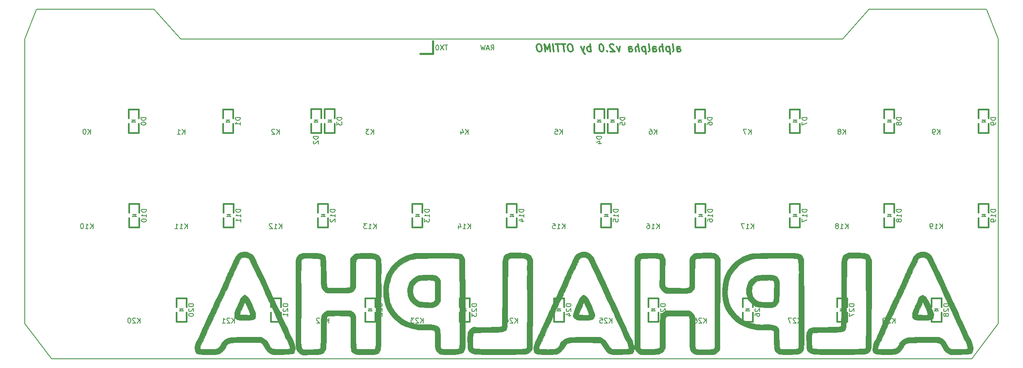
<source format=gbr>
G04 #@! TF.GenerationSoftware,KiCad,Pcbnew,(5.1.9)-1*
G04 #@! TF.CreationDate,2021-09-28T02:01:21-07:00*
G04 #@! TF.ProjectId,alphalpha rev2,616c7068-616c-4706-9861-20726576322e,rev?*
G04 #@! TF.SameCoordinates,Original*
G04 #@! TF.FileFunction,Legend,Bot*
G04 #@! TF.FilePolarity,Positive*
%FSLAX46Y46*%
G04 Gerber Fmt 4.6, Leading zero omitted, Abs format (unit mm)*
G04 Created by KiCad (PCBNEW (5.1.9)-1) date 2021-09-28 02:01:21*
%MOMM*%
%LPD*%
G01*
G04 APERTURE LIST*
%ADD10C,0.300000*%
G04 #@! TA.AperFunction,Profile*
%ADD11C,0.200000*%
G04 #@! TD*
%ADD12C,0.200000*%
%ADD13C,0.010000*%
%ADD14C,0.381000*%
%ADD15C,0.150000*%
G04 APERTURE END LIST*
D10*
X147746185Y-15532771D02*
X147647971Y-14747057D01*
X147701542Y-14604200D01*
X147835471Y-14532771D01*
X148121185Y-14532771D01*
X148272971Y-14604200D01*
X147737257Y-15461342D02*
X147889042Y-15532771D01*
X148246185Y-15532771D01*
X148380114Y-15461342D01*
X148433685Y-15318485D01*
X148415828Y-15175628D01*
X148326542Y-15032771D01*
X148174757Y-14961342D01*
X147817614Y-14961342D01*
X147665828Y-14889914D01*
X146817614Y-15532771D02*
X146951542Y-15461342D01*
X147005114Y-15318485D01*
X146844400Y-14032771D01*
X146121185Y-14532771D02*
X146308685Y-16032771D01*
X146130114Y-14604200D02*
X145978328Y-14532771D01*
X145692614Y-14532771D01*
X145558685Y-14604200D01*
X145496185Y-14675628D01*
X145442614Y-14818485D01*
X145496185Y-15247057D01*
X145585471Y-15389914D01*
X145665828Y-15461342D01*
X145817614Y-15532771D01*
X146103328Y-15532771D01*
X146237257Y-15461342D01*
X144889042Y-15532771D02*
X144701542Y-14032771D01*
X144246185Y-15532771D02*
X144147971Y-14747057D01*
X144201542Y-14604200D01*
X144335471Y-14532771D01*
X144549757Y-14532771D01*
X144701542Y-14604200D01*
X144781900Y-14675628D01*
X142889042Y-15532771D02*
X142790828Y-14747057D01*
X142844400Y-14604200D01*
X142978328Y-14532771D01*
X143264042Y-14532771D01*
X143415828Y-14604200D01*
X142880114Y-15461342D02*
X143031900Y-15532771D01*
X143389042Y-15532771D01*
X143522971Y-15461342D01*
X143576542Y-15318485D01*
X143558685Y-15175628D01*
X143469400Y-15032771D01*
X143317614Y-14961342D01*
X142960471Y-14961342D01*
X142808685Y-14889914D01*
X141960471Y-15532771D02*
X142094400Y-15461342D01*
X142147971Y-15318485D01*
X141987257Y-14032771D01*
X141264042Y-14532771D02*
X141451542Y-16032771D01*
X141272971Y-14604200D02*
X141121185Y-14532771D01*
X140835471Y-14532771D01*
X140701542Y-14604200D01*
X140639042Y-14675628D01*
X140585471Y-14818485D01*
X140639042Y-15247057D01*
X140728328Y-15389914D01*
X140808685Y-15461342D01*
X140960471Y-15532771D01*
X141246185Y-15532771D01*
X141380114Y-15461342D01*
X140031900Y-15532771D02*
X139844400Y-14032771D01*
X139389042Y-15532771D02*
X139290828Y-14747057D01*
X139344400Y-14604200D01*
X139478328Y-14532771D01*
X139692614Y-14532771D01*
X139844400Y-14604200D01*
X139924757Y-14675628D01*
X138031900Y-15532771D02*
X137933685Y-14747057D01*
X137987257Y-14604200D01*
X138121185Y-14532771D01*
X138406900Y-14532771D01*
X138558685Y-14604200D01*
X138022971Y-15461342D02*
X138174757Y-15532771D01*
X138531900Y-15532771D01*
X138665828Y-15461342D01*
X138719400Y-15318485D01*
X138701542Y-15175628D01*
X138612257Y-15032771D01*
X138460471Y-14961342D01*
X138103328Y-14961342D01*
X137951542Y-14889914D01*
X136192614Y-14532771D02*
X135960471Y-15532771D01*
X135478328Y-14532771D01*
X134933685Y-14175628D02*
X134853328Y-14104200D01*
X134701542Y-14032771D01*
X134344400Y-14032771D01*
X134210471Y-14104200D01*
X134147971Y-14175628D01*
X134094400Y-14318485D01*
X134112257Y-14461342D01*
X134210471Y-14675628D01*
X135174757Y-15532771D01*
X134246185Y-15532771D01*
X133585471Y-15389914D02*
X133522971Y-15461342D01*
X133603328Y-15532771D01*
X133665828Y-15461342D01*
X133585471Y-15389914D01*
X133603328Y-15532771D01*
X132415828Y-14032771D02*
X132272971Y-14032771D01*
X132139042Y-14104200D01*
X132076542Y-14175628D01*
X132022971Y-14318485D01*
X131987257Y-14604200D01*
X132031900Y-14961342D01*
X132139042Y-15247057D01*
X132228328Y-15389914D01*
X132308685Y-15461342D01*
X132460471Y-15532771D01*
X132603328Y-15532771D01*
X132737257Y-15461342D01*
X132799757Y-15389914D01*
X132853328Y-15247057D01*
X132889042Y-14961342D01*
X132844400Y-14604200D01*
X132737257Y-14318485D01*
X132647971Y-14175628D01*
X132567614Y-14104200D01*
X132415828Y-14032771D01*
X130317614Y-15532771D02*
X130130114Y-14032771D01*
X130201542Y-14604200D02*
X130049757Y-14532771D01*
X129764042Y-14532771D01*
X129630114Y-14604200D01*
X129567614Y-14675628D01*
X129514042Y-14818485D01*
X129567614Y-15247057D01*
X129656900Y-15389914D01*
X129737257Y-15461342D01*
X129889042Y-15532771D01*
X130174757Y-15532771D01*
X130308685Y-15461342D01*
X128978328Y-14532771D02*
X128746185Y-15532771D01*
X128264042Y-14532771D02*
X128746185Y-15532771D01*
X128933685Y-15889914D01*
X129014042Y-15961342D01*
X129165828Y-16032771D01*
X126201542Y-14032771D02*
X125915828Y-14032771D01*
X125781900Y-14104200D01*
X125656900Y-14247057D01*
X125621185Y-14532771D01*
X125683685Y-15032771D01*
X125790828Y-15318485D01*
X125951542Y-15461342D01*
X126103328Y-15532771D01*
X126389042Y-15532771D01*
X126522971Y-15461342D01*
X126647971Y-15318485D01*
X126683685Y-15032771D01*
X126621185Y-14532771D01*
X126514042Y-14247057D01*
X126353328Y-14104200D01*
X126201542Y-14032771D01*
X125130114Y-14032771D02*
X124272971Y-14032771D01*
X124889042Y-15532771D02*
X124701542Y-14032771D01*
X123987257Y-14032771D02*
X123130114Y-14032771D01*
X123746185Y-15532771D02*
X123558685Y-14032771D01*
X122817614Y-15532771D02*
X122630114Y-14032771D01*
X122103328Y-15532771D02*
X121915828Y-14032771D01*
X121549757Y-15104200D01*
X120915828Y-14032771D01*
X121103328Y-15532771D01*
X119915828Y-14032771D02*
X119630114Y-14032771D01*
X119496185Y-14104200D01*
X119371185Y-14247057D01*
X119335471Y-14532771D01*
X119397971Y-15032771D01*
X119505114Y-15318485D01*
X119665828Y-15461342D01*
X119817614Y-15532771D01*
X120103328Y-15532771D01*
X120237257Y-15461342D01*
X120362257Y-15318485D01*
X120397971Y-15032771D01*
X120335471Y-14532771D01*
X120228328Y-14247057D01*
X120067614Y-14104200D01*
X119915828Y-14032771D01*
D11*
X47481250Y-13000000D02*
X181118750Y-13000000D01*
X186500000Y-7000000D02*
X181118750Y-13000000D01*
X186500000Y-7000000D02*
X210168750Y-7000000D01*
X212550000Y-13000000D02*
X210168750Y-7000000D01*
X42100000Y-7000000D02*
X47481250Y-13000000D01*
X16050000Y-13000000D02*
X18431250Y-7000000D01*
X207168750Y-77521000D02*
X212550000Y-70389750D01*
X16050000Y-70389750D02*
X21431250Y-77521000D01*
X18431250Y-7000000D02*
X42100000Y-7000000D01*
X212550000Y-13000000D02*
X212550000Y-70389750D01*
X207168750Y-77521000D02*
X21431250Y-77521000D01*
X16050000Y-70389750D02*
X16050000Y-13000000D01*
D10*
X133019800Y-29038600D02*
X133019800Y-27184352D01*
X133019800Y-27184352D02*
X130987800Y-27184352D01*
X130987800Y-27184352D02*
X130987800Y-29038600D01*
X133019800Y-30119600D02*
X133019800Y-31946848D01*
X133019800Y-31946848D02*
X130987800Y-31946848D01*
X130987800Y-31946848D02*
X130987800Y-30119600D01*
D12*
X132384800Y-29311600D02*
X131622800Y-29311600D01*
X132384800Y-29756100D02*
X131622800Y-29756100D01*
X131622800Y-29756100D02*
X132003800Y-29375100D01*
X132003800Y-29375100D02*
X132384800Y-29756100D01*
D10*
X75844400Y-29038600D02*
X75844400Y-27184352D01*
X75844400Y-27184352D02*
X73812400Y-27184352D01*
X73812400Y-27184352D02*
X73812400Y-29038600D01*
X75844400Y-30119600D02*
X75844400Y-31946848D01*
X75844400Y-31946848D02*
X73812400Y-31946848D01*
X73812400Y-31946848D02*
X73812400Y-30119600D01*
D12*
X75209400Y-29311600D02*
X74447400Y-29311600D01*
X75209400Y-29756100D02*
X74447400Y-29756100D01*
X74447400Y-29756100D02*
X74828400Y-29375100D01*
X74828400Y-29375100D02*
X75209400Y-29756100D01*
D10*
X39041000Y-29048000D02*
X39041000Y-27193752D01*
X39041000Y-27193752D02*
X37009000Y-27193752D01*
X37009000Y-27193752D02*
X37009000Y-29048000D01*
X39041000Y-30129000D02*
X39041000Y-31956248D01*
X39041000Y-31956248D02*
X37009000Y-31956248D01*
X37009000Y-31956248D02*
X37009000Y-30129000D01*
D12*
X38406000Y-29321000D02*
X37644000Y-29321000D01*
X38406000Y-29765500D02*
X37644000Y-29765500D01*
X37644000Y-29765500D02*
X38025000Y-29384500D01*
X38025000Y-29384500D02*
X38406000Y-29765500D01*
D10*
X58091000Y-29048000D02*
X58091000Y-27193752D01*
X58091000Y-27193752D02*
X56059000Y-27193752D01*
X56059000Y-27193752D02*
X56059000Y-29048000D01*
X58091000Y-30129000D02*
X58091000Y-31956248D01*
X58091000Y-31956248D02*
X56059000Y-31956248D01*
X56059000Y-31956248D02*
X56059000Y-30129000D01*
D12*
X57456000Y-29321000D02*
X56694000Y-29321000D01*
X57456000Y-29765500D02*
X56694000Y-29765500D01*
X56694000Y-29765500D02*
X57075000Y-29384500D01*
X57075000Y-29384500D02*
X57456000Y-29765500D01*
D10*
X78613000Y-29038600D02*
X78613000Y-27184352D01*
X78613000Y-27184352D02*
X76581000Y-27184352D01*
X76581000Y-27184352D02*
X76581000Y-29038600D01*
X78613000Y-30119600D02*
X78613000Y-31946848D01*
X78613000Y-31946848D02*
X76581000Y-31946848D01*
X76581000Y-31946848D02*
X76581000Y-30119600D01*
D12*
X77978000Y-29311600D02*
X77216000Y-29311600D01*
X77978000Y-29756100D02*
X77216000Y-29756100D01*
X77216000Y-29756100D02*
X77597000Y-29375100D01*
X77597000Y-29375100D02*
X77978000Y-29756100D01*
D10*
X135737600Y-29038600D02*
X135737600Y-27184352D01*
X135737600Y-27184352D02*
X133705600Y-27184352D01*
X133705600Y-27184352D02*
X133705600Y-29038600D01*
X135737600Y-30119600D02*
X135737600Y-31946848D01*
X135737600Y-31946848D02*
X133705600Y-31946848D01*
X133705600Y-31946848D02*
X133705600Y-30119600D01*
D12*
X135102600Y-29311600D02*
X134340600Y-29311600D01*
X135102600Y-29756100D02*
X134340600Y-29756100D01*
X134340600Y-29756100D02*
X134721600Y-29375100D01*
X134721600Y-29375100D02*
X135102600Y-29756100D01*
D10*
X153341000Y-29048000D02*
X153341000Y-27193752D01*
X153341000Y-27193752D02*
X151309000Y-27193752D01*
X151309000Y-27193752D02*
X151309000Y-29048000D01*
X153341000Y-30129000D02*
X153341000Y-31956248D01*
X153341000Y-31956248D02*
X151309000Y-31956248D01*
X151309000Y-31956248D02*
X151309000Y-30129000D01*
D12*
X152706000Y-29321000D02*
X151944000Y-29321000D01*
X152706000Y-29765500D02*
X151944000Y-29765500D01*
X151944000Y-29765500D02*
X152325000Y-29384500D01*
X152325000Y-29384500D02*
X152706000Y-29765500D01*
D10*
X172492600Y-29048000D02*
X172492600Y-27193752D01*
X172492600Y-27193752D02*
X170460600Y-27193752D01*
X170460600Y-27193752D02*
X170460600Y-29048000D01*
X172492600Y-30129000D02*
X172492600Y-31956248D01*
X172492600Y-31956248D02*
X170460600Y-31956248D01*
X170460600Y-31956248D02*
X170460600Y-30129000D01*
D12*
X171857600Y-29321000D02*
X171095600Y-29321000D01*
X171857600Y-29765500D02*
X171095600Y-29765500D01*
X171095600Y-29765500D02*
X171476600Y-29384500D01*
X171476600Y-29384500D02*
X171857600Y-29765500D01*
D10*
X191542600Y-29048000D02*
X191542600Y-27193752D01*
X191542600Y-27193752D02*
X189510600Y-27193752D01*
X189510600Y-27193752D02*
X189510600Y-29048000D01*
X191542600Y-30129000D02*
X191542600Y-31956248D01*
X191542600Y-31956248D02*
X189510600Y-31956248D01*
X189510600Y-31956248D02*
X189510600Y-30129000D01*
D12*
X190907600Y-29321000D02*
X190145600Y-29321000D01*
X190907600Y-29765500D02*
X190145600Y-29765500D01*
X190145600Y-29765500D02*
X190526600Y-29384500D01*
X190526600Y-29384500D02*
X190907600Y-29765500D01*
D10*
X210592600Y-29048000D02*
X210592600Y-27193752D01*
X210592600Y-27193752D02*
X208560600Y-27193752D01*
X208560600Y-27193752D02*
X208560600Y-29048000D01*
X210592600Y-30129000D02*
X210592600Y-31956248D01*
X210592600Y-31956248D02*
X208560600Y-31956248D01*
X208560600Y-31956248D02*
X208560600Y-30129000D01*
D12*
X209957600Y-29321000D02*
X209195600Y-29321000D01*
X209957600Y-29765500D02*
X209195600Y-29765500D01*
X209195600Y-29765500D02*
X209576600Y-29384500D01*
X209576600Y-29384500D02*
X209957600Y-29765500D01*
D10*
X39142600Y-48098000D02*
X39142600Y-46243752D01*
X39142600Y-46243752D02*
X37110600Y-46243752D01*
X37110600Y-46243752D02*
X37110600Y-48098000D01*
X39142600Y-49179000D02*
X39142600Y-51006248D01*
X39142600Y-51006248D02*
X37110600Y-51006248D01*
X37110600Y-51006248D02*
X37110600Y-49179000D01*
D12*
X38507600Y-48371000D02*
X37745600Y-48371000D01*
X38507600Y-48815500D02*
X37745600Y-48815500D01*
X37745600Y-48815500D02*
X38126600Y-48434500D01*
X38126600Y-48434500D02*
X38507600Y-48815500D01*
D10*
X58192600Y-48098000D02*
X58192600Y-46243752D01*
X58192600Y-46243752D02*
X56160600Y-46243752D01*
X56160600Y-46243752D02*
X56160600Y-48098000D01*
X58192600Y-49179000D02*
X58192600Y-51006248D01*
X58192600Y-51006248D02*
X56160600Y-51006248D01*
X56160600Y-51006248D02*
X56160600Y-49179000D01*
D12*
X57557600Y-48371000D02*
X56795600Y-48371000D01*
X57557600Y-48815500D02*
X56795600Y-48815500D01*
X56795600Y-48815500D02*
X57176600Y-48434500D01*
X57176600Y-48434500D02*
X57557600Y-48815500D01*
D10*
X77242600Y-48098000D02*
X77242600Y-46243752D01*
X77242600Y-46243752D02*
X75210600Y-46243752D01*
X75210600Y-46243752D02*
X75210600Y-48098000D01*
X77242600Y-49179000D02*
X77242600Y-51006248D01*
X77242600Y-51006248D02*
X75210600Y-51006248D01*
X75210600Y-51006248D02*
X75210600Y-49179000D01*
D12*
X76607600Y-48371000D02*
X75845600Y-48371000D01*
X76607600Y-48815500D02*
X75845600Y-48815500D01*
X75845600Y-48815500D02*
X76226600Y-48434500D01*
X76226600Y-48434500D02*
X76607600Y-48815500D01*
D10*
X96292600Y-48098000D02*
X96292600Y-46243752D01*
X96292600Y-46243752D02*
X94260600Y-46243752D01*
X94260600Y-46243752D02*
X94260600Y-48098000D01*
X96292600Y-49179000D02*
X96292600Y-51006248D01*
X96292600Y-51006248D02*
X94260600Y-51006248D01*
X94260600Y-51006248D02*
X94260600Y-49179000D01*
D12*
X95657600Y-48371000D02*
X94895600Y-48371000D01*
X95657600Y-48815500D02*
X94895600Y-48815500D01*
X94895600Y-48815500D02*
X95276600Y-48434500D01*
X95276600Y-48434500D02*
X95657600Y-48815500D01*
D10*
X115342600Y-48098000D02*
X115342600Y-46243752D01*
X115342600Y-46243752D02*
X113310600Y-46243752D01*
X113310600Y-46243752D02*
X113310600Y-48098000D01*
X115342600Y-49179000D02*
X115342600Y-51006248D01*
X115342600Y-51006248D02*
X113310600Y-51006248D01*
X113310600Y-51006248D02*
X113310600Y-49179000D01*
D12*
X114707600Y-48371000D02*
X113945600Y-48371000D01*
X114707600Y-48815500D02*
X113945600Y-48815500D01*
X113945600Y-48815500D02*
X114326600Y-48434500D01*
X114326600Y-48434500D02*
X114707600Y-48815500D01*
D10*
X134392600Y-48098000D02*
X134392600Y-46243752D01*
X134392600Y-46243752D02*
X132360600Y-46243752D01*
X132360600Y-46243752D02*
X132360600Y-48098000D01*
X134392600Y-49179000D02*
X134392600Y-51006248D01*
X134392600Y-51006248D02*
X132360600Y-51006248D01*
X132360600Y-51006248D02*
X132360600Y-49179000D01*
D12*
X133757600Y-48371000D02*
X132995600Y-48371000D01*
X133757600Y-48815500D02*
X132995600Y-48815500D01*
X132995600Y-48815500D02*
X133376600Y-48434500D01*
X133376600Y-48434500D02*
X133757600Y-48815500D01*
D10*
X153442600Y-48098000D02*
X153442600Y-46243752D01*
X153442600Y-46243752D02*
X151410600Y-46243752D01*
X151410600Y-46243752D02*
X151410600Y-48098000D01*
X153442600Y-49179000D02*
X153442600Y-51006248D01*
X153442600Y-51006248D02*
X151410600Y-51006248D01*
X151410600Y-51006248D02*
X151410600Y-49179000D01*
D12*
X152807600Y-48371000D02*
X152045600Y-48371000D01*
X152807600Y-48815500D02*
X152045600Y-48815500D01*
X152045600Y-48815500D02*
X152426600Y-48434500D01*
X152426600Y-48434500D02*
X152807600Y-48815500D01*
D10*
X172492600Y-48098000D02*
X172492600Y-46243752D01*
X172492600Y-46243752D02*
X170460600Y-46243752D01*
X170460600Y-46243752D02*
X170460600Y-48098000D01*
X172492600Y-49179000D02*
X172492600Y-51006248D01*
X172492600Y-51006248D02*
X170460600Y-51006248D01*
X170460600Y-51006248D02*
X170460600Y-49179000D01*
D12*
X171857600Y-48371000D02*
X171095600Y-48371000D01*
X171857600Y-48815500D02*
X171095600Y-48815500D01*
X171095600Y-48815500D02*
X171476600Y-48434500D01*
X171476600Y-48434500D02*
X171857600Y-48815500D01*
D10*
X191542600Y-48098000D02*
X191542600Y-46243752D01*
X191542600Y-46243752D02*
X189510600Y-46243752D01*
X189510600Y-46243752D02*
X189510600Y-48098000D01*
X191542600Y-49179000D02*
X191542600Y-51006248D01*
X191542600Y-51006248D02*
X189510600Y-51006248D01*
X189510600Y-51006248D02*
X189510600Y-49179000D01*
D12*
X190907600Y-48371000D02*
X190145600Y-48371000D01*
X190907600Y-48815500D02*
X190145600Y-48815500D01*
X190145600Y-48815500D02*
X190526600Y-48434500D01*
X190526600Y-48434500D02*
X190907600Y-48815500D01*
D10*
X210592600Y-48098000D02*
X210592600Y-46243752D01*
X210592600Y-46243752D02*
X208560600Y-46243752D01*
X208560600Y-46243752D02*
X208560600Y-48098000D01*
X210592600Y-49179000D02*
X210592600Y-51006248D01*
X210592600Y-51006248D02*
X208560600Y-51006248D01*
X208560600Y-51006248D02*
X208560600Y-49179000D01*
D12*
X209957600Y-48371000D02*
X209195600Y-48371000D01*
X209957600Y-48815500D02*
X209195600Y-48815500D01*
X209195600Y-48815500D02*
X209576600Y-48434500D01*
X209576600Y-48434500D02*
X209957600Y-48815500D01*
D10*
X48667600Y-67148000D02*
X48667600Y-65293752D01*
X48667600Y-65293752D02*
X46635600Y-65293752D01*
X46635600Y-65293752D02*
X46635600Y-67148000D01*
X48667600Y-68229000D02*
X48667600Y-70056248D01*
X48667600Y-70056248D02*
X46635600Y-70056248D01*
X46635600Y-70056248D02*
X46635600Y-68229000D01*
D12*
X48032600Y-67421000D02*
X47270600Y-67421000D01*
X48032600Y-67865500D02*
X47270600Y-67865500D01*
X47270600Y-67865500D02*
X47651600Y-67484500D01*
X47651600Y-67484500D02*
X48032600Y-67865500D01*
D10*
X67717600Y-67148000D02*
X67717600Y-65293752D01*
X67717600Y-65293752D02*
X65685600Y-65293752D01*
X65685600Y-65293752D02*
X65685600Y-67148000D01*
X67717600Y-68229000D02*
X67717600Y-70056248D01*
X67717600Y-70056248D02*
X65685600Y-70056248D01*
X65685600Y-70056248D02*
X65685600Y-68229000D01*
D12*
X67082600Y-67421000D02*
X66320600Y-67421000D01*
X67082600Y-67865500D02*
X66320600Y-67865500D01*
X66320600Y-67865500D02*
X66701600Y-67484500D01*
X66701600Y-67484500D02*
X67082600Y-67865500D01*
D10*
X86767600Y-67148000D02*
X86767600Y-65293752D01*
X86767600Y-65293752D02*
X84735600Y-65293752D01*
X84735600Y-65293752D02*
X84735600Y-67148000D01*
X86767600Y-68229000D02*
X86767600Y-70056248D01*
X86767600Y-70056248D02*
X84735600Y-70056248D01*
X84735600Y-70056248D02*
X84735600Y-68229000D01*
D12*
X86132600Y-67421000D02*
X85370600Y-67421000D01*
X86132600Y-67865500D02*
X85370600Y-67865500D01*
X85370600Y-67865500D02*
X85751600Y-67484500D01*
X85751600Y-67484500D02*
X86132600Y-67865500D01*
D10*
X105817600Y-67148000D02*
X105817600Y-65293752D01*
X105817600Y-65293752D02*
X103785600Y-65293752D01*
X103785600Y-65293752D02*
X103785600Y-67148000D01*
X105817600Y-68229000D02*
X105817600Y-70056248D01*
X105817600Y-70056248D02*
X103785600Y-70056248D01*
X103785600Y-70056248D02*
X103785600Y-68229000D01*
D12*
X105182600Y-67421000D02*
X104420600Y-67421000D01*
X105182600Y-67865500D02*
X104420600Y-67865500D01*
X104420600Y-67865500D02*
X104801600Y-67484500D01*
X104801600Y-67484500D02*
X105182600Y-67865500D01*
D10*
X124867600Y-67148000D02*
X124867600Y-65293752D01*
X124867600Y-65293752D02*
X122835600Y-65293752D01*
X122835600Y-65293752D02*
X122835600Y-67148000D01*
X124867600Y-68229000D02*
X124867600Y-70056248D01*
X124867600Y-70056248D02*
X122835600Y-70056248D01*
X122835600Y-70056248D02*
X122835600Y-68229000D01*
D12*
X124232600Y-67421000D02*
X123470600Y-67421000D01*
X124232600Y-67865500D02*
X123470600Y-67865500D01*
X123470600Y-67865500D02*
X123851600Y-67484500D01*
X123851600Y-67484500D02*
X124232600Y-67865500D01*
D10*
X143917600Y-67148000D02*
X143917600Y-65293752D01*
X143917600Y-65293752D02*
X141885600Y-65293752D01*
X141885600Y-65293752D02*
X141885600Y-67148000D01*
X143917600Y-68229000D02*
X143917600Y-70056248D01*
X143917600Y-70056248D02*
X141885600Y-70056248D01*
X141885600Y-70056248D02*
X141885600Y-68229000D01*
D12*
X143282600Y-67421000D02*
X142520600Y-67421000D01*
X143282600Y-67865500D02*
X142520600Y-67865500D01*
X142520600Y-67865500D02*
X142901600Y-67484500D01*
X142901600Y-67484500D02*
X143282600Y-67865500D01*
D10*
X162967600Y-67148000D02*
X162967600Y-65293752D01*
X162967600Y-65293752D02*
X160935600Y-65293752D01*
X160935600Y-65293752D02*
X160935600Y-67148000D01*
X162967600Y-68229000D02*
X162967600Y-70056248D01*
X162967600Y-70056248D02*
X160935600Y-70056248D01*
X160935600Y-70056248D02*
X160935600Y-68229000D01*
D12*
X162332600Y-67421000D02*
X161570600Y-67421000D01*
X162332600Y-67865500D02*
X161570600Y-67865500D01*
X161570600Y-67865500D02*
X161951600Y-67484500D01*
X161951600Y-67484500D02*
X162332600Y-67865500D01*
D10*
X182017600Y-67148000D02*
X182017600Y-65293752D01*
X182017600Y-65293752D02*
X179985600Y-65293752D01*
X179985600Y-65293752D02*
X179985600Y-67148000D01*
X182017600Y-68229000D02*
X182017600Y-70056248D01*
X182017600Y-70056248D02*
X179985600Y-70056248D01*
X179985600Y-70056248D02*
X179985600Y-68229000D01*
D12*
X181382600Y-67421000D02*
X180620600Y-67421000D01*
X181382600Y-67865500D02*
X180620600Y-67865500D01*
X180620600Y-67865500D02*
X181001600Y-67484500D01*
X181001600Y-67484500D02*
X181382600Y-67865500D01*
D10*
X201067600Y-67148000D02*
X201067600Y-65293752D01*
X201067600Y-65293752D02*
X199035600Y-65293752D01*
X199035600Y-65293752D02*
X199035600Y-67148000D01*
X201067600Y-68229000D02*
X201067600Y-70056248D01*
X201067600Y-70056248D02*
X199035600Y-70056248D01*
X199035600Y-70056248D02*
X199035600Y-68229000D01*
D12*
X200432600Y-67421000D02*
X199670600Y-67421000D01*
X200432600Y-67865500D02*
X199670600Y-67865500D01*
X199670600Y-67865500D02*
X200051600Y-67484500D01*
X200051600Y-67484500D02*
X200432600Y-67865500D01*
D13*
G36*
X97142822Y-60602842D02*
G01*
X96989336Y-60606405D01*
X96425491Y-60621476D01*
X96008813Y-60637748D01*
X95706998Y-60659974D01*
X95487742Y-60692904D01*
X95318741Y-60741289D01*
X95167691Y-60809882D01*
X95013139Y-60897070D01*
X94488901Y-61255077D01*
X94036974Y-61661675D01*
X93707080Y-62071833D01*
X93695249Y-62090706D01*
X93585114Y-62329019D01*
X93467771Y-62678353D01*
X93364767Y-63072540D01*
X93344037Y-63169094D01*
X93271066Y-63544524D01*
X93236557Y-63818683D01*
X93241655Y-64061428D01*
X93287509Y-64342617D01*
X93369280Y-64706479D01*
X93477189Y-65123000D01*
X93590631Y-65427352D01*
X93740418Y-65685080D01*
X93957361Y-65961732D01*
X93961746Y-65966906D01*
X94410723Y-66419875D01*
X94896276Y-66777559D01*
X95373593Y-67008529D01*
X95500987Y-67046546D01*
X95710638Y-67079737D01*
X96048864Y-67112017D01*
X96473074Y-67141496D01*
X96940680Y-67166283D01*
X97409090Y-67184489D01*
X97835716Y-67194223D01*
X98177968Y-67193596D01*
X98393255Y-67180717D01*
X98419328Y-67176057D01*
X98958868Y-66983046D01*
X99395559Y-66685212D01*
X99658409Y-66368487D01*
X99900247Y-65968108D01*
X99900247Y-63323059D01*
X98838311Y-63323059D01*
X98835941Y-63879542D01*
X98835103Y-63955990D01*
X98813999Y-65751043D01*
X98577574Y-65963005D01*
X98479882Y-66045152D01*
X98380144Y-66101126D01*
X98246244Y-66134009D01*
X98046069Y-66146886D01*
X97747504Y-66142842D01*
X97318435Y-66124961D01*
X97033949Y-66111261D01*
X96488985Y-66080694D01*
X96090781Y-66047034D01*
X95806601Y-66005348D01*
X95603709Y-65950701D01*
X95449369Y-65878159D01*
X95436598Y-65870497D01*
X94978963Y-65493372D01*
X94621414Y-65001750D01*
X94408194Y-64467461D01*
X94338859Y-64068392D01*
X94339795Y-63664706D01*
X94413597Y-63191620D01*
X94469061Y-62947919D01*
X94593057Y-62693984D01*
X94829733Y-62400148D01*
X95134982Y-62113918D01*
X95450036Y-61891303D01*
X95613887Y-61803384D01*
X95778758Y-61741984D01*
X95981740Y-61701722D01*
X96259922Y-61677221D01*
X96650396Y-61663102D01*
X97075712Y-61655565D01*
X97658837Y-61651445D01*
X98088194Y-61661164D01*
X98389283Y-61689302D01*
X98587604Y-61740441D01*
X98708656Y-61819162D01*
X98777938Y-61930045D01*
X98790244Y-61963585D01*
X98809500Y-62111603D01*
X98824394Y-62408148D01*
X98834230Y-62822281D01*
X98838311Y-63323059D01*
X99900247Y-63323059D01*
X99900247Y-61702441D01*
X99643802Y-61298069D01*
X99471914Y-61059347D01*
X99281251Y-60878303D01*
X99045999Y-60748211D01*
X98740344Y-60662346D01*
X98338472Y-60613980D01*
X97814569Y-60596387D01*
X97142822Y-60602842D01*
G37*
X97142822Y-60602842D02*
X96989336Y-60606405D01*
X96425491Y-60621476D01*
X96008813Y-60637748D01*
X95706998Y-60659974D01*
X95487742Y-60692904D01*
X95318741Y-60741289D01*
X95167691Y-60809882D01*
X95013139Y-60897070D01*
X94488901Y-61255077D01*
X94036974Y-61661675D01*
X93707080Y-62071833D01*
X93695249Y-62090706D01*
X93585114Y-62329019D01*
X93467771Y-62678353D01*
X93364767Y-63072540D01*
X93344037Y-63169094D01*
X93271066Y-63544524D01*
X93236557Y-63818683D01*
X93241655Y-64061428D01*
X93287509Y-64342617D01*
X93369280Y-64706479D01*
X93477189Y-65123000D01*
X93590631Y-65427352D01*
X93740418Y-65685080D01*
X93957361Y-65961732D01*
X93961746Y-65966906D01*
X94410723Y-66419875D01*
X94896276Y-66777559D01*
X95373593Y-67008529D01*
X95500987Y-67046546D01*
X95710638Y-67079737D01*
X96048864Y-67112017D01*
X96473074Y-67141496D01*
X96940680Y-67166283D01*
X97409090Y-67184489D01*
X97835716Y-67194223D01*
X98177968Y-67193596D01*
X98393255Y-67180717D01*
X98419328Y-67176057D01*
X98958868Y-66983046D01*
X99395559Y-66685212D01*
X99658409Y-66368487D01*
X99900247Y-65968108D01*
X99900247Y-63323059D01*
X98838311Y-63323059D01*
X98835941Y-63879542D01*
X98835103Y-63955990D01*
X98813999Y-65751043D01*
X98577574Y-65963005D01*
X98479882Y-66045152D01*
X98380144Y-66101126D01*
X98246244Y-66134009D01*
X98046069Y-66146886D01*
X97747504Y-66142842D01*
X97318435Y-66124961D01*
X97033949Y-66111261D01*
X96488985Y-66080694D01*
X96090781Y-66047034D01*
X95806601Y-66005348D01*
X95603709Y-65950701D01*
X95449369Y-65878159D01*
X95436598Y-65870497D01*
X94978963Y-65493372D01*
X94621414Y-65001750D01*
X94408194Y-64467461D01*
X94338859Y-64068392D01*
X94339795Y-63664706D01*
X94413597Y-63191620D01*
X94469061Y-62947919D01*
X94593057Y-62693984D01*
X94829733Y-62400148D01*
X95134982Y-62113918D01*
X95450036Y-61891303D01*
X95613887Y-61803384D01*
X95778758Y-61741984D01*
X95981740Y-61701722D01*
X96259922Y-61677221D01*
X96650396Y-61663102D01*
X97075712Y-61655565D01*
X97658837Y-61651445D01*
X98088194Y-61661164D01*
X98389283Y-61689302D01*
X98587604Y-61740441D01*
X98708656Y-61819162D01*
X98777938Y-61930045D01*
X98790244Y-61963585D01*
X98809500Y-62111603D01*
X98824394Y-62408148D01*
X98834230Y-62822281D01*
X98838311Y-63323059D01*
X99900247Y-63323059D01*
X99900247Y-61702441D01*
X99643802Y-61298069D01*
X99471914Y-61059347D01*
X99281251Y-60878303D01*
X99045999Y-60748211D01*
X98740344Y-60662346D01*
X98338472Y-60613980D01*
X97814569Y-60596387D01*
X97142822Y-60602842D01*
G36*
X165731532Y-60600685D02*
G01*
X165395198Y-60609299D01*
X164788566Y-60628115D01*
X164325057Y-60654511D01*
X163968311Y-60699046D01*
X163681969Y-60772281D01*
X163429673Y-60884775D01*
X163175064Y-61047089D01*
X162881782Y-61269784D01*
X162744015Y-61379317D01*
X162368493Y-61734984D01*
X162091216Y-62140392D01*
X161887466Y-62640308D01*
X161753586Y-63173196D01*
X161678953Y-63552317D01*
X161642443Y-63825090D01*
X161645626Y-64059700D01*
X161690076Y-64324333D01*
X161777365Y-64687176D01*
X161789623Y-64735907D01*
X161908372Y-65161031D01*
X162032346Y-65473957D01*
X162192988Y-65740068D01*
X162393936Y-65992444D01*
X162694011Y-66298314D01*
X163046909Y-66595044D01*
X163295811Y-66767340D01*
X163518967Y-66895035D01*
X163719937Y-66984219D01*
X163943453Y-67045476D01*
X164234251Y-67089391D01*
X164637065Y-67126548D01*
X164896384Y-67146040D01*
X165513206Y-67187265D01*
X165986122Y-67209460D01*
X166349672Y-67213072D01*
X166638397Y-67198551D01*
X166855724Y-67171496D01*
X167384162Y-67006663D01*
X167803128Y-66700174D01*
X168010829Y-66433382D01*
X168270121Y-66020301D01*
X168323499Y-63975683D01*
X168360006Y-62577255D01*
X167301338Y-62577255D01*
X167294884Y-62958263D01*
X167279189Y-63478113D01*
X167266426Y-63855678D01*
X167245526Y-64414423D01*
X167223366Y-64917469D01*
X167201524Y-65335116D01*
X167181579Y-65637666D01*
X167165109Y-65795420D01*
X167162820Y-65805523D01*
X167093524Y-65937898D01*
X166958676Y-66030967D01*
X166734507Y-66088858D01*
X166397247Y-66115698D01*
X165923125Y-66115615D01*
X165464558Y-66100415D01*
X164946786Y-66075846D01*
X164571218Y-66047909D01*
X164300574Y-66010499D01*
X164097575Y-65957510D01*
X163924939Y-65882839D01*
X163835055Y-65833565D01*
X163357828Y-65461681D01*
X163015074Y-64983299D01*
X162812549Y-64417035D01*
X162756009Y-63781507D01*
X162851210Y-63095332D01*
X162916439Y-62862441D01*
X163058954Y-62603058D01*
X163311445Y-62309997D01*
X163624770Y-62032671D01*
X163949786Y-61820489D01*
X163955839Y-61817366D01*
X164209047Y-61743954D01*
X164638686Y-61693178D01*
X165245567Y-61664947D01*
X165285053Y-61664025D01*
X165865697Y-61652675D01*
X166294994Y-61650256D01*
X166601003Y-61659716D01*
X166811784Y-61684006D01*
X166955394Y-61726074D01*
X167059893Y-61788870D01*
X167136860Y-61858681D01*
X167201527Y-61929549D01*
X167248647Y-62011236D01*
X167279881Y-62129346D01*
X167296891Y-62309484D01*
X167301338Y-62577255D01*
X168360006Y-62577255D01*
X168376876Y-61931065D01*
X168137855Y-61443711D01*
X167979102Y-61152932D01*
X167818671Y-60970560D01*
X167593206Y-60836426D01*
X167420110Y-60762057D01*
X167232039Y-60691012D01*
X167051500Y-60641012D01*
X166844836Y-60609518D01*
X166578392Y-60593992D01*
X166218509Y-60591894D01*
X165731532Y-60600685D01*
G37*
X165731532Y-60600685D02*
X165395198Y-60609299D01*
X164788566Y-60628115D01*
X164325057Y-60654511D01*
X163968311Y-60699046D01*
X163681969Y-60772281D01*
X163429673Y-60884775D01*
X163175064Y-61047089D01*
X162881782Y-61269784D01*
X162744015Y-61379317D01*
X162368493Y-61734984D01*
X162091216Y-62140392D01*
X161887466Y-62640308D01*
X161753586Y-63173196D01*
X161678953Y-63552317D01*
X161642443Y-63825090D01*
X161645626Y-64059700D01*
X161690076Y-64324333D01*
X161777365Y-64687176D01*
X161789623Y-64735907D01*
X161908372Y-65161031D01*
X162032346Y-65473957D01*
X162192988Y-65740068D01*
X162393936Y-65992444D01*
X162694011Y-66298314D01*
X163046909Y-66595044D01*
X163295811Y-66767340D01*
X163518967Y-66895035D01*
X163719937Y-66984219D01*
X163943453Y-67045476D01*
X164234251Y-67089391D01*
X164637065Y-67126548D01*
X164896384Y-67146040D01*
X165513206Y-67187265D01*
X165986122Y-67209460D01*
X166349672Y-67213072D01*
X166638397Y-67198551D01*
X166855724Y-67171496D01*
X167384162Y-67006663D01*
X167803128Y-66700174D01*
X168010829Y-66433382D01*
X168270121Y-66020301D01*
X168323499Y-63975683D01*
X168360006Y-62577255D01*
X167301338Y-62577255D01*
X167294884Y-62958263D01*
X167279189Y-63478113D01*
X167266426Y-63855678D01*
X167245526Y-64414423D01*
X167223366Y-64917469D01*
X167201524Y-65335116D01*
X167181579Y-65637666D01*
X167165109Y-65795420D01*
X167162820Y-65805523D01*
X167093524Y-65937898D01*
X166958676Y-66030967D01*
X166734507Y-66088858D01*
X166397247Y-66115698D01*
X165923125Y-66115615D01*
X165464558Y-66100415D01*
X164946786Y-66075846D01*
X164571218Y-66047909D01*
X164300574Y-66010499D01*
X164097575Y-65957510D01*
X163924939Y-65882839D01*
X163835055Y-65833565D01*
X163357828Y-65461681D01*
X163015074Y-64983299D01*
X162812549Y-64417035D01*
X162756009Y-63781507D01*
X162851210Y-63095332D01*
X162916439Y-62862441D01*
X163058954Y-62603058D01*
X163311445Y-62309997D01*
X163624770Y-62032671D01*
X163949786Y-61820489D01*
X163955839Y-61817366D01*
X164209047Y-61743954D01*
X164638686Y-61693178D01*
X165245567Y-61664947D01*
X165285053Y-61664025D01*
X165865697Y-61652675D01*
X166294994Y-61650256D01*
X166601003Y-61659716D01*
X166811784Y-61684006D01*
X166955394Y-61726074D01*
X167059893Y-61788870D01*
X167136860Y-61858681D01*
X167201527Y-61929549D01*
X167248647Y-62011236D01*
X167279881Y-62129346D01*
X167296891Y-62309484D01*
X167301338Y-62577255D01*
X168360006Y-62577255D01*
X168376876Y-61931065D01*
X168137855Y-61443711D01*
X167979102Y-61152932D01*
X167818671Y-60970560D01*
X167593206Y-60836426D01*
X167420110Y-60762057D01*
X167232039Y-60691012D01*
X167051500Y-60641012D01*
X166844836Y-60609518D01*
X166578392Y-60593992D01*
X166218509Y-60591894D01*
X165731532Y-60600685D01*
G36*
X60030325Y-64837510D02*
G01*
X59763813Y-65052251D01*
X59596336Y-65282463D01*
X59469494Y-65608917D01*
X59467148Y-65616414D01*
X59345534Y-65960283D01*
X59206341Y-66289450D01*
X59135441Y-66430786D01*
X59022833Y-66657032D01*
X58870445Y-66993594D01*
X58703676Y-67383534D01*
X58626113Y-67572609D01*
X58466974Y-67984613D01*
X58373040Y-68287445D01*
X58332671Y-68534162D01*
X58334227Y-68777819D01*
X58342041Y-68867425D01*
X58379399Y-69148689D01*
X58448344Y-69316081D01*
X58592693Y-69434816D01*
X58793533Y-69539393D01*
X58972159Y-69618561D01*
X59154825Y-69673405D01*
X59378583Y-69708175D01*
X59680481Y-69727119D01*
X60097570Y-69734489D01*
X60498834Y-69734997D01*
X61047185Y-69729845D01*
X61451873Y-69714552D01*
X61748617Y-69685514D01*
X61973141Y-69639128D01*
X62161165Y-69571791D01*
X62174390Y-69565974D01*
X62388702Y-69460180D01*
X62508088Y-69347821D01*
X62570742Y-69170203D01*
X62611702Y-68894006D01*
X62633265Y-68677615D01*
X62631832Y-68583871D01*
X61525489Y-68583871D01*
X61499177Y-68658576D01*
X61480977Y-68673509D01*
X61302883Y-68722860D01*
X61231952Y-68711938D01*
X61093820Y-68692708D01*
X60823073Y-68677753D01*
X60466591Y-68669207D01*
X60267111Y-68668004D01*
X59855107Y-68662149D01*
X59595058Y-68641924D01*
X59459713Y-68603339D01*
X59421802Y-68544221D01*
X59462325Y-68380904D01*
X59580562Y-68070358D01*
X59771513Y-67624667D01*
X60030181Y-67055914D01*
X60094578Y-66917828D01*
X60225677Y-66623286D01*
X60329934Y-66363477D01*
X60365797Y-66258086D01*
X60433139Y-66126731D01*
X60492932Y-66123457D01*
X60550979Y-66229219D01*
X60665807Y-66468224D01*
X60822785Y-66809029D01*
X61007286Y-67220186D01*
X61084711Y-67395477D01*
X61291914Y-67874725D01*
X61429410Y-68216303D01*
X61504751Y-68444566D01*
X61525489Y-68583871D01*
X62631832Y-68583871D01*
X62630383Y-68489201D01*
X62592960Y-68289498D01*
X62510897Y-68039240D01*
X62374097Y-67699159D01*
X62200290Y-67294114D01*
X61914657Y-66642336D01*
X61682933Y-66133321D01*
X61491755Y-65743407D01*
X61327766Y-65448932D01*
X61177603Y-65226233D01*
X61027906Y-65051649D01*
X60865315Y-64901519D01*
X60835255Y-64876582D01*
X60439446Y-64552246D01*
X60030325Y-64837510D01*
G37*
X60030325Y-64837510D02*
X59763813Y-65052251D01*
X59596336Y-65282463D01*
X59469494Y-65608917D01*
X59467148Y-65616414D01*
X59345534Y-65960283D01*
X59206341Y-66289450D01*
X59135441Y-66430786D01*
X59022833Y-66657032D01*
X58870445Y-66993594D01*
X58703676Y-67383534D01*
X58626113Y-67572609D01*
X58466974Y-67984613D01*
X58373040Y-68287445D01*
X58332671Y-68534162D01*
X58334227Y-68777819D01*
X58342041Y-68867425D01*
X58379399Y-69148689D01*
X58448344Y-69316081D01*
X58592693Y-69434816D01*
X58793533Y-69539393D01*
X58972159Y-69618561D01*
X59154825Y-69673405D01*
X59378583Y-69708175D01*
X59680481Y-69727119D01*
X60097570Y-69734489D01*
X60498834Y-69734997D01*
X61047185Y-69729845D01*
X61451873Y-69714552D01*
X61748617Y-69685514D01*
X61973141Y-69639128D01*
X62161165Y-69571791D01*
X62174390Y-69565974D01*
X62388702Y-69460180D01*
X62508088Y-69347821D01*
X62570742Y-69170203D01*
X62611702Y-68894006D01*
X62633265Y-68677615D01*
X62631832Y-68583871D01*
X61525489Y-68583871D01*
X61499177Y-68658576D01*
X61480977Y-68673509D01*
X61302883Y-68722860D01*
X61231952Y-68711938D01*
X61093820Y-68692708D01*
X60823073Y-68677753D01*
X60466591Y-68669207D01*
X60267111Y-68668004D01*
X59855107Y-68662149D01*
X59595058Y-68641924D01*
X59459713Y-68603339D01*
X59421802Y-68544221D01*
X59462325Y-68380904D01*
X59580562Y-68070358D01*
X59771513Y-67624667D01*
X60030181Y-67055914D01*
X60094578Y-66917828D01*
X60225677Y-66623286D01*
X60329934Y-66363477D01*
X60365797Y-66258086D01*
X60433139Y-66126731D01*
X60492932Y-66123457D01*
X60550979Y-66229219D01*
X60665807Y-66468224D01*
X60822785Y-66809029D01*
X61007286Y-67220186D01*
X61084711Y-67395477D01*
X61291914Y-67874725D01*
X61429410Y-68216303D01*
X61504751Y-68444566D01*
X61525489Y-68583871D01*
X62631832Y-68583871D01*
X62630383Y-68489201D01*
X62592960Y-68289498D01*
X62510897Y-68039240D01*
X62374097Y-67699159D01*
X62200290Y-67294114D01*
X61914657Y-66642336D01*
X61682933Y-66133321D01*
X61491755Y-65743407D01*
X61327766Y-65448932D01*
X61177603Y-65226233D01*
X61027906Y-65051649D01*
X60865315Y-64901519D01*
X60835255Y-64876582D01*
X60439446Y-64552246D01*
X60030325Y-64837510D01*
G36*
X128733614Y-64671534D02*
G01*
X128545505Y-64778440D01*
X128428397Y-64859994D01*
X128191029Y-65061717D01*
X128019563Y-65304295D01*
X127868905Y-65653089D01*
X127855266Y-65690695D01*
X127716460Y-66056610D01*
X127567863Y-66416926D01*
X127470182Y-66633098D01*
X127134221Y-67360684D01*
X126898559Y-67956386D01*
X126761918Y-68436321D01*
X126723020Y-68816607D01*
X126780589Y-69113362D01*
X126933346Y-69342702D01*
X127180016Y-69520746D01*
X127238964Y-69550869D01*
X127419686Y-69629391D01*
X127607545Y-69683525D01*
X127840113Y-69717578D01*
X128154962Y-69735858D01*
X128589664Y-69742673D01*
X128915192Y-69743065D01*
X129455398Y-69738222D01*
X129852601Y-69723103D01*
X130143186Y-69693933D01*
X130363539Y-69646937D01*
X130550045Y-69578340D01*
X130564237Y-69571967D01*
X130791197Y-69444987D01*
X130932964Y-69285162D01*
X131013618Y-69046048D01*
X131057240Y-68681198D01*
X131062157Y-68611577D01*
X131061777Y-68609204D01*
X129940271Y-68609204D01*
X129859763Y-68658250D01*
X129652438Y-68685446D01*
X129300072Y-68692053D01*
X128878654Y-68682612D01*
X128470079Y-68666158D01*
X128132330Y-68647081D01*
X127902837Y-68627861D01*
X127819756Y-68612460D01*
X127835654Y-68512585D01*
X127926799Y-68268567D01*
X128086547Y-67895997D01*
X128308254Y-67410471D01*
X128541794Y-66917828D01*
X128675755Y-66613722D01*
X128769279Y-66352813D01*
X128800635Y-66204294D01*
X128829945Y-66093073D01*
X128883210Y-66114541D01*
X128963426Y-66242046D01*
X129088832Y-66491969D01*
X129244012Y-66827926D01*
X129413549Y-67213535D01*
X129582027Y-67612413D01*
X129734029Y-67988177D01*
X129854139Y-68304445D01*
X129926940Y-68524832D01*
X129940271Y-68609204D01*
X131061777Y-68609204D01*
X131031025Y-68417427D01*
X130931469Y-68097860D01*
X130778374Y-67686461D01*
X130586626Y-67216812D01*
X130371111Y-66722499D01*
X130146715Y-66237105D01*
X129928323Y-65794215D01*
X129730822Y-65427414D01*
X129569098Y-65170284D01*
X129499860Y-65086863D01*
X129270650Y-64888133D01*
X129046424Y-64731066D01*
X129020126Y-64716289D01*
X128871299Y-64655801D01*
X128733614Y-64671534D01*
G37*
X128733614Y-64671534D02*
X128545505Y-64778440D01*
X128428397Y-64859994D01*
X128191029Y-65061717D01*
X128019563Y-65304295D01*
X127868905Y-65653089D01*
X127855266Y-65690695D01*
X127716460Y-66056610D01*
X127567863Y-66416926D01*
X127470182Y-66633098D01*
X127134221Y-67360684D01*
X126898559Y-67956386D01*
X126761918Y-68436321D01*
X126723020Y-68816607D01*
X126780589Y-69113362D01*
X126933346Y-69342702D01*
X127180016Y-69520746D01*
X127238964Y-69550869D01*
X127419686Y-69629391D01*
X127607545Y-69683525D01*
X127840113Y-69717578D01*
X128154962Y-69735858D01*
X128589664Y-69742673D01*
X128915192Y-69743065D01*
X129455398Y-69738222D01*
X129852601Y-69723103D01*
X130143186Y-69693933D01*
X130363539Y-69646937D01*
X130550045Y-69578340D01*
X130564237Y-69571967D01*
X130791197Y-69444987D01*
X130932964Y-69285162D01*
X131013618Y-69046048D01*
X131057240Y-68681198D01*
X131062157Y-68611577D01*
X131061777Y-68609204D01*
X129940271Y-68609204D01*
X129859763Y-68658250D01*
X129652438Y-68685446D01*
X129300072Y-68692053D01*
X128878654Y-68682612D01*
X128470079Y-68666158D01*
X128132330Y-68647081D01*
X127902837Y-68627861D01*
X127819756Y-68612460D01*
X127835654Y-68512585D01*
X127926799Y-68268567D01*
X128086547Y-67895997D01*
X128308254Y-67410471D01*
X128541794Y-66917828D01*
X128675755Y-66613722D01*
X128769279Y-66352813D01*
X128800635Y-66204294D01*
X128829945Y-66093073D01*
X128883210Y-66114541D01*
X128963426Y-66242046D01*
X129088832Y-66491969D01*
X129244012Y-66827926D01*
X129413549Y-67213535D01*
X129582027Y-67612413D01*
X129734029Y-67988177D01*
X129854139Y-68304445D01*
X129926940Y-68524832D01*
X129940271Y-68609204D01*
X131061777Y-68609204D01*
X131031025Y-68417427D01*
X130931469Y-68097860D01*
X130778374Y-67686461D01*
X130586626Y-67216812D01*
X130371111Y-66722499D01*
X130146715Y-66237105D01*
X129928323Y-65794215D01*
X129730822Y-65427414D01*
X129569098Y-65170284D01*
X129499860Y-65086863D01*
X129270650Y-64888133D01*
X129046424Y-64731066D01*
X129020126Y-64716289D01*
X128871299Y-64655801D01*
X128733614Y-64671534D01*
G36*
X197145560Y-64674783D02*
G01*
X196947632Y-64790476D01*
X196835479Y-64862602D01*
X196626246Y-65025847D01*
X196477730Y-65220286D01*
X196351423Y-65504126D01*
X196286190Y-65692814D01*
X196162871Y-66031977D01*
X196033880Y-66331403D01*
X195934660Y-66513941D01*
X195796631Y-66759874D01*
X195717474Y-66962704D01*
X195650336Y-67155234D01*
X195532705Y-67448874D01*
X195389403Y-67781794D01*
X195381927Y-67798546D01*
X195236266Y-68147987D01*
X195162636Y-68409614D01*
X195147222Y-68653258D01*
X195167544Y-68882316D01*
X195212522Y-69163888D01*
X195287517Y-69331881D01*
X195437603Y-69451589D01*
X195628346Y-69549831D01*
X195808975Y-69628605D01*
X195995210Y-69682806D01*
X196224661Y-69716702D01*
X196534935Y-69734566D01*
X196963642Y-69740667D01*
X197306712Y-69740411D01*
X197888123Y-69732201D01*
X198322134Y-69710442D01*
X198640533Y-69672203D01*
X198875110Y-69614554D01*
X198942296Y-69589654D01*
X199192587Y-69477930D01*
X199336001Y-69363493D01*
X199411304Y-69190779D01*
X199457265Y-68904223D01*
X199464899Y-68840608D01*
X199478824Y-68653862D01*
X198368592Y-68653862D01*
X198365389Y-68663996D01*
X198253495Y-68678907D01*
X198008580Y-68686346D01*
X197674871Y-68687187D01*
X197296592Y-68682301D01*
X196917969Y-68672564D01*
X196583228Y-68658848D01*
X196336593Y-68642026D01*
X196222290Y-68622971D01*
X196220460Y-68621645D01*
X196240915Y-68530399D01*
X196325710Y-68303267D01*
X196463633Y-67967191D01*
X196643470Y-67549117D01*
X196854009Y-67075989D01*
X196966885Y-66828075D01*
X197093869Y-66543037D01*
X197194285Y-66303020D01*
X197229437Y-66209398D01*
X197289136Y-66086813D01*
X197320131Y-66074769D01*
X197392468Y-66195029D01*
X197508458Y-66437651D01*
X197654123Y-66768013D01*
X197815487Y-67151492D01*
X197978572Y-67553466D01*
X198129402Y-67939313D01*
X198254000Y-68274409D01*
X198338389Y-68524133D01*
X198368592Y-68653862D01*
X199478824Y-68653862D01*
X199478936Y-68652364D01*
X199466244Y-68469996D01*
X199416694Y-68258522D01*
X199320155Y-67982961D01*
X199166498Y-67608330D01*
X198990194Y-67201351D01*
X198705241Y-66556119D01*
X198476431Y-66054384D01*
X198291094Y-65673851D01*
X198136559Y-65392228D01*
X198000157Y-65187218D01*
X197869217Y-65036527D01*
X197731071Y-64917861D01*
X197665700Y-64870715D01*
X197446962Y-64727832D01*
X197290037Y-64641148D01*
X197252686Y-64629135D01*
X197145560Y-64674783D01*
G37*
X197145560Y-64674783D02*
X196947632Y-64790476D01*
X196835479Y-64862602D01*
X196626246Y-65025847D01*
X196477730Y-65220286D01*
X196351423Y-65504126D01*
X196286190Y-65692814D01*
X196162871Y-66031977D01*
X196033880Y-66331403D01*
X195934660Y-66513941D01*
X195796631Y-66759874D01*
X195717474Y-66962704D01*
X195650336Y-67155234D01*
X195532705Y-67448874D01*
X195389403Y-67781794D01*
X195381927Y-67798546D01*
X195236266Y-68147987D01*
X195162636Y-68409614D01*
X195147222Y-68653258D01*
X195167544Y-68882316D01*
X195212522Y-69163888D01*
X195287517Y-69331881D01*
X195437603Y-69451589D01*
X195628346Y-69549831D01*
X195808975Y-69628605D01*
X195995210Y-69682806D01*
X196224661Y-69716702D01*
X196534935Y-69734566D01*
X196963642Y-69740667D01*
X197306712Y-69740411D01*
X197888123Y-69732201D01*
X198322134Y-69710442D01*
X198640533Y-69672203D01*
X198875110Y-69614554D01*
X198942296Y-69589654D01*
X199192587Y-69477930D01*
X199336001Y-69363493D01*
X199411304Y-69190779D01*
X199457265Y-68904223D01*
X199464899Y-68840608D01*
X199478824Y-68653862D01*
X198368592Y-68653862D01*
X198365389Y-68663996D01*
X198253495Y-68678907D01*
X198008580Y-68686346D01*
X197674871Y-68687187D01*
X197296592Y-68682301D01*
X196917969Y-68672564D01*
X196583228Y-68658848D01*
X196336593Y-68642026D01*
X196222290Y-68622971D01*
X196220460Y-68621645D01*
X196240915Y-68530399D01*
X196325710Y-68303267D01*
X196463633Y-67967191D01*
X196643470Y-67549117D01*
X196854009Y-67075989D01*
X196966885Y-66828075D01*
X197093869Y-66543037D01*
X197194285Y-66303020D01*
X197229437Y-66209398D01*
X197289136Y-66086813D01*
X197320131Y-66074769D01*
X197392468Y-66195029D01*
X197508458Y-66437651D01*
X197654123Y-66768013D01*
X197815487Y-67151492D01*
X197978572Y-67553466D01*
X198129402Y-67939313D01*
X198254000Y-68274409D01*
X198338389Y-68524133D01*
X198368592Y-68653862D01*
X199478824Y-68653862D01*
X199478936Y-68652364D01*
X199466244Y-68469996D01*
X199416694Y-68258522D01*
X199320155Y-67982961D01*
X199166498Y-67608330D01*
X198990194Y-67201351D01*
X198705241Y-66556119D01*
X198476431Y-66054384D01*
X198291094Y-65673851D01*
X198136559Y-65392228D01*
X198000157Y-65187218D01*
X197869217Y-65036527D01*
X197731071Y-64917861D01*
X197665700Y-64870715D01*
X197446962Y-64727832D01*
X197290037Y-64641148D01*
X197252686Y-64629135D01*
X197145560Y-64674783D01*
G36*
X93959676Y-56422995D02*
G01*
X93045082Y-56740519D01*
X92266626Y-57095748D01*
X91581169Y-57517306D01*
X90945572Y-58033812D01*
X90316698Y-58673890D01*
X89978519Y-59064471D01*
X89494551Y-59714731D01*
X89118482Y-60394761D01*
X88823459Y-61159136D01*
X88656198Y-61751883D01*
X88544490Y-62221909D01*
X88470842Y-62610241D01*
X88428344Y-62979953D01*
X88410085Y-63394117D01*
X88409157Y-63915809D01*
X88409998Y-63999290D01*
X88449769Y-64951822D01*
X88554878Y-65776092D01*
X88737909Y-66515415D01*
X89011448Y-67213110D01*
X89388080Y-67912491D01*
X89678568Y-68365483D01*
X90342685Y-69208087D01*
X91116187Y-69941384D01*
X91973452Y-70546237D01*
X92888857Y-71003511D01*
X93482932Y-71206936D01*
X94225775Y-71407458D01*
X94846710Y-71550965D01*
X95391769Y-71643827D01*
X95906984Y-71692418D01*
X96438388Y-71703109D01*
X96948268Y-71686610D01*
X97607613Y-71668673D01*
X98109390Y-71690154D01*
X98471611Y-71753132D01*
X98712289Y-71859688D01*
X98758144Y-71895642D01*
X98779999Y-72000867D01*
X98799038Y-72256508D01*
X98814106Y-72633480D01*
X98824046Y-73102703D01*
X98827702Y-73635093D01*
X98827703Y-73644585D01*
X98829515Y-74250408D01*
X98836769Y-74707646D01*
X98852189Y-75047199D01*
X98878500Y-75299968D01*
X98918427Y-75496853D01*
X98974695Y-75668754D01*
X99014837Y-75766736D01*
X99212742Y-76115601D01*
X99486272Y-76364227D01*
X99589529Y-76428866D01*
X99729377Y-76507299D01*
X99862013Y-76565151D01*
X100016481Y-76605478D01*
X100221824Y-76631336D01*
X100507086Y-76645781D01*
X100901308Y-76651870D01*
X101433534Y-76652658D01*
X101711282Y-76652130D01*
X102337307Y-76648562D01*
X102816442Y-76639208D01*
X103181276Y-76621347D01*
X103464397Y-76592259D01*
X103698394Y-76549225D01*
X103915857Y-76489524D01*
X104004432Y-76460730D01*
X104307843Y-76352416D01*
X104491948Y-76251271D01*
X104608540Y-76110175D01*
X104709411Y-75882003D01*
X104745483Y-75786499D01*
X104811727Y-75597668D01*
X104859788Y-75417042D01*
X104892543Y-75211676D01*
X104912868Y-74948624D01*
X104923641Y-74594942D01*
X104927736Y-74117686D01*
X104928171Y-73694153D01*
X104927785Y-73586369D01*
X104926679Y-73312031D01*
X104924907Y-72884086D01*
X104922525Y-72315485D01*
X104921732Y-72127539D01*
X103817313Y-72127539D01*
X103815862Y-72840974D01*
X103812720Y-73438966D01*
X103807715Y-73932193D01*
X103800677Y-74331331D01*
X103791434Y-74647057D01*
X103779814Y-74890048D01*
X103765646Y-75070981D01*
X103748759Y-75200533D01*
X103728981Y-75289381D01*
X103706140Y-75348202D01*
X103680066Y-75387672D01*
X103661451Y-75407860D01*
X103586888Y-75468617D01*
X103484888Y-75513108D01*
X103328817Y-75543826D01*
X103092041Y-75563268D01*
X102747926Y-75573928D01*
X102269840Y-75578301D01*
X101835018Y-75578958D01*
X101251664Y-75578150D01*
X100821580Y-75573780D01*
X100518533Y-75562935D01*
X100316290Y-75542699D01*
X100188617Y-75510156D01*
X100109280Y-75462392D01*
X100052046Y-75396491D01*
X100039965Y-75379482D01*
X99989807Y-75278378D01*
X99952792Y-75122194D01*
X99927124Y-74886079D01*
X99911008Y-74545182D01*
X99902648Y-74074649D01*
X99900247Y-73449631D01*
X99900247Y-73446225D01*
X99896729Y-72742446D01*
X99880660Y-72194331D01*
X99843763Y-71778089D01*
X99777762Y-71469931D01*
X99674383Y-71246066D01*
X99525350Y-71082703D01*
X99322387Y-70956052D01*
X99057218Y-70842324D01*
X98984927Y-70814880D01*
X98764894Y-70737784D01*
X98555213Y-70681663D01*
X98321496Y-70643068D01*
X98029353Y-70618551D01*
X97644398Y-70604663D01*
X97132240Y-70597957D01*
X96803781Y-70596161D01*
X96202202Y-70591426D01*
X95739014Y-70580126D01*
X95373121Y-70558149D01*
X95063425Y-70521383D01*
X94768829Y-70465717D01*
X94448236Y-70387038D01*
X94290706Y-70344712D01*
X93833608Y-70206686D01*
X93368886Y-70044192D01*
X92970786Y-69883983D01*
X92831614Y-69818991D01*
X92081593Y-69353293D01*
X91377906Y-68743127D01*
X90748860Y-68022623D01*
X90222758Y-67225908D01*
X89827907Y-66387113D01*
X89718390Y-66065177D01*
X89651975Y-65777000D01*
X89584310Y-65366275D01*
X89523684Y-64889708D01*
X89481403Y-64443833D01*
X89447064Y-63969103D01*
X89432752Y-63609906D01*
X89443159Y-63307616D01*
X89482981Y-63003605D01*
X89556911Y-62639244D01*
X89662003Y-62188053D01*
X89830302Y-61545046D01*
X90011223Y-61021425D01*
X90233129Y-60560414D01*
X90524384Y-60105236D01*
X90913352Y-59599117D01*
X91020796Y-59468111D01*
X91412320Y-59026953D01*
X91797929Y-58672704D01*
X92231789Y-58363005D01*
X92768067Y-58055495D01*
X92944417Y-57963780D01*
X93245944Y-57812376D01*
X93521390Y-57684994D01*
X93789431Y-57579361D01*
X94068746Y-57493207D01*
X94378015Y-57424260D01*
X94735916Y-57370249D01*
X95161127Y-57328902D01*
X95672328Y-57297949D01*
X96288196Y-57275118D01*
X97027412Y-57258138D01*
X97908653Y-57244738D01*
X98950598Y-57232646D01*
X98957844Y-57232567D01*
X99995623Y-57222426D01*
X100868549Y-57216910D01*
X101591235Y-57216931D01*
X102178295Y-57223397D01*
X102644344Y-57237220D01*
X103003994Y-57259309D01*
X103271860Y-57290574D01*
X103462554Y-57331925D01*
X103590692Y-57384271D01*
X103670886Y-57448523D01*
X103717750Y-57525591D01*
X103719173Y-57529039D01*
X103727742Y-57637472D01*
X103736484Y-57912994D01*
X103745281Y-58343191D01*
X103754011Y-58915647D01*
X103762557Y-59617947D01*
X103770797Y-60437676D01*
X103778613Y-61362417D01*
X103785884Y-62379756D01*
X103792491Y-63477278D01*
X103798314Y-64642567D01*
X103803234Y-65863208D01*
X103805209Y-66455033D01*
X103809640Y-67905835D01*
X103813237Y-69187810D01*
X103815830Y-70311634D01*
X103817245Y-71287985D01*
X103817313Y-72127539D01*
X104921732Y-72127539D01*
X104919587Y-71619177D01*
X104916148Y-70808109D01*
X104912263Y-69895231D01*
X104907987Y-68893493D01*
X104903374Y-67815842D01*
X104898481Y-66675228D01*
X104893361Y-65484600D01*
X104893349Y-65481785D01*
X104858575Y-57404047D01*
X104594682Y-56955583D01*
X104499347Y-56794617D01*
X104408139Y-56658387D01*
X104306045Y-56544813D01*
X104178047Y-56451815D01*
X104009132Y-56377312D01*
X103784284Y-56319226D01*
X103488488Y-56275475D01*
X103106729Y-56243981D01*
X102623990Y-56222662D01*
X102025258Y-56209440D01*
X101295517Y-56202233D01*
X100419752Y-56198962D01*
X99382947Y-56197548D01*
X99120453Y-56197267D01*
X94705677Y-56192386D01*
X93959676Y-56422995D01*
G37*
X93959676Y-56422995D02*
X93045082Y-56740519D01*
X92266626Y-57095748D01*
X91581169Y-57517306D01*
X90945572Y-58033812D01*
X90316698Y-58673890D01*
X89978519Y-59064471D01*
X89494551Y-59714731D01*
X89118482Y-60394761D01*
X88823459Y-61159136D01*
X88656198Y-61751883D01*
X88544490Y-62221909D01*
X88470842Y-62610241D01*
X88428344Y-62979953D01*
X88410085Y-63394117D01*
X88409157Y-63915809D01*
X88409998Y-63999290D01*
X88449769Y-64951822D01*
X88554878Y-65776092D01*
X88737909Y-66515415D01*
X89011448Y-67213110D01*
X89388080Y-67912491D01*
X89678568Y-68365483D01*
X90342685Y-69208087D01*
X91116187Y-69941384D01*
X91973452Y-70546237D01*
X92888857Y-71003511D01*
X93482932Y-71206936D01*
X94225775Y-71407458D01*
X94846710Y-71550965D01*
X95391769Y-71643827D01*
X95906984Y-71692418D01*
X96438388Y-71703109D01*
X96948268Y-71686610D01*
X97607613Y-71668673D01*
X98109390Y-71690154D01*
X98471611Y-71753132D01*
X98712289Y-71859688D01*
X98758144Y-71895642D01*
X98779999Y-72000867D01*
X98799038Y-72256508D01*
X98814106Y-72633480D01*
X98824046Y-73102703D01*
X98827702Y-73635093D01*
X98827703Y-73644585D01*
X98829515Y-74250408D01*
X98836769Y-74707646D01*
X98852189Y-75047199D01*
X98878500Y-75299968D01*
X98918427Y-75496853D01*
X98974695Y-75668754D01*
X99014837Y-75766736D01*
X99212742Y-76115601D01*
X99486272Y-76364227D01*
X99589529Y-76428866D01*
X99729377Y-76507299D01*
X99862013Y-76565151D01*
X100016481Y-76605478D01*
X100221824Y-76631336D01*
X100507086Y-76645781D01*
X100901308Y-76651870D01*
X101433534Y-76652658D01*
X101711282Y-76652130D01*
X102337307Y-76648562D01*
X102816442Y-76639208D01*
X103181276Y-76621347D01*
X103464397Y-76592259D01*
X103698394Y-76549225D01*
X103915857Y-76489524D01*
X104004432Y-76460730D01*
X104307843Y-76352416D01*
X104491948Y-76251271D01*
X104608540Y-76110175D01*
X104709411Y-75882003D01*
X104745483Y-75786499D01*
X104811727Y-75597668D01*
X104859788Y-75417042D01*
X104892543Y-75211676D01*
X104912868Y-74948624D01*
X104923641Y-74594942D01*
X104927736Y-74117686D01*
X104928171Y-73694153D01*
X104927785Y-73586369D01*
X104926679Y-73312031D01*
X104924907Y-72884086D01*
X104922525Y-72315485D01*
X104921732Y-72127539D01*
X103817313Y-72127539D01*
X103815862Y-72840974D01*
X103812720Y-73438966D01*
X103807715Y-73932193D01*
X103800677Y-74331331D01*
X103791434Y-74647057D01*
X103779814Y-74890048D01*
X103765646Y-75070981D01*
X103748759Y-75200533D01*
X103728981Y-75289381D01*
X103706140Y-75348202D01*
X103680066Y-75387672D01*
X103661451Y-75407860D01*
X103586888Y-75468617D01*
X103484888Y-75513108D01*
X103328817Y-75543826D01*
X103092041Y-75563268D01*
X102747926Y-75573928D01*
X102269840Y-75578301D01*
X101835018Y-75578958D01*
X101251664Y-75578150D01*
X100821580Y-75573780D01*
X100518533Y-75562935D01*
X100316290Y-75542699D01*
X100188617Y-75510156D01*
X100109280Y-75462392D01*
X100052046Y-75396491D01*
X100039965Y-75379482D01*
X99989807Y-75278378D01*
X99952792Y-75122194D01*
X99927124Y-74886079D01*
X99911008Y-74545182D01*
X99902648Y-74074649D01*
X99900247Y-73449631D01*
X99900247Y-73446225D01*
X99896729Y-72742446D01*
X99880660Y-72194331D01*
X99843763Y-71778089D01*
X99777762Y-71469931D01*
X99674383Y-71246066D01*
X99525350Y-71082703D01*
X99322387Y-70956052D01*
X99057218Y-70842324D01*
X98984927Y-70814880D01*
X98764894Y-70737784D01*
X98555213Y-70681663D01*
X98321496Y-70643068D01*
X98029353Y-70618551D01*
X97644398Y-70604663D01*
X97132240Y-70597957D01*
X96803781Y-70596161D01*
X96202202Y-70591426D01*
X95739014Y-70580126D01*
X95373121Y-70558149D01*
X95063425Y-70521383D01*
X94768829Y-70465717D01*
X94448236Y-70387038D01*
X94290706Y-70344712D01*
X93833608Y-70206686D01*
X93368886Y-70044192D01*
X92970786Y-69883983D01*
X92831614Y-69818991D01*
X92081593Y-69353293D01*
X91377906Y-68743127D01*
X90748860Y-68022623D01*
X90222758Y-67225908D01*
X89827907Y-66387113D01*
X89718390Y-66065177D01*
X89651975Y-65777000D01*
X89584310Y-65366275D01*
X89523684Y-64889708D01*
X89481403Y-64443833D01*
X89447064Y-63969103D01*
X89432752Y-63609906D01*
X89443159Y-63307616D01*
X89482981Y-63003605D01*
X89556911Y-62639244D01*
X89662003Y-62188053D01*
X89830302Y-61545046D01*
X90011223Y-61021425D01*
X90233129Y-60560414D01*
X90524384Y-60105236D01*
X90913352Y-59599117D01*
X91020796Y-59468111D01*
X91412320Y-59026953D01*
X91797929Y-58672704D01*
X92231789Y-58363005D01*
X92768067Y-58055495D01*
X92944417Y-57963780D01*
X93245944Y-57812376D01*
X93521390Y-57684994D01*
X93789431Y-57579361D01*
X94068746Y-57493207D01*
X94378015Y-57424260D01*
X94735916Y-57370249D01*
X95161127Y-57328902D01*
X95672328Y-57297949D01*
X96288196Y-57275118D01*
X97027412Y-57258138D01*
X97908653Y-57244738D01*
X98950598Y-57232646D01*
X98957844Y-57232567D01*
X99995623Y-57222426D01*
X100868549Y-57216910D01*
X101591235Y-57216931D01*
X102178295Y-57223397D01*
X102644344Y-57237220D01*
X103003994Y-57259309D01*
X103271860Y-57290574D01*
X103462554Y-57331925D01*
X103590692Y-57384271D01*
X103670886Y-57448523D01*
X103717750Y-57525591D01*
X103719173Y-57529039D01*
X103727742Y-57637472D01*
X103736484Y-57912994D01*
X103745281Y-58343191D01*
X103754011Y-58915647D01*
X103762557Y-59617947D01*
X103770797Y-60437676D01*
X103778613Y-61362417D01*
X103785884Y-62379756D01*
X103792491Y-63477278D01*
X103798314Y-64642567D01*
X103803234Y-65863208D01*
X103805209Y-66455033D01*
X103809640Y-67905835D01*
X103813237Y-69187810D01*
X103815830Y-70311634D01*
X103817245Y-71287985D01*
X103817313Y-72127539D01*
X104921732Y-72127539D01*
X104919587Y-71619177D01*
X104916148Y-70808109D01*
X104912263Y-69895231D01*
X104907987Y-68893493D01*
X104903374Y-67815842D01*
X104898481Y-66675228D01*
X104893361Y-65484600D01*
X104893349Y-65481785D01*
X104858575Y-57404047D01*
X104594682Y-56955583D01*
X104499347Y-56794617D01*
X104408139Y-56658387D01*
X104306045Y-56544813D01*
X104178047Y-56451815D01*
X104009132Y-56377312D01*
X103784284Y-56319226D01*
X103488488Y-56275475D01*
X103106729Y-56243981D01*
X102623990Y-56222662D01*
X102025258Y-56209440D01*
X101295517Y-56202233D01*
X100419752Y-56198962D01*
X99382947Y-56197548D01*
X99120453Y-56197267D01*
X94705677Y-56192386D01*
X93959676Y-56422995D01*
G36*
X114175246Y-56111812D02*
G01*
X113947433Y-56134164D01*
X113762710Y-56174680D01*
X113586988Y-56236784D01*
X113386176Y-56323905D01*
X113375185Y-56328836D01*
X113088310Y-56463794D01*
X112910121Y-56583642D01*
X112793676Y-56741294D01*
X112692038Y-56989663D01*
X112630961Y-57167775D01*
X112592920Y-57282380D01*
X112559991Y-57394114D01*
X112531795Y-57516180D01*
X112507952Y-57661781D01*
X112488082Y-57844120D01*
X112471804Y-58076399D01*
X112458738Y-58371822D01*
X112448505Y-58743591D01*
X112440725Y-59204909D01*
X112435016Y-59768980D01*
X112430999Y-60449006D01*
X112428295Y-61258189D01*
X112426523Y-62209733D01*
X112425302Y-63316841D01*
X112424453Y-64341181D01*
X112422986Y-65613476D01*
X112420600Y-66717570D01*
X112417077Y-67664765D01*
X112412198Y-68466363D01*
X112405744Y-69133667D01*
X112397496Y-69677979D01*
X112387236Y-70110602D01*
X112374746Y-70442838D01*
X112359806Y-70685989D01*
X112342197Y-70851359D01*
X112321702Y-70950249D01*
X112298101Y-70993961D01*
X112295696Y-70995650D01*
X112166056Y-71023444D01*
X111885596Y-71051046D01*
X111483003Y-71077609D01*
X110986961Y-71102285D01*
X110426156Y-71124228D01*
X109829273Y-71142589D01*
X109224997Y-71156522D01*
X108642013Y-71165179D01*
X108109007Y-71167712D01*
X107654663Y-71163275D01*
X107307667Y-71151020D01*
X107225464Y-71145427D01*
X106855235Y-71120326D01*
X106608564Y-71123042D01*
X106430519Y-71162332D01*
X106266168Y-71246951D01*
X106163630Y-71314673D01*
X105906343Y-71540623D01*
X105667074Y-71829749D01*
X105607022Y-71923113D01*
X105526964Y-72067069D01*
X105468918Y-72204862D01*
X105429509Y-72367299D01*
X105405362Y-72585192D01*
X105393102Y-72889348D01*
X105389355Y-73310577D01*
X105390745Y-73879688D01*
X105390819Y-73896837D01*
X105394059Y-74467737D01*
X105400683Y-74889873D01*
X105414651Y-75193988D01*
X105439924Y-75410821D01*
X105480461Y-75571115D01*
X105540223Y-75705609D01*
X105623171Y-75845046D01*
X105646567Y-75882028D01*
X105815324Y-76114350D01*
X106001683Y-76270954D01*
X106268259Y-76396698D01*
X106460453Y-76465150D01*
X106586256Y-76506044D01*
X106712029Y-76540605D01*
X106853221Y-76569337D01*
X107025281Y-76592742D01*
X107243660Y-76611325D01*
X107523807Y-76625590D01*
X107881172Y-76636040D01*
X108331205Y-76643178D01*
X108889354Y-76647509D01*
X109571071Y-76649537D01*
X110391804Y-76649764D01*
X111367003Y-76648695D01*
X112056720Y-76647601D01*
X113134262Y-76645668D01*
X114047524Y-76643373D01*
X114811733Y-76640149D01*
X115442114Y-76635428D01*
X115953894Y-76628641D01*
X116362298Y-76619221D01*
X116682553Y-76606600D01*
X116929884Y-76590209D01*
X117119517Y-76569481D01*
X117266679Y-76543847D01*
X117386594Y-76512740D01*
X117494489Y-76475591D01*
X117581519Y-76441486D01*
X117901734Y-76290241D01*
X118113271Y-76117290D01*
X118283660Y-75866680D01*
X118290830Y-75853787D01*
X118506502Y-75463813D01*
X118517657Y-66523683D01*
X118525340Y-60365662D01*
X117457191Y-60365662D01*
X117441348Y-60498928D01*
X117422280Y-60636557D01*
X117408627Y-60914943D01*
X117401533Y-61295388D01*
X117402140Y-61739194D01*
X117402875Y-61801927D01*
X117409416Y-62415963D01*
X117414619Y-63133613D01*
X117418539Y-63938447D01*
X117421230Y-64814032D01*
X117422746Y-65743938D01*
X117423143Y-66711734D01*
X117422473Y-67700989D01*
X117420792Y-68695271D01*
X117418154Y-69678151D01*
X117414614Y-70633196D01*
X117410224Y-71543976D01*
X117405041Y-72394060D01*
X117399118Y-73167017D01*
X117392509Y-73846416D01*
X117385269Y-74415826D01*
X117377452Y-74858816D01*
X117369113Y-75158954D01*
X117360306Y-75299810D01*
X117358213Y-75307961D01*
X117228182Y-75423194D01*
X117101133Y-75489806D01*
X116965788Y-75508397D01*
X116671211Y-75524655D01*
X116237662Y-75538593D01*
X115685400Y-75550224D01*
X115034684Y-75559558D01*
X114305772Y-75566609D01*
X113518923Y-75571390D01*
X112694397Y-75573911D01*
X111852451Y-75574186D01*
X111013346Y-75572226D01*
X110197340Y-75568045D01*
X109424692Y-75561653D01*
X108715660Y-75553065D01*
X108090504Y-75542291D01*
X107569483Y-75529344D01*
X107172855Y-75514237D01*
X106920880Y-75496981D01*
X106841309Y-75483591D01*
X106639117Y-75381837D01*
X106526460Y-75284649D01*
X106493481Y-75139729D01*
X106471622Y-74857119D01*
X106460244Y-74476928D01*
X106458710Y-74039266D01*
X106466380Y-73584244D01*
X106482614Y-73151973D01*
X106506775Y-72782562D01*
X106538223Y-72516122D01*
X106572453Y-72397208D01*
X106619540Y-72354634D01*
X106704649Y-72320000D01*
X106846577Y-72292055D01*
X107064117Y-72269543D01*
X107376066Y-72251211D01*
X107801217Y-72235806D01*
X108358366Y-72222074D01*
X109066309Y-72208761D01*
X109506724Y-72201484D01*
X110296612Y-72188312D01*
X110928650Y-72175775D01*
X111424478Y-72162210D01*
X111805735Y-72145952D01*
X112094063Y-72125336D01*
X112311100Y-72098697D01*
X112478487Y-72064372D01*
X112617865Y-72020695D01*
X112750872Y-71966002D01*
X112788734Y-71949024D01*
X112913371Y-71893708D01*
X113022083Y-71840155D01*
X113115994Y-71776409D01*
X113196227Y-71690510D01*
X113263906Y-71570501D01*
X113320155Y-71404422D01*
X113366097Y-71180316D01*
X113402856Y-70886225D01*
X113431555Y-70510189D01*
X113453318Y-70040252D01*
X113469268Y-69464453D01*
X113480530Y-68770836D01*
X113488226Y-67947442D01*
X113493481Y-66982313D01*
X113497418Y-65863489D01*
X113501160Y-64579014D01*
X113501808Y-64359877D01*
X113507457Y-62905321D01*
X113515190Y-61629206D01*
X113525026Y-60530476D01*
X113536982Y-59608081D01*
X113551077Y-58860965D01*
X113567328Y-58288076D01*
X113585754Y-57888361D01*
X113606373Y-57660765D01*
X113617404Y-57611447D01*
X113749823Y-57398312D01*
X113891464Y-57274875D01*
X114048281Y-57238737D01*
X114351415Y-57209463D01*
X114767738Y-57189173D01*
X115264124Y-57179986D01*
X115379561Y-57179665D01*
X116063339Y-57188625D01*
X116586746Y-57223589D01*
X116968381Y-57296682D01*
X117226841Y-57420030D01*
X117380723Y-57605757D01*
X117448627Y-57865990D01*
X117449148Y-58212853D01*
X117419840Y-58509892D01*
X117382859Y-59051859D01*
X117395115Y-59584656D01*
X117415582Y-59782236D01*
X117448967Y-60103758D01*
X117457191Y-60365662D01*
X118525340Y-60365662D01*
X118528812Y-57583552D01*
X118316683Y-57076678D01*
X118191457Y-56798543D01*
X118070267Y-56625052D01*
X117898669Y-56505350D01*
X117622221Y-56388583D01*
X117551341Y-56361776D01*
X117321138Y-56282747D01*
X117090058Y-56224692D01*
X116822164Y-56183452D01*
X116481518Y-56154868D01*
X116032182Y-56134778D01*
X115458126Y-56119463D01*
X114896503Y-56107888D01*
X114480239Y-56104195D01*
X114175246Y-56111812D01*
G37*
X114175246Y-56111812D02*
X113947433Y-56134164D01*
X113762710Y-56174680D01*
X113586988Y-56236784D01*
X113386176Y-56323905D01*
X113375185Y-56328836D01*
X113088310Y-56463794D01*
X112910121Y-56583642D01*
X112793676Y-56741294D01*
X112692038Y-56989663D01*
X112630961Y-57167775D01*
X112592920Y-57282380D01*
X112559991Y-57394114D01*
X112531795Y-57516180D01*
X112507952Y-57661781D01*
X112488082Y-57844120D01*
X112471804Y-58076399D01*
X112458738Y-58371822D01*
X112448505Y-58743591D01*
X112440725Y-59204909D01*
X112435016Y-59768980D01*
X112430999Y-60449006D01*
X112428295Y-61258189D01*
X112426523Y-62209733D01*
X112425302Y-63316841D01*
X112424453Y-64341181D01*
X112422986Y-65613476D01*
X112420600Y-66717570D01*
X112417077Y-67664765D01*
X112412198Y-68466363D01*
X112405744Y-69133667D01*
X112397496Y-69677979D01*
X112387236Y-70110602D01*
X112374746Y-70442838D01*
X112359806Y-70685989D01*
X112342197Y-70851359D01*
X112321702Y-70950249D01*
X112298101Y-70993961D01*
X112295696Y-70995650D01*
X112166056Y-71023444D01*
X111885596Y-71051046D01*
X111483003Y-71077609D01*
X110986961Y-71102285D01*
X110426156Y-71124228D01*
X109829273Y-71142589D01*
X109224997Y-71156522D01*
X108642013Y-71165179D01*
X108109007Y-71167712D01*
X107654663Y-71163275D01*
X107307667Y-71151020D01*
X107225464Y-71145427D01*
X106855235Y-71120326D01*
X106608564Y-71123042D01*
X106430519Y-71162332D01*
X106266168Y-71246951D01*
X106163630Y-71314673D01*
X105906343Y-71540623D01*
X105667074Y-71829749D01*
X105607022Y-71923113D01*
X105526964Y-72067069D01*
X105468918Y-72204862D01*
X105429509Y-72367299D01*
X105405362Y-72585192D01*
X105393102Y-72889348D01*
X105389355Y-73310577D01*
X105390745Y-73879688D01*
X105390819Y-73896837D01*
X105394059Y-74467737D01*
X105400683Y-74889873D01*
X105414651Y-75193988D01*
X105439924Y-75410821D01*
X105480461Y-75571115D01*
X105540223Y-75705609D01*
X105623171Y-75845046D01*
X105646567Y-75882028D01*
X105815324Y-76114350D01*
X106001683Y-76270954D01*
X106268259Y-76396698D01*
X106460453Y-76465150D01*
X106586256Y-76506044D01*
X106712029Y-76540605D01*
X106853221Y-76569337D01*
X107025281Y-76592742D01*
X107243660Y-76611325D01*
X107523807Y-76625590D01*
X107881172Y-76636040D01*
X108331205Y-76643178D01*
X108889354Y-76647509D01*
X109571071Y-76649537D01*
X110391804Y-76649764D01*
X111367003Y-76648695D01*
X112056720Y-76647601D01*
X113134262Y-76645668D01*
X114047524Y-76643373D01*
X114811733Y-76640149D01*
X115442114Y-76635428D01*
X115953894Y-76628641D01*
X116362298Y-76619221D01*
X116682553Y-76606600D01*
X116929884Y-76590209D01*
X117119517Y-76569481D01*
X117266679Y-76543847D01*
X117386594Y-76512740D01*
X117494489Y-76475591D01*
X117581519Y-76441486D01*
X117901734Y-76290241D01*
X118113271Y-76117290D01*
X118283660Y-75866680D01*
X118290830Y-75853787D01*
X118506502Y-75463813D01*
X118517657Y-66523683D01*
X118525340Y-60365662D01*
X117457191Y-60365662D01*
X117441348Y-60498928D01*
X117422280Y-60636557D01*
X117408627Y-60914943D01*
X117401533Y-61295388D01*
X117402140Y-61739194D01*
X117402875Y-61801927D01*
X117409416Y-62415963D01*
X117414619Y-63133613D01*
X117418539Y-63938447D01*
X117421230Y-64814032D01*
X117422746Y-65743938D01*
X117423143Y-66711734D01*
X117422473Y-67700989D01*
X117420792Y-68695271D01*
X117418154Y-69678151D01*
X117414614Y-70633196D01*
X117410224Y-71543976D01*
X117405041Y-72394060D01*
X117399118Y-73167017D01*
X117392509Y-73846416D01*
X117385269Y-74415826D01*
X117377452Y-74858816D01*
X117369113Y-75158954D01*
X117360306Y-75299810D01*
X117358213Y-75307961D01*
X117228182Y-75423194D01*
X117101133Y-75489806D01*
X116965788Y-75508397D01*
X116671211Y-75524655D01*
X116237662Y-75538593D01*
X115685400Y-75550224D01*
X115034684Y-75559558D01*
X114305772Y-75566609D01*
X113518923Y-75571390D01*
X112694397Y-75573911D01*
X111852451Y-75574186D01*
X111013346Y-75572226D01*
X110197340Y-75568045D01*
X109424692Y-75561653D01*
X108715660Y-75553065D01*
X108090504Y-75542291D01*
X107569483Y-75529344D01*
X107172855Y-75514237D01*
X106920880Y-75496981D01*
X106841309Y-75483591D01*
X106639117Y-75381837D01*
X106526460Y-75284649D01*
X106493481Y-75139729D01*
X106471622Y-74857119D01*
X106460244Y-74476928D01*
X106458710Y-74039266D01*
X106466380Y-73584244D01*
X106482614Y-73151973D01*
X106506775Y-72782562D01*
X106538223Y-72516122D01*
X106572453Y-72397208D01*
X106619540Y-72354634D01*
X106704649Y-72320000D01*
X106846577Y-72292055D01*
X107064117Y-72269543D01*
X107376066Y-72251211D01*
X107801217Y-72235806D01*
X108358366Y-72222074D01*
X109066309Y-72208761D01*
X109506724Y-72201484D01*
X110296612Y-72188312D01*
X110928650Y-72175775D01*
X111424478Y-72162210D01*
X111805735Y-72145952D01*
X112094063Y-72125336D01*
X112311100Y-72098697D01*
X112478487Y-72064372D01*
X112617865Y-72020695D01*
X112750872Y-71966002D01*
X112788734Y-71949024D01*
X112913371Y-71893708D01*
X113022083Y-71840155D01*
X113115994Y-71776409D01*
X113196227Y-71690510D01*
X113263906Y-71570501D01*
X113320155Y-71404422D01*
X113366097Y-71180316D01*
X113402856Y-70886225D01*
X113431555Y-70510189D01*
X113453318Y-70040252D01*
X113469268Y-69464453D01*
X113480530Y-68770836D01*
X113488226Y-67947442D01*
X113493481Y-66982313D01*
X113497418Y-65863489D01*
X113501160Y-64579014D01*
X113501808Y-64359877D01*
X113507457Y-62905321D01*
X113515190Y-61629206D01*
X113525026Y-60530476D01*
X113536982Y-59608081D01*
X113551077Y-58860965D01*
X113567328Y-58288076D01*
X113585754Y-57888361D01*
X113606373Y-57660765D01*
X113617404Y-57611447D01*
X113749823Y-57398312D01*
X113891464Y-57274875D01*
X114048281Y-57238737D01*
X114351415Y-57209463D01*
X114767738Y-57189173D01*
X115264124Y-57179986D01*
X115379561Y-57179665D01*
X116063339Y-57188625D01*
X116586746Y-57223589D01*
X116968381Y-57296682D01*
X117226841Y-57420030D01*
X117380723Y-57605757D01*
X117448627Y-57865990D01*
X117449148Y-58212853D01*
X117419840Y-58509892D01*
X117382859Y-59051859D01*
X117395115Y-59584656D01*
X117415582Y-59782236D01*
X117448967Y-60103758D01*
X117457191Y-60365662D01*
X118525340Y-60365662D01*
X118528812Y-57583552D01*
X118316683Y-57076678D01*
X118191457Y-56798543D01*
X118070267Y-56625052D01*
X117898669Y-56505350D01*
X117622221Y-56388583D01*
X117551341Y-56361776D01*
X117321138Y-56282747D01*
X117090058Y-56224692D01*
X116822164Y-56183452D01*
X116481518Y-56154868D01*
X116032182Y-56134778D01*
X115458126Y-56119463D01*
X114896503Y-56107888D01*
X114480239Y-56104195D01*
X114175246Y-56111812D01*
G36*
X169073396Y-56200485D02*
G01*
X168193791Y-56204382D01*
X167304487Y-56209576D01*
X166296625Y-56216025D01*
X165451410Y-56222255D01*
X164751987Y-56229059D01*
X164181503Y-56237228D01*
X163723102Y-56247554D01*
X163359929Y-56260831D01*
X163075129Y-56277850D01*
X162851848Y-56299404D01*
X162673231Y-56326284D01*
X162522423Y-56359284D01*
X162382569Y-56399194D01*
X162236814Y-56446808D01*
X162233463Y-56447932D01*
X161702912Y-56632289D01*
X161285274Y-56797424D01*
X160920483Y-56972075D01*
X160548473Y-57184981D01*
X160112431Y-57462751D01*
X159506657Y-57923948D01*
X158893590Y-58505231D01*
X158320208Y-59155582D01*
X157833485Y-59823983D01*
X157634670Y-60153740D01*
X157315225Y-60868543D01*
X157069613Y-61708295D01*
X156902577Y-62632270D01*
X156818857Y-63599742D01*
X156823193Y-64569984D01*
X156920328Y-65502271D01*
X156976386Y-65808478D01*
X157109024Y-66384089D01*
X157259051Y-66864008D01*
X157451799Y-67306957D01*
X157712602Y-67771655D01*
X158043925Y-68282968D01*
X158761339Y-69208457D01*
X159558743Y-69974096D01*
X160439135Y-70582187D01*
X161405514Y-71035036D01*
X161797312Y-71167321D01*
X162564136Y-71388729D01*
X163214318Y-71545750D01*
X163795886Y-71645452D01*
X164356870Y-71694905D01*
X164945298Y-71701177D01*
X165329929Y-71687233D01*
X166039354Y-71670030D01*
X166578331Y-71697564D01*
X166950366Y-71770275D01*
X167158963Y-71888604D01*
X167182952Y-71920286D01*
X167203702Y-72039619D01*
X167222347Y-72308180D01*
X167237677Y-72695693D01*
X167248487Y-73171883D01*
X167253509Y-73689577D01*
X167262106Y-74418566D01*
X167286401Y-74991924D01*
X167333113Y-75433303D01*
X167408958Y-75766352D01*
X167520653Y-76014721D01*
X167674916Y-76202061D01*
X167878463Y-76352023D01*
X168033928Y-76437395D01*
X168193294Y-76514038D01*
X168344647Y-76570110D01*
X168518443Y-76608625D01*
X168745140Y-76632594D01*
X169055195Y-76645030D01*
X169479063Y-76648947D01*
X170047203Y-76647355D01*
X170151150Y-76646803D01*
X170702141Y-76640365D01*
X171207555Y-76628064D01*
X171633447Y-76611226D01*
X171945872Y-76591176D01*
X172106254Y-76570463D01*
X172536245Y-76441423D01*
X172827202Y-76290282D01*
X173019430Y-76087225D01*
X173153232Y-75802435D01*
X173156291Y-75793683D01*
X173183592Y-75716915D01*
X173207897Y-75645856D01*
X173229347Y-75570211D01*
X173248083Y-75479688D01*
X173264244Y-75363995D01*
X173277972Y-75212837D01*
X173289408Y-75015922D01*
X173298692Y-74762956D01*
X173305964Y-74443647D01*
X173311366Y-74047702D01*
X173315038Y-73564827D01*
X173317121Y-72984729D01*
X173317755Y-72297116D01*
X173317081Y-71491694D01*
X173315240Y-70558169D01*
X173312372Y-69486250D01*
X173308618Y-68265643D01*
X173304119Y-66886054D01*
X173299048Y-65347156D01*
X173282007Y-60142859D01*
X172292552Y-60142859D01*
X172282041Y-60237271D01*
X172275992Y-60334677D01*
X172270269Y-60597437D01*
X172264951Y-61011401D01*
X172260115Y-61562418D01*
X172255837Y-62236338D01*
X172252196Y-63019011D01*
X172249267Y-63896285D01*
X172247129Y-64854011D01*
X172245859Y-65878037D01*
X172245530Y-66928664D01*
X172245888Y-68360751D01*
X172246340Y-69623935D01*
X172246571Y-70728815D01*
X172246264Y-71685992D01*
X172245104Y-72506067D01*
X172242775Y-73199640D01*
X172238963Y-73777313D01*
X172233351Y-74249686D01*
X172225624Y-74627360D01*
X172215466Y-74920935D01*
X172202561Y-75141012D01*
X172186595Y-75298192D01*
X172167252Y-75403076D01*
X172144215Y-75466263D01*
X172117170Y-75498356D01*
X172085801Y-75509954D01*
X172049792Y-75511658D01*
X172008828Y-75514069D01*
X171989846Y-75517902D01*
X171854008Y-75531358D01*
X171570424Y-75544080D01*
X171170853Y-75555169D01*
X170687055Y-75563725D01*
X170201079Y-75568547D01*
X169622079Y-75571497D01*
X169196305Y-75569994D01*
X168897483Y-75561190D01*
X168699340Y-75542237D01*
X168575606Y-75510289D01*
X168500005Y-75462498D01*
X168446266Y-75396017D01*
X168433736Y-75377015D01*
X168385029Y-75263831D01*
X168349126Y-75079552D01*
X168324359Y-74800488D01*
X168309058Y-74402946D01*
X168301553Y-73863238D01*
X168300121Y-73480845D01*
X168295705Y-72763203D01*
X168279428Y-72202083D01*
X168243630Y-71774550D01*
X168180650Y-71457668D01*
X168082831Y-71228505D01*
X167942511Y-71064123D01*
X167752031Y-70941590D01*
X167503733Y-70837970D01*
X167405911Y-70803364D01*
X167153771Y-70722286D01*
X166920750Y-70666896D01*
X166665790Y-70633407D01*
X166347836Y-70618034D01*
X165925831Y-70616991D01*
X165464558Y-70624346D01*
X164781651Y-70628644D01*
X164211529Y-70605874D01*
X163694024Y-70547655D01*
X163168965Y-70445604D01*
X162576183Y-70291339D01*
X162127077Y-70159405D01*
X161219475Y-69792473D01*
X160388160Y-69263906D01*
X159635884Y-68575819D01*
X158965400Y-67730331D01*
X158962183Y-67725601D01*
X158669999Y-67284882D01*
X158461054Y-66933452D01*
X158310379Y-66617380D01*
X158193005Y-66282729D01*
X158083965Y-65875566D01*
X158060048Y-65776884D01*
X157932563Y-65021297D01*
X157884727Y-64191617D01*
X157912242Y-63331872D01*
X158010809Y-62486089D01*
X158176129Y-61698292D01*
X158403905Y-61012510D01*
X158556685Y-60690274D01*
X158847807Y-60230745D01*
X159257681Y-59694739D01*
X159761746Y-59113872D01*
X159882733Y-58983317D01*
X160419411Y-58517772D01*
X161112721Y-58091850D01*
X161942055Y-57716744D01*
X162682226Y-57462983D01*
X162841022Y-57417923D01*
X163002997Y-57380300D01*
X163186125Y-57349229D01*
X163408380Y-57323825D01*
X163687737Y-57303204D01*
X164042170Y-57286480D01*
X164489653Y-57272769D01*
X165048161Y-57261186D01*
X165735669Y-57250846D01*
X166570150Y-57240865D01*
X167365788Y-57232440D01*
X168401987Y-57222844D01*
X169273319Y-57217707D01*
X169994385Y-57217910D01*
X170579788Y-57224332D01*
X171044130Y-57237852D01*
X171402013Y-57259349D01*
X171668038Y-57289705D01*
X171856809Y-57329798D01*
X171982927Y-57380508D01*
X172060995Y-57442714D01*
X172105614Y-57517297D01*
X172105894Y-57517991D01*
X172133272Y-57658467D01*
X172164599Y-57931352D01*
X172197322Y-58297246D01*
X172228889Y-58716750D01*
X172256748Y-59150463D01*
X172278346Y-59558985D01*
X172291132Y-59902917D01*
X172292552Y-60142859D01*
X173282007Y-60142859D01*
X173273038Y-57404047D01*
X173032939Y-56949090D01*
X172881575Y-56687120D01*
X172733922Y-56528204D01*
X172526442Y-56421449D01*
X172270041Y-56338012D01*
X172136655Y-56302274D01*
X171986269Y-56272644D01*
X171802405Y-56248697D01*
X171568585Y-56230007D01*
X171268330Y-56216147D01*
X170885162Y-56206691D01*
X170402603Y-56201213D01*
X169804173Y-56199286D01*
X169073396Y-56200485D01*
G37*
X169073396Y-56200485D02*
X168193791Y-56204382D01*
X167304487Y-56209576D01*
X166296625Y-56216025D01*
X165451410Y-56222255D01*
X164751987Y-56229059D01*
X164181503Y-56237228D01*
X163723102Y-56247554D01*
X163359929Y-56260831D01*
X163075129Y-56277850D01*
X162851848Y-56299404D01*
X162673231Y-56326284D01*
X162522423Y-56359284D01*
X162382569Y-56399194D01*
X162236814Y-56446808D01*
X162233463Y-56447932D01*
X161702912Y-56632289D01*
X161285274Y-56797424D01*
X160920483Y-56972075D01*
X160548473Y-57184981D01*
X160112431Y-57462751D01*
X159506657Y-57923948D01*
X158893590Y-58505231D01*
X158320208Y-59155582D01*
X157833485Y-59823983D01*
X157634670Y-60153740D01*
X157315225Y-60868543D01*
X157069613Y-61708295D01*
X156902577Y-62632270D01*
X156818857Y-63599742D01*
X156823193Y-64569984D01*
X156920328Y-65502271D01*
X156976386Y-65808478D01*
X157109024Y-66384089D01*
X157259051Y-66864008D01*
X157451799Y-67306957D01*
X157712602Y-67771655D01*
X158043925Y-68282968D01*
X158761339Y-69208457D01*
X159558743Y-69974096D01*
X160439135Y-70582187D01*
X161405514Y-71035036D01*
X161797312Y-71167321D01*
X162564136Y-71388729D01*
X163214318Y-71545750D01*
X163795886Y-71645452D01*
X164356870Y-71694905D01*
X164945298Y-71701177D01*
X165329929Y-71687233D01*
X166039354Y-71670030D01*
X166578331Y-71697564D01*
X166950366Y-71770275D01*
X167158963Y-71888604D01*
X167182952Y-71920286D01*
X167203702Y-72039619D01*
X167222347Y-72308180D01*
X167237677Y-72695693D01*
X167248487Y-73171883D01*
X167253509Y-73689577D01*
X167262106Y-74418566D01*
X167286401Y-74991924D01*
X167333113Y-75433303D01*
X167408958Y-75766352D01*
X167520653Y-76014721D01*
X167674916Y-76202061D01*
X167878463Y-76352023D01*
X168033928Y-76437395D01*
X168193294Y-76514038D01*
X168344647Y-76570110D01*
X168518443Y-76608625D01*
X168745140Y-76632594D01*
X169055195Y-76645030D01*
X169479063Y-76648947D01*
X170047203Y-76647355D01*
X170151150Y-76646803D01*
X170702141Y-76640365D01*
X171207555Y-76628064D01*
X171633447Y-76611226D01*
X171945872Y-76591176D01*
X172106254Y-76570463D01*
X172536245Y-76441423D01*
X172827202Y-76290282D01*
X173019430Y-76087225D01*
X173153232Y-75802435D01*
X173156291Y-75793683D01*
X173183592Y-75716915D01*
X173207897Y-75645856D01*
X173229347Y-75570211D01*
X173248083Y-75479688D01*
X173264244Y-75363995D01*
X173277972Y-75212837D01*
X173289408Y-75015922D01*
X173298692Y-74762956D01*
X173305964Y-74443647D01*
X173311366Y-74047702D01*
X173315038Y-73564827D01*
X173317121Y-72984729D01*
X173317755Y-72297116D01*
X173317081Y-71491694D01*
X173315240Y-70558169D01*
X173312372Y-69486250D01*
X173308618Y-68265643D01*
X173304119Y-66886054D01*
X173299048Y-65347156D01*
X173282007Y-60142859D01*
X172292552Y-60142859D01*
X172282041Y-60237271D01*
X172275992Y-60334677D01*
X172270269Y-60597437D01*
X172264951Y-61011401D01*
X172260115Y-61562418D01*
X172255837Y-62236338D01*
X172252196Y-63019011D01*
X172249267Y-63896285D01*
X172247129Y-64854011D01*
X172245859Y-65878037D01*
X172245530Y-66928664D01*
X172245888Y-68360751D01*
X172246340Y-69623935D01*
X172246571Y-70728815D01*
X172246264Y-71685992D01*
X172245104Y-72506067D01*
X172242775Y-73199640D01*
X172238963Y-73777313D01*
X172233351Y-74249686D01*
X172225624Y-74627360D01*
X172215466Y-74920935D01*
X172202561Y-75141012D01*
X172186595Y-75298192D01*
X172167252Y-75403076D01*
X172144215Y-75466263D01*
X172117170Y-75498356D01*
X172085801Y-75509954D01*
X172049792Y-75511658D01*
X172008828Y-75514069D01*
X171989846Y-75517902D01*
X171854008Y-75531358D01*
X171570424Y-75544080D01*
X171170853Y-75555169D01*
X170687055Y-75563725D01*
X170201079Y-75568547D01*
X169622079Y-75571497D01*
X169196305Y-75569994D01*
X168897483Y-75561190D01*
X168699340Y-75542237D01*
X168575606Y-75510289D01*
X168500005Y-75462498D01*
X168446266Y-75396017D01*
X168433736Y-75377015D01*
X168385029Y-75263831D01*
X168349126Y-75079552D01*
X168324359Y-74800488D01*
X168309058Y-74402946D01*
X168301553Y-73863238D01*
X168300121Y-73480845D01*
X168295705Y-72763203D01*
X168279428Y-72202083D01*
X168243630Y-71774550D01*
X168180650Y-71457668D01*
X168082831Y-71228505D01*
X167942511Y-71064123D01*
X167752031Y-70941590D01*
X167503733Y-70837970D01*
X167405911Y-70803364D01*
X167153771Y-70722286D01*
X166920750Y-70666896D01*
X166665790Y-70633407D01*
X166347836Y-70618034D01*
X165925831Y-70616991D01*
X165464558Y-70624346D01*
X164781651Y-70628644D01*
X164211529Y-70605874D01*
X163694024Y-70547655D01*
X163168965Y-70445604D01*
X162576183Y-70291339D01*
X162127077Y-70159405D01*
X161219475Y-69792473D01*
X160388160Y-69263906D01*
X159635884Y-68575819D01*
X158965400Y-67730331D01*
X158962183Y-67725601D01*
X158669999Y-67284882D01*
X158461054Y-66933452D01*
X158310379Y-66617380D01*
X158193005Y-66282729D01*
X158083965Y-65875566D01*
X158060048Y-65776884D01*
X157932563Y-65021297D01*
X157884727Y-64191617D01*
X157912242Y-63331872D01*
X158010809Y-62486089D01*
X158176129Y-61698292D01*
X158403905Y-61012510D01*
X158556685Y-60690274D01*
X158847807Y-60230745D01*
X159257681Y-59694739D01*
X159761746Y-59113872D01*
X159882733Y-58983317D01*
X160419411Y-58517772D01*
X161112721Y-58091850D01*
X161942055Y-57716744D01*
X162682226Y-57462983D01*
X162841022Y-57417923D01*
X163002997Y-57380300D01*
X163186125Y-57349229D01*
X163408380Y-57323825D01*
X163687737Y-57303204D01*
X164042170Y-57286480D01*
X164489653Y-57272769D01*
X165048161Y-57261186D01*
X165735669Y-57250846D01*
X166570150Y-57240865D01*
X167365788Y-57232440D01*
X168401987Y-57222844D01*
X169273319Y-57217707D01*
X169994385Y-57217910D01*
X170579788Y-57224332D01*
X171044130Y-57237852D01*
X171402013Y-57259349D01*
X171668038Y-57289705D01*
X171856809Y-57329798D01*
X171982927Y-57380508D01*
X172060995Y-57442714D01*
X172105614Y-57517297D01*
X172105894Y-57517991D01*
X172133272Y-57658467D01*
X172164599Y-57931352D01*
X172197322Y-58297246D01*
X172228889Y-58716750D01*
X172256748Y-59150463D01*
X172278346Y-59558985D01*
X172291132Y-59902917D01*
X172292552Y-60142859D01*
X173282007Y-60142859D01*
X173273038Y-57404047D01*
X173032939Y-56949090D01*
X172881575Y-56687120D01*
X172733922Y-56528204D01*
X172526442Y-56421449D01*
X172270041Y-56338012D01*
X172136655Y-56302274D01*
X171986269Y-56272644D01*
X171802405Y-56248697D01*
X171568585Y-56230007D01*
X171268330Y-56216147D01*
X170885162Y-56206691D01*
X170402603Y-56201213D01*
X169804173Y-56199286D01*
X169073396Y-56200485D01*
G36*
X181799540Y-56342176D02*
G01*
X181505363Y-56491897D01*
X181323727Y-56626328D01*
X181202891Y-56802531D01*
X181091118Y-57077568D01*
X181063834Y-57153560D01*
X181016692Y-57291481D01*
X180977627Y-57428467D01*
X180945802Y-57582350D01*
X180920375Y-57770961D01*
X180900508Y-58012131D01*
X180885361Y-58323691D01*
X180874095Y-58723473D01*
X180865871Y-59229309D01*
X180859848Y-59859028D01*
X180855187Y-60630464D01*
X180851050Y-61561447D01*
X180850552Y-61683952D01*
X180847090Y-62596198D01*
X180843994Y-63523455D01*
X180841337Y-64435025D01*
X180839192Y-65300212D01*
X180837633Y-66088318D01*
X180836735Y-66768647D01*
X180836570Y-67310501D01*
X180836692Y-67456343D01*
X180836079Y-68388132D01*
X180831363Y-69153981D01*
X180822034Y-69767424D01*
X180807583Y-70241991D01*
X180787500Y-70591213D01*
X180761274Y-70828621D01*
X180728395Y-70967747D01*
X180702658Y-71012448D01*
X180583734Y-71041650D01*
X180293329Y-71068005D01*
X179839449Y-71091179D01*
X179230098Y-71110839D01*
X178473285Y-71126649D01*
X177722778Y-71136782D01*
X176870405Y-71146538D01*
X176178110Y-71158371D01*
X175626476Y-71176329D01*
X175196087Y-71204459D01*
X174867526Y-71246808D01*
X174621377Y-71307422D01*
X174438223Y-71390349D01*
X174298648Y-71499635D01*
X174183234Y-71639328D01*
X174072566Y-71813474D01*
X174016097Y-71909349D01*
X173934017Y-72055082D01*
X173874511Y-72190358D01*
X173834366Y-72345724D01*
X173810372Y-72551733D01*
X173799315Y-72838932D01*
X173797985Y-73237874D01*
X173803169Y-73779106D01*
X173804845Y-73918664D01*
X173812887Y-74496618D01*
X173823470Y-74925266D01*
X173840382Y-75234801D01*
X173867411Y-75455417D01*
X173908347Y-75617307D01*
X173966977Y-75750667D01*
X174047091Y-75885689D01*
X174052779Y-75894684D01*
X174217577Y-76113824D01*
X174416405Y-76269498D01*
X174709045Y-76403622D01*
X174854114Y-76456547D01*
X174979831Y-76499642D01*
X175101910Y-76536073D01*
X175235800Y-76566372D01*
X175396948Y-76591071D01*
X175600800Y-76610702D01*
X175862804Y-76625798D01*
X176198407Y-76636891D01*
X176623056Y-76644513D01*
X177152197Y-76649197D01*
X177801279Y-76651474D01*
X178585747Y-76651878D01*
X179521050Y-76650939D01*
X180453250Y-76649472D01*
X181531253Y-76647509D01*
X182445049Y-76645115D01*
X183209939Y-76641739D01*
X183841220Y-76636825D01*
X184354192Y-76629823D01*
X184764155Y-76620179D01*
X185086407Y-76607339D01*
X185336247Y-76590751D01*
X185528975Y-76569863D01*
X185679890Y-76544120D01*
X185804290Y-76512970D01*
X185917475Y-76475861D01*
X185989350Y-76449383D01*
X186289928Y-76322536D01*
X186478248Y-76190048D01*
X186615147Y-75998732D01*
X186700823Y-75827371D01*
X186902345Y-75397113D01*
X186921985Y-68591148D01*
X185830740Y-68591148D01*
X185830507Y-69642713D01*
X185829730Y-70650049D01*
X185828394Y-71598240D01*
X185826485Y-72472370D01*
X185823988Y-73257524D01*
X185820888Y-73938786D01*
X185817170Y-74501240D01*
X185812820Y-74929971D01*
X185807824Y-75210064D01*
X185802500Y-75324659D01*
X185773279Y-75375514D01*
X185693545Y-75418926D01*
X185550567Y-75455483D01*
X185331611Y-75485771D01*
X185023946Y-75510379D01*
X184614842Y-75529894D01*
X184091564Y-75544903D01*
X183441382Y-75555993D01*
X182651564Y-75563752D01*
X181709378Y-75568768D01*
X180602092Y-75571627D01*
X180444206Y-75571873D01*
X179248423Y-75572183D01*
X178224765Y-75569276D01*
X177365876Y-75563013D01*
X176664402Y-75553258D01*
X176112988Y-75539875D01*
X175704280Y-75522727D01*
X175430921Y-75501676D01*
X175285559Y-75476586D01*
X175283428Y-75475881D01*
X175071236Y-75399227D01*
X174947046Y-75345077D01*
X174939939Y-75340249D01*
X174925538Y-75243961D01*
X174911015Y-74999714D01*
X174897653Y-74639046D01*
X174886736Y-74193498D01*
X174882209Y-73921578D01*
X174879776Y-73298165D01*
X174892722Y-72842814D01*
X174921668Y-72544689D01*
X174967235Y-72392957D01*
X174970044Y-72388905D01*
X175017900Y-72347328D01*
X175106855Y-72313506D01*
X175255575Y-72286242D01*
X175482727Y-72264341D01*
X175806977Y-72246607D01*
X176246992Y-72231843D01*
X176821438Y-72218855D01*
X177548982Y-72206445D01*
X177899859Y-72201188D01*
X178695055Y-72188862D01*
X179332500Y-72176575D01*
X179833940Y-72162804D01*
X180221124Y-72146028D01*
X180515797Y-72124728D01*
X180739707Y-72097382D01*
X180914601Y-72062469D01*
X181062226Y-72018468D01*
X181186022Y-71971358D01*
X181313553Y-71919942D01*
X181424831Y-71868508D01*
X181520998Y-71805159D01*
X181603192Y-71717997D01*
X181672555Y-71595124D01*
X181730227Y-71424644D01*
X181777347Y-71194658D01*
X181815056Y-70893270D01*
X181844495Y-70508581D01*
X181866802Y-70028694D01*
X181883119Y-69441712D01*
X181894586Y-68735738D01*
X181902343Y-67898873D01*
X181907530Y-66919220D01*
X181911287Y-65784882D01*
X181914754Y-64483962D01*
X181915076Y-64363983D01*
X181920244Y-62926196D01*
X181927546Y-61665847D01*
X181937018Y-60580879D01*
X181948693Y-59669236D01*
X181962608Y-58928862D01*
X181978798Y-58357702D01*
X181997299Y-57953699D01*
X182018144Y-57714797D01*
X182030199Y-57654283D01*
X182143728Y-57425298D01*
X182285834Y-57273666D01*
X182294467Y-57268729D01*
X182460014Y-57230204D01*
X182764576Y-57202963D01*
X183168030Y-57186775D01*
X183630255Y-57181414D01*
X184111128Y-57186650D01*
X184570530Y-57202256D01*
X184968337Y-57228002D01*
X185264428Y-57263662D01*
X185365398Y-57286202D01*
X185638636Y-57411585D01*
X185783096Y-57572470D01*
X185785069Y-57577898D01*
X185790916Y-57682534D01*
X185796424Y-57951759D01*
X185801578Y-58370659D01*
X185806364Y-58924316D01*
X185810767Y-59597816D01*
X185814772Y-60376242D01*
X185818365Y-61244680D01*
X185821531Y-62188214D01*
X185824255Y-63191927D01*
X185826523Y-64240905D01*
X185828320Y-65320232D01*
X185829632Y-66414992D01*
X185830444Y-67510269D01*
X185830740Y-68591148D01*
X186921985Y-68591148D01*
X186927660Y-66624962D01*
X186931425Y-65383930D01*
X186935395Y-64192906D01*
X186939511Y-63064257D01*
X186943709Y-62010351D01*
X186947930Y-61043558D01*
X186952112Y-60176246D01*
X186956194Y-59420783D01*
X186960115Y-58789539D01*
X186963813Y-58294881D01*
X186967228Y-57949178D01*
X186970299Y-57764799D01*
X186971605Y-57737389D01*
X186944656Y-57601172D01*
X186855941Y-57359780D01*
X186737984Y-57094198D01*
X186584425Y-56796953D01*
X186440682Y-56611214D01*
X186249688Y-56481904D01*
X185982566Y-56365188D01*
X185772396Y-56289338D01*
X185553945Y-56233056D01*
X185293015Y-56192361D01*
X184955408Y-56163275D01*
X184506925Y-56141820D01*
X183913370Y-56124016D01*
X183908728Y-56123897D01*
X182338056Y-56083846D01*
X181799540Y-56342176D01*
G37*
X181799540Y-56342176D02*
X181505363Y-56491897D01*
X181323727Y-56626328D01*
X181202891Y-56802531D01*
X181091118Y-57077568D01*
X181063834Y-57153560D01*
X181016692Y-57291481D01*
X180977627Y-57428467D01*
X180945802Y-57582350D01*
X180920375Y-57770961D01*
X180900508Y-58012131D01*
X180885361Y-58323691D01*
X180874095Y-58723473D01*
X180865871Y-59229309D01*
X180859848Y-59859028D01*
X180855187Y-60630464D01*
X180851050Y-61561447D01*
X180850552Y-61683952D01*
X180847090Y-62596198D01*
X180843994Y-63523455D01*
X180841337Y-64435025D01*
X180839192Y-65300212D01*
X180837633Y-66088318D01*
X180836735Y-66768647D01*
X180836570Y-67310501D01*
X180836692Y-67456343D01*
X180836079Y-68388132D01*
X180831363Y-69153981D01*
X180822034Y-69767424D01*
X180807583Y-70241991D01*
X180787500Y-70591213D01*
X180761274Y-70828621D01*
X180728395Y-70967747D01*
X180702658Y-71012448D01*
X180583734Y-71041650D01*
X180293329Y-71068005D01*
X179839449Y-71091179D01*
X179230098Y-71110839D01*
X178473285Y-71126649D01*
X177722778Y-71136782D01*
X176870405Y-71146538D01*
X176178110Y-71158371D01*
X175626476Y-71176329D01*
X175196087Y-71204459D01*
X174867526Y-71246808D01*
X174621377Y-71307422D01*
X174438223Y-71390349D01*
X174298648Y-71499635D01*
X174183234Y-71639328D01*
X174072566Y-71813474D01*
X174016097Y-71909349D01*
X173934017Y-72055082D01*
X173874511Y-72190358D01*
X173834366Y-72345724D01*
X173810372Y-72551733D01*
X173799315Y-72838932D01*
X173797985Y-73237874D01*
X173803169Y-73779106D01*
X173804845Y-73918664D01*
X173812887Y-74496618D01*
X173823470Y-74925266D01*
X173840382Y-75234801D01*
X173867411Y-75455417D01*
X173908347Y-75617307D01*
X173966977Y-75750667D01*
X174047091Y-75885689D01*
X174052779Y-75894684D01*
X174217577Y-76113824D01*
X174416405Y-76269498D01*
X174709045Y-76403622D01*
X174854114Y-76456547D01*
X174979831Y-76499642D01*
X175101910Y-76536073D01*
X175235800Y-76566372D01*
X175396948Y-76591071D01*
X175600800Y-76610702D01*
X175862804Y-76625798D01*
X176198407Y-76636891D01*
X176623056Y-76644513D01*
X177152197Y-76649197D01*
X177801279Y-76651474D01*
X178585747Y-76651878D01*
X179521050Y-76650939D01*
X180453250Y-76649472D01*
X181531253Y-76647509D01*
X182445049Y-76645115D01*
X183209939Y-76641739D01*
X183841220Y-76636825D01*
X184354192Y-76629823D01*
X184764155Y-76620179D01*
X185086407Y-76607339D01*
X185336247Y-76590751D01*
X185528975Y-76569863D01*
X185679890Y-76544120D01*
X185804290Y-76512970D01*
X185917475Y-76475861D01*
X185989350Y-76449383D01*
X186289928Y-76322536D01*
X186478248Y-76190048D01*
X186615147Y-75998732D01*
X186700823Y-75827371D01*
X186902345Y-75397113D01*
X186921985Y-68591148D01*
X185830740Y-68591148D01*
X185830507Y-69642713D01*
X185829730Y-70650049D01*
X185828394Y-71598240D01*
X185826485Y-72472370D01*
X185823988Y-73257524D01*
X185820888Y-73938786D01*
X185817170Y-74501240D01*
X185812820Y-74929971D01*
X185807824Y-75210064D01*
X185802500Y-75324659D01*
X185773279Y-75375514D01*
X185693545Y-75418926D01*
X185550567Y-75455483D01*
X185331611Y-75485771D01*
X185023946Y-75510379D01*
X184614842Y-75529894D01*
X184091564Y-75544903D01*
X183441382Y-75555993D01*
X182651564Y-75563752D01*
X181709378Y-75568768D01*
X180602092Y-75571627D01*
X180444206Y-75571873D01*
X179248423Y-75572183D01*
X178224765Y-75569276D01*
X177365876Y-75563013D01*
X176664402Y-75553258D01*
X176112988Y-75539875D01*
X175704280Y-75522727D01*
X175430921Y-75501676D01*
X175285559Y-75476586D01*
X175283428Y-75475881D01*
X175071236Y-75399227D01*
X174947046Y-75345077D01*
X174939939Y-75340249D01*
X174925538Y-75243961D01*
X174911015Y-74999714D01*
X174897653Y-74639046D01*
X174886736Y-74193498D01*
X174882209Y-73921578D01*
X174879776Y-73298165D01*
X174892722Y-72842814D01*
X174921668Y-72544689D01*
X174967235Y-72392957D01*
X174970044Y-72388905D01*
X175017900Y-72347328D01*
X175106855Y-72313506D01*
X175255575Y-72286242D01*
X175482727Y-72264341D01*
X175806977Y-72246607D01*
X176246992Y-72231843D01*
X176821438Y-72218855D01*
X177548982Y-72206445D01*
X177899859Y-72201188D01*
X178695055Y-72188862D01*
X179332500Y-72176575D01*
X179833940Y-72162804D01*
X180221124Y-72146028D01*
X180515797Y-72124728D01*
X180739707Y-72097382D01*
X180914601Y-72062469D01*
X181062226Y-72018468D01*
X181186022Y-71971358D01*
X181313553Y-71919942D01*
X181424831Y-71868508D01*
X181520998Y-71805159D01*
X181603192Y-71717997D01*
X181672555Y-71595124D01*
X181730227Y-71424644D01*
X181777347Y-71194658D01*
X181815056Y-70893270D01*
X181844495Y-70508581D01*
X181866802Y-70028694D01*
X181883119Y-69441712D01*
X181894586Y-68735738D01*
X181902343Y-67898873D01*
X181907530Y-66919220D01*
X181911287Y-65784882D01*
X181914754Y-64483962D01*
X181915076Y-64363983D01*
X181920244Y-62926196D01*
X181927546Y-61665847D01*
X181937018Y-60580879D01*
X181948693Y-59669236D01*
X181962608Y-58928862D01*
X181978798Y-58357702D01*
X181997299Y-57953699D01*
X182018144Y-57714797D01*
X182030199Y-57654283D01*
X182143728Y-57425298D01*
X182285834Y-57273666D01*
X182294467Y-57268729D01*
X182460014Y-57230204D01*
X182764576Y-57202963D01*
X183168030Y-57186775D01*
X183630255Y-57181414D01*
X184111128Y-57186650D01*
X184570530Y-57202256D01*
X184968337Y-57228002D01*
X185264428Y-57263662D01*
X185365398Y-57286202D01*
X185638636Y-57411585D01*
X185783096Y-57572470D01*
X185785069Y-57577898D01*
X185790916Y-57682534D01*
X185796424Y-57951759D01*
X185801578Y-58370659D01*
X185806364Y-58924316D01*
X185810767Y-59597816D01*
X185814772Y-60376242D01*
X185818365Y-61244680D01*
X185821531Y-62188214D01*
X185824255Y-63191927D01*
X185826523Y-64240905D01*
X185828320Y-65320232D01*
X185829632Y-66414992D01*
X185830444Y-67510269D01*
X185830740Y-68591148D01*
X186921985Y-68591148D01*
X186927660Y-66624962D01*
X186931425Y-65383930D01*
X186935395Y-64192906D01*
X186939511Y-63064257D01*
X186943709Y-62010351D01*
X186947930Y-61043558D01*
X186952112Y-60176246D01*
X186956194Y-59420783D01*
X186960115Y-58789539D01*
X186963813Y-58294881D01*
X186967228Y-57949178D01*
X186970299Y-57764799D01*
X186971605Y-57737389D01*
X186944656Y-57601172D01*
X186855941Y-57359780D01*
X186737984Y-57094198D01*
X186584425Y-56796953D01*
X186440682Y-56611214D01*
X186249688Y-56481904D01*
X185982566Y-56365188D01*
X185772396Y-56289338D01*
X185553945Y-56233056D01*
X185293015Y-56192361D01*
X184955408Y-56163275D01*
X184506925Y-56141820D01*
X183913370Y-56124016D01*
X183908728Y-56123897D01*
X182338056Y-56083846D01*
X181799540Y-56342176D01*
G36*
X60308677Y-55912356D02*
G01*
X60047274Y-55970123D01*
X59828049Y-56029535D01*
X59454442Y-56147794D01*
X59191600Y-56279590D01*
X58972491Y-56463167D01*
X58864675Y-56579207D01*
X58680840Y-56800011D01*
X58558344Y-56972031D01*
X58528102Y-57037943D01*
X58511776Y-57102065D01*
X58461428Y-57230078D01*
X58369815Y-57437564D01*
X58229693Y-57740108D01*
X58033819Y-58153292D01*
X57774948Y-58692699D01*
X57445839Y-59373912D01*
X57356625Y-59558110D01*
X57140729Y-60009653D01*
X56949990Y-60419712D01*
X56799904Y-60754123D01*
X56705968Y-60978720D01*
X56684936Y-61039029D01*
X56613843Y-61240201D01*
X56481638Y-61567626D01*
X56303964Y-61985290D01*
X56096465Y-62457179D01*
X55874786Y-62947278D01*
X55654569Y-63419574D01*
X55612796Y-63507227D01*
X55204554Y-64361601D01*
X54862802Y-65079979D01*
X54575665Y-65687859D01*
X54331268Y-66210741D01*
X54117738Y-66674125D01*
X53923198Y-67103510D01*
X53735776Y-67524397D01*
X53627488Y-67770478D01*
X53461114Y-68137078D01*
X53302621Y-68464199D01*
X53177681Y-68699641D01*
X53141977Y-68757757D01*
X53004159Y-69002712D01*
X52878947Y-69285927D01*
X52875096Y-69296273D01*
X52773472Y-69548526D01*
X52628724Y-69880636D01*
X52505664Y-70148923D01*
X52354715Y-70476186D01*
X52164482Y-70898094D01*
X51966533Y-71344361D01*
X51880872Y-71540089D01*
X51577380Y-72231778D01*
X51328301Y-72787979D01*
X51137751Y-73199687D01*
X51009849Y-73457898D01*
X50978080Y-73514647D01*
X50690842Y-74043052D01*
X50494202Y-74538437D01*
X50412556Y-74821444D01*
X50336106Y-75178902D01*
X50323766Y-75469010D01*
X50372851Y-75791034D01*
X50384849Y-75846003D01*
X50456617Y-76130056D01*
X50542605Y-76296195D01*
X50691715Y-76402626D01*
X50935128Y-76500984D01*
X51121811Y-76560364D01*
X51335219Y-76603835D01*
X51605634Y-76633692D01*
X51963339Y-76652230D01*
X52438618Y-76661745D01*
X53061753Y-76664534D01*
X53092610Y-76664538D01*
X53703003Y-76662838D01*
X54164541Y-76655942D01*
X54507860Y-76641160D01*
X54763594Y-76615801D01*
X54962377Y-76577173D01*
X55134844Y-76522584D01*
X55253330Y-76474714D01*
X55553307Y-76326311D01*
X55815417Y-76163152D01*
X55908545Y-76088991D01*
X56142704Y-75832502D01*
X56381735Y-75508795D01*
X56579913Y-75184909D01*
X56684926Y-74950690D01*
X56812420Y-74721386D01*
X56941190Y-74591679D01*
X57081630Y-74498226D01*
X57231182Y-74422719D01*
X57409829Y-74363269D01*
X57637552Y-74317990D01*
X57934332Y-74284992D01*
X58320152Y-74262388D01*
X58814994Y-74248290D01*
X59438838Y-74240810D01*
X60211667Y-74238059D01*
X60685618Y-74237872D01*
X63640639Y-74238559D01*
X63941201Y-74502456D01*
X64144314Y-74732909D01*
X64353062Y-75050650D01*
X64476813Y-75290116D01*
X64769307Y-75766154D01*
X65173174Y-76182052D01*
X65641590Y-76498180D01*
X66108374Y-76670982D01*
X66251265Y-76679872D01*
X66542507Y-76682211D01*
X66951074Y-76678308D01*
X67445945Y-76668474D01*
X67996094Y-76653019D01*
X68038056Y-76651664D01*
X68692699Y-76624548D01*
X69256272Y-76589685D01*
X69704054Y-76549133D01*
X70011327Y-76504953D01*
X70115105Y-76478591D01*
X70304899Y-76396593D01*
X70418992Y-76285282D01*
X70494763Y-76091010D01*
X70549734Y-75854794D01*
X70598560Y-75581816D01*
X70605871Y-75412288D01*
X69534284Y-75412288D01*
X69527456Y-75454591D01*
X69477374Y-75499542D01*
X69352154Y-75532750D01*
X69130238Y-75555753D01*
X68790071Y-75570088D01*
X68310096Y-75577292D01*
X67783719Y-75578958D01*
X67137046Y-75577064D01*
X66642680Y-75564509D01*
X66273423Y-75530982D01*
X66002078Y-75466172D01*
X65801446Y-75359770D01*
X65644331Y-75201465D01*
X65503533Y-74980947D01*
X65351855Y-74687905D01*
X65332877Y-74649875D01*
X65143148Y-74310370D01*
X64930515Y-73990189D01*
X64775234Y-73797515D01*
X64569681Y-73621610D01*
X64294529Y-73440192D01*
X63996672Y-73277482D01*
X63723007Y-73157707D01*
X63520430Y-73105091D01*
X63453877Y-73114960D01*
X63348329Y-73126547D01*
X63085311Y-73137013D01*
X62686858Y-73146015D01*
X62175003Y-73153208D01*
X61571779Y-73158247D01*
X60899221Y-73160787D01*
X60510425Y-73160996D01*
X59704596Y-73161333D01*
X59056439Y-73164143D01*
X58544125Y-73170539D01*
X58145828Y-73181633D01*
X57839718Y-73198539D01*
X57603968Y-73222369D01*
X57416748Y-73254236D01*
X57256232Y-73295253D01*
X57139856Y-73332821D01*
X56514001Y-73609036D01*
X56052800Y-73949839D01*
X55757984Y-74353818D01*
X55694080Y-74510920D01*
X55514707Y-74874343D01*
X55250644Y-75200939D01*
X54949126Y-75440630D01*
X54730580Y-75532396D01*
X54481767Y-75567958D01*
X54118642Y-75592809D01*
X53677410Y-75607349D01*
X53194281Y-75611978D01*
X52705460Y-75607098D01*
X52247157Y-75593108D01*
X51855578Y-75570407D01*
X51566930Y-75539397D01*
X51417422Y-75500478D01*
X51410998Y-75495707D01*
X51391886Y-75373169D01*
X51435168Y-75140235D01*
X51524273Y-74847715D01*
X51642630Y-74546415D01*
X51773668Y-74287144D01*
X51835892Y-74192959D01*
X51993148Y-73946736D01*
X52102029Y-73713279D01*
X52108137Y-73694153D01*
X52190208Y-73480451D01*
X52320943Y-73197804D01*
X52387812Y-73066598D01*
X52510085Y-72821557D01*
X52587029Y-72641641D01*
X52600600Y-72590289D01*
X52636556Y-72484383D01*
X52736477Y-72242328D01*
X52888439Y-71890650D01*
X53080520Y-71455876D01*
X53300799Y-70964532D01*
X53537352Y-70443145D01*
X53778258Y-69918242D01*
X54011594Y-69416348D01*
X54225438Y-68963991D01*
X54302957Y-68802633D01*
X54511018Y-68367844D01*
X54718618Y-67926922D01*
X54895701Y-67544020D01*
X54975786Y-67366591D01*
X55109520Y-67074308D01*
X55298262Y-66673432D01*
X55517209Y-66216156D01*
X55741560Y-65754676D01*
X55747699Y-65742158D01*
X55944102Y-65334798D01*
X56107864Y-64981734D01*
X56224209Y-64715843D01*
X56278356Y-64570004D01*
X56280459Y-64556885D01*
X56323282Y-64429691D01*
X56433684Y-64206362D01*
X56539335Y-64018474D01*
X56737917Y-63642665D01*
X56984153Y-63110538D01*
X57271540Y-62436917D01*
X57593574Y-61636626D01*
X57669248Y-61442916D01*
X57776036Y-61188327D01*
X57945012Y-60809566D01*
X58159212Y-60343569D01*
X58401672Y-59827276D01*
X58637956Y-59333729D01*
X58877698Y-58834497D01*
X59092610Y-58380614D01*
X59269404Y-58000656D01*
X59394793Y-57723198D01*
X59455488Y-57576816D01*
X59456743Y-57572951D01*
X59611391Y-57291806D01*
X59876484Y-57121802D01*
X60272933Y-57051440D01*
X60411212Y-57048028D01*
X60814586Y-57088075D01*
X61120818Y-57225825D01*
X61365026Y-57487689D01*
X61582329Y-57900079D01*
X61600485Y-57942447D01*
X61700900Y-58165867D01*
X61865133Y-58515346D01*
X62076662Y-58956423D01*
X62318962Y-59454633D01*
X62568808Y-59961997D01*
X62796390Y-60427810D01*
X63048595Y-60955183D01*
X63314366Y-61519821D01*
X63582647Y-62097426D01*
X63842380Y-62663701D01*
X64082510Y-63194349D01*
X64291979Y-63665074D01*
X64459732Y-64051577D01*
X64574710Y-64329563D01*
X64625858Y-64474733D01*
X64627455Y-64485865D01*
X64665518Y-64578532D01*
X64772558Y-64809669D01*
X64937860Y-65156901D01*
X65150704Y-65597854D01*
X65400374Y-66110155D01*
X65614735Y-66546816D01*
X65886489Y-67103280D01*
X66129625Y-67609937D01*
X66333334Y-68043543D01*
X66486809Y-68380853D01*
X66579240Y-68598621D01*
X66602014Y-68670121D01*
X66639930Y-68784755D01*
X66745439Y-69032873D01*
X66906179Y-69387243D01*
X67109790Y-69820632D01*
X67343911Y-70305809D01*
X67351505Y-70321346D01*
X67614014Y-70866955D01*
X67871819Y-71418384D01*
X68104929Y-71931754D01*
X68293353Y-72363186D01*
X68397426Y-72617121D01*
X68556141Y-72997393D01*
X68720875Y-73346233D01*
X68863291Y-73604938D01*
X68902014Y-73662504D01*
X69030300Y-73882146D01*
X69171465Y-74193742D01*
X69308978Y-74549923D01*
X69426307Y-74903320D01*
X69506919Y-75206565D01*
X69534284Y-75412288D01*
X70605871Y-75412288D01*
X70608625Y-75348438D01*
X70575058Y-75091756D01*
X70492987Y-74748862D01*
X70452470Y-74598914D01*
X70314326Y-74171957D01*
X70139517Y-73737570D01*
X69963054Y-73381693D01*
X69942106Y-73346155D01*
X69774300Y-73038214D01*
X69575650Y-72627744D01*
X69377291Y-72180680D01*
X69279953Y-71943976D01*
X69078094Y-71463929D01*
X68842380Y-70945075D01*
X68612192Y-70472865D01*
X68525335Y-70306583D01*
X68322078Y-69915491D01*
X68129642Y-69522823D01*
X67981115Y-69196755D01*
X67948163Y-69117360D01*
X67802995Y-68753415D01*
X67643766Y-68353844D01*
X67581233Y-68196803D01*
X67484225Y-67971885D01*
X67322884Y-67618962D01*
X67112631Y-67170843D01*
X66868889Y-66660340D01*
X66607080Y-66120259D01*
X66558180Y-66020301D01*
X66254266Y-65391260D01*
X65928927Y-64703005D01*
X65608674Y-64012609D01*
X65320021Y-63377146D01*
X65119752Y-62923835D01*
X64899978Y-62428778D01*
X64620875Y-61818480D01*
X64303603Y-61138149D01*
X63969323Y-60432991D01*
X63639194Y-59748213D01*
X63502347Y-59468358D01*
X63223026Y-58895585D01*
X62968479Y-58365267D01*
X62750174Y-57901965D01*
X62579575Y-57530243D01*
X62468151Y-57274661D01*
X62429074Y-57169351D01*
X62274770Y-56865074D01*
X61985609Y-56558784D01*
X61602663Y-56284111D01*
X61167007Y-56074681D01*
X61039710Y-56031869D01*
X60732962Y-55943090D01*
X60513262Y-55903299D01*
X60308677Y-55912356D01*
G37*
X60308677Y-55912356D02*
X60047274Y-55970123D01*
X59828049Y-56029535D01*
X59454442Y-56147794D01*
X59191600Y-56279590D01*
X58972491Y-56463167D01*
X58864675Y-56579207D01*
X58680840Y-56800011D01*
X58558344Y-56972031D01*
X58528102Y-57037943D01*
X58511776Y-57102065D01*
X58461428Y-57230078D01*
X58369815Y-57437564D01*
X58229693Y-57740108D01*
X58033819Y-58153292D01*
X57774948Y-58692699D01*
X57445839Y-59373912D01*
X57356625Y-59558110D01*
X57140729Y-60009653D01*
X56949990Y-60419712D01*
X56799904Y-60754123D01*
X56705968Y-60978720D01*
X56684936Y-61039029D01*
X56613843Y-61240201D01*
X56481638Y-61567626D01*
X56303964Y-61985290D01*
X56096465Y-62457179D01*
X55874786Y-62947278D01*
X55654569Y-63419574D01*
X55612796Y-63507227D01*
X55204554Y-64361601D01*
X54862802Y-65079979D01*
X54575665Y-65687859D01*
X54331268Y-66210741D01*
X54117738Y-66674125D01*
X53923198Y-67103510D01*
X53735776Y-67524397D01*
X53627488Y-67770478D01*
X53461114Y-68137078D01*
X53302621Y-68464199D01*
X53177681Y-68699641D01*
X53141977Y-68757757D01*
X53004159Y-69002712D01*
X52878947Y-69285927D01*
X52875096Y-69296273D01*
X52773472Y-69548526D01*
X52628724Y-69880636D01*
X52505664Y-70148923D01*
X52354715Y-70476186D01*
X52164482Y-70898094D01*
X51966533Y-71344361D01*
X51880872Y-71540089D01*
X51577380Y-72231778D01*
X51328301Y-72787979D01*
X51137751Y-73199687D01*
X51009849Y-73457898D01*
X50978080Y-73514647D01*
X50690842Y-74043052D01*
X50494202Y-74538437D01*
X50412556Y-74821444D01*
X50336106Y-75178902D01*
X50323766Y-75469010D01*
X50372851Y-75791034D01*
X50384849Y-75846003D01*
X50456617Y-76130056D01*
X50542605Y-76296195D01*
X50691715Y-76402626D01*
X50935128Y-76500984D01*
X51121811Y-76560364D01*
X51335219Y-76603835D01*
X51605634Y-76633692D01*
X51963339Y-76652230D01*
X52438618Y-76661745D01*
X53061753Y-76664534D01*
X53092610Y-76664538D01*
X53703003Y-76662838D01*
X54164541Y-76655942D01*
X54507860Y-76641160D01*
X54763594Y-76615801D01*
X54962377Y-76577173D01*
X55134844Y-76522584D01*
X55253330Y-76474714D01*
X55553307Y-76326311D01*
X55815417Y-76163152D01*
X55908545Y-76088991D01*
X56142704Y-75832502D01*
X56381735Y-75508795D01*
X56579913Y-75184909D01*
X56684926Y-74950690D01*
X56812420Y-74721386D01*
X56941190Y-74591679D01*
X57081630Y-74498226D01*
X57231182Y-74422719D01*
X57409829Y-74363269D01*
X57637552Y-74317990D01*
X57934332Y-74284992D01*
X58320152Y-74262388D01*
X58814994Y-74248290D01*
X59438838Y-74240810D01*
X60211667Y-74238059D01*
X60685618Y-74237872D01*
X63640639Y-74238559D01*
X63941201Y-74502456D01*
X64144314Y-74732909D01*
X64353062Y-75050650D01*
X64476813Y-75290116D01*
X64769307Y-75766154D01*
X65173174Y-76182052D01*
X65641590Y-76498180D01*
X66108374Y-76670982D01*
X66251265Y-76679872D01*
X66542507Y-76682211D01*
X66951074Y-76678308D01*
X67445945Y-76668474D01*
X67996094Y-76653019D01*
X68038056Y-76651664D01*
X68692699Y-76624548D01*
X69256272Y-76589685D01*
X69704054Y-76549133D01*
X70011327Y-76504953D01*
X70115105Y-76478591D01*
X70304899Y-76396593D01*
X70418992Y-76285282D01*
X70494763Y-76091010D01*
X70549734Y-75854794D01*
X70598560Y-75581816D01*
X70605871Y-75412288D01*
X69534284Y-75412288D01*
X69527456Y-75454591D01*
X69477374Y-75499542D01*
X69352154Y-75532750D01*
X69130238Y-75555753D01*
X68790071Y-75570088D01*
X68310096Y-75577292D01*
X67783719Y-75578958D01*
X67137046Y-75577064D01*
X66642680Y-75564509D01*
X66273423Y-75530982D01*
X66002078Y-75466172D01*
X65801446Y-75359770D01*
X65644331Y-75201465D01*
X65503533Y-74980947D01*
X65351855Y-74687905D01*
X65332877Y-74649875D01*
X65143148Y-74310370D01*
X64930515Y-73990189D01*
X64775234Y-73797515D01*
X64569681Y-73621610D01*
X64294529Y-73440192D01*
X63996672Y-73277482D01*
X63723007Y-73157707D01*
X63520430Y-73105091D01*
X63453877Y-73114960D01*
X63348329Y-73126547D01*
X63085311Y-73137013D01*
X62686858Y-73146015D01*
X62175003Y-73153208D01*
X61571779Y-73158247D01*
X60899221Y-73160787D01*
X60510425Y-73160996D01*
X59704596Y-73161333D01*
X59056439Y-73164143D01*
X58544125Y-73170539D01*
X58145828Y-73181633D01*
X57839718Y-73198539D01*
X57603968Y-73222369D01*
X57416748Y-73254236D01*
X57256232Y-73295253D01*
X57139856Y-73332821D01*
X56514001Y-73609036D01*
X56052800Y-73949839D01*
X55757984Y-74353818D01*
X55694080Y-74510920D01*
X55514707Y-74874343D01*
X55250644Y-75200939D01*
X54949126Y-75440630D01*
X54730580Y-75532396D01*
X54481767Y-75567958D01*
X54118642Y-75592809D01*
X53677410Y-75607349D01*
X53194281Y-75611978D01*
X52705460Y-75607098D01*
X52247157Y-75593108D01*
X51855578Y-75570407D01*
X51566930Y-75539397D01*
X51417422Y-75500478D01*
X51410998Y-75495707D01*
X51391886Y-75373169D01*
X51435168Y-75140235D01*
X51524273Y-74847715D01*
X51642630Y-74546415D01*
X51773668Y-74287144D01*
X51835892Y-74192959D01*
X51993148Y-73946736D01*
X52102029Y-73713279D01*
X52108137Y-73694153D01*
X52190208Y-73480451D01*
X52320943Y-73197804D01*
X52387812Y-73066598D01*
X52510085Y-72821557D01*
X52587029Y-72641641D01*
X52600600Y-72590289D01*
X52636556Y-72484383D01*
X52736477Y-72242328D01*
X52888439Y-71890650D01*
X53080520Y-71455876D01*
X53300799Y-70964532D01*
X53537352Y-70443145D01*
X53778258Y-69918242D01*
X54011594Y-69416348D01*
X54225438Y-68963991D01*
X54302957Y-68802633D01*
X54511018Y-68367844D01*
X54718618Y-67926922D01*
X54895701Y-67544020D01*
X54975786Y-67366591D01*
X55109520Y-67074308D01*
X55298262Y-66673432D01*
X55517209Y-66216156D01*
X55741560Y-65754676D01*
X55747699Y-65742158D01*
X55944102Y-65334798D01*
X56107864Y-64981734D01*
X56224209Y-64715843D01*
X56278356Y-64570004D01*
X56280459Y-64556885D01*
X56323282Y-64429691D01*
X56433684Y-64206362D01*
X56539335Y-64018474D01*
X56737917Y-63642665D01*
X56984153Y-63110538D01*
X57271540Y-62436917D01*
X57593574Y-61636626D01*
X57669248Y-61442916D01*
X57776036Y-61188327D01*
X57945012Y-60809566D01*
X58159212Y-60343569D01*
X58401672Y-59827276D01*
X58637956Y-59333729D01*
X58877698Y-58834497D01*
X59092610Y-58380614D01*
X59269404Y-58000656D01*
X59394793Y-57723198D01*
X59455488Y-57576816D01*
X59456743Y-57572951D01*
X59611391Y-57291806D01*
X59876484Y-57121802D01*
X60272933Y-57051440D01*
X60411212Y-57048028D01*
X60814586Y-57088075D01*
X61120818Y-57225825D01*
X61365026Y-57487689D01*
X61582329Y-57900079D01*
X61600485Y-57942447D01*
X61700900Y-58165867D01*
X61865133Y-58515346D01*
X62076662Y-58956423D01*
X62318962Y-59454633D01*
X62568808Y-59961997D01*
X62796390Y-60427810D01*
X63048595Y-60955183D01*
X63314366Y-61519821D01*
X63582647Y-62097426D01*
X63842380Y-62663701D01*
X64082510Y-63194349D01*
X64291979Y-63665074D01*
X64459732Y-64051577D01*
X64574710Y-64329563D01*
X64625858Y-64474733D01*
X64627455Y-64485865D01*
X64665518Y-64578532D01*
X64772558Y-64809669D01*
X64937860Y-65156901D01*
X65150704Y-65597854D01*
X65400374Y-66110155D01*
X65614735Y-66546816D01*
X65886489Y-67103280D01*
X66129625Y-67609937D01*
X66333334Y-68043543D01*
X66486809Y-68380853D01*
X66579240Y-68598621D01*
X66602014Y-68670121D01*
X66639930Y-68784755D01*
X66745439Y-69032873D01*
X66906179Y-69387243D01*
X67109790Y-69820632D01*
X67343911Y-70305809D01*
X67351505Y-70321346D01*
X67614014Y-70866955D01*
X67871819Y-71418384D01*
X68104929Y-71931754D01*
X68293353Y-72363186D01*
X68397426Y-72617121D01*
X68556141Y-72997393D01*
X68720875Y-73346233D01*
X68863291Y-73604938D01*
X68902014Y-73662504D01*
X69030300Y-73882146D01*
X69171465Y-74193742D01*
X69308978Y-74549923D01*
X69426307Y-74903320D01*
X69506919Y-75206565D01*
X69534284Y-75412288D01*
X70605871Y-75412288D01*
X70608625Y-75348438D01*
X70575058Y-75091756D01*
X70492987Y-74748862D01*
X70452470Y-74598914D01*
X70314326Y-74171957D01*
X70139517Y-73737570D01*
X69963054Y-73381693D01*
X69942106Y-73346155D01*
X69774300Y-73038214D01*
X69575650Y-72627744D01*
X69377291Y-72180680D01*
X69279953Y-71943976D01*
X69078094Y-71463929D01*
X68842380Y-70945075D01*
X68612192Y-70472865D01*
X68525335Y-70306583D01*
X68322078Y-69915491D01*
X68129642Y-69522823D01*
X67981115Y-69196755D01*
X67948163Y-69117360D01*
X67802995Y-68753415D01*
X67643766Y-68353844D01*
X67581233Y-68196803D01*
X67484225Y-67971885D01*
X67322884Y-67618962D01*
X67112631Y-67170843D01*
X66868889Y-66660340D01*
X66607080Y-66120259D01*
X66558180Y-66020301D01*
X66254266Y-65391260D01*
X65928927Y-64703005D01*
X65608674Y-64012609D01*
X65320021Y-63377146D01*
X65119752Y-62923835D01*
X64899978Y-62428778D01*
X64620875Y-61818480D01*
X64303603Y-61138149D01*
X63969323Y-60432991D01*
X63639194Y-59748213D01*
X63502347Y-59468358D01*
X63223026Y-58895585D01*
X62968479Y-58365267D01*
X62750174Y-57901965D01*
X62579575Y-57530243D01*
X62468151Y-57274661D01*
X62429074Y-57169351D01*
X62274770Y-56865074D01*
X61985609Y-56558784D01*
X61602663Y-56284111D01*
X61167007Y-56074681D01*
X61039710Y-56031869D01*
X60732962Y-55943090D01*
X60513262Y-55903299D01*
X60308677Y-55912356D01*
G36*
X72701459Y-56171618D02*
G01*
X72375841Y-56189926D01*
X72124005Y-56222784D01*
X71910736Y-56273213D01*
X71717915Y-56337872D01*
X71410516Y-56470156D01*
X71207975Y-56623122D01*
X71039892Y-56856281D01*
X70979270Y-56962257D01*
X70899662Y-57115522D01*
X70837104Y-57270446D01*
X70789616Y-57450038D01*
X70755220Y-57677310D01*
X70731938Y-57975274D01*
X70717791Y-58366939D01*
X70710802Y-58875318D01*
X70708992Y-59523421D01*
X70709801Y-60096626D01*
X70710286Y-60478229D01*
X70710423Y-61016748D01*
X70710240Y-61689595D01*
X70709768Y-62474180D01*
X70709035Y-63347916D01*
X70708072Y-64288213D01*
X70706908Y-65272483D01*
X70705573Y-66278137D01*
X70704096Y-67282587D01*
X70702507Y-68263243D01*
X70700835Y-69197518D01*
X70699110Y-70062822D01*
X70697362Y-70836567D01*
X70695619Y-71496165D01*
X70694346Y-71899100D01*
X70693401Y-72580054D01*
X70695147Y-73231217D01*
X70699299Y-73822277D01*
X70705574Y-74322921D01*
X70713687Y-74702835D01*
X70722722Y-74922608D01*
X70839263Y-75521529D01*
X71102113Y-76016579D01*
X71511057Y-76407402D01*
X71688406Y-76519356D01*
X72121802Y-76764983D01*
X73916855Y-76703971D01*
X74633319Y-76675253D01*
X75194386Y-76638319D01*
X75624167Y-76585198D01*
X75946771Y-76507923D01*
X76186305Y-76398523D01*
X76366881Y-76249028D01*
X76512606Y-76051471D01*
X76645611Y-75801965D01*
X76707853Y-75668896D01*
X76757041Y-75540581D01*
X76794861Y-75394624D01*
X76822998Y-75208628D01*
X76843137Y-74960194D01*
X76856966Y-74626926D01*
X76866170Y-74186426D01*
X76872434Y-73616298D01*
X76877445Y-72894144D01*
X76878581Y-72706874D01*
X76883879Y-71826619D01*
X76888853Y-71108308D01*
X76894575Y-70534386D01*
X76902114Y-70087296D01*
X76912543Y-69749482D01*
X76926932Y-69503390D01*
X76946352Y-69331462D01*
X76971874Y-69216144D01*
X77004570Y-69139878D01*
X77045509Y-69085111D01*
X77095764Y-69034285D01*
X77103074Y-69027015D01*
X77169575Y-68969886D01*
X77255552Y-68926332D01*
X77384296Y-68894523D01*
X77579099Y-68872625D01*
X77863253Y-68858808D01*
X78260049Y-68851239D01*
X78792780Y-68848086D01*
X79385355Y-68847510D01*
X80068707Y-68849021D01*
X80594540Y-68854476D01*
X80984824Y-68865255D01*
X81261529Y-68882740D01*
X81446623Y-68908311D01*
X81562074Y-68943349D01*
X81629172Y-68988549D01*
X81745000Y-69146457D01*
X81774360Y-69235369D01*
X81775364Y-69347440D01*
X81776319Y-69617390D01*
X81777194Y-70023597D01*
X81777954Y-70544435D01*
X81778566Y-71158279D01*
X81778998Y-71843505D01*
X81779180Y-72378756D01*
X81780505Y-73294462D01*
X81786224Y-74048416D01*
X81799623Y-74658368D01*
X81823985Y-75142068D01*
X81862595Y-75517264D01*
X81918737Y-75801707D01*
X81995696Y-76013147D01*
X82096756Y-76169333D01*
X82225201Y-76288016D01*
X82384316Y-76386944D01*
X82534981Y-76463345D01*
X82693016Y-76535363D01*
X82848905Y-76589238D01*
X83031659Y-76627890D01*
X83270291Y-76654235D01*
X83593811Y-76671193D01*
X84031232Y-76681682D01*
X84611565Y-76688619D01*
X84790383Y-76690209D01*
X85425224Y-76693909D01*
X85910222Y-76691279D01*
X86274988Y-76680248D01*
X86549133Y-76658744D01*
X86762270Y-76624693D01*
X86944010Y-76576024D01*
X87072814Y-76530475D01*
X87363843Y-76400659D01*
X87546351Y-76250447D01*
X87686893Y-76019807D01*
X87722330Y-75944601D01*
X87760931Y-75855975D01*
X87793916Y-75762165D01*
X87821778Y-75648946D01*
X87845012Y-75502094D01*
X87864111Y-75307386D01*
X87879569Y-75050595D01*
X87891882Y-74717500D01*
X87901543Y-74293874D01*
X87909046Y-73765495D01*
X87914886Y-73118137D01*
X87919557Y-72337577D01*
X87923553Y-71409591D01*
X87927367Y-70319954D01*
X87928372Y-70014294D01*
X87931884Y-69003205D01*
X87935699Y-68020734D01*
X87939717Y-67085889D01*
X87943839Y-66217682D01*
X87947963Y-65435121D01*
X87951992Y-64757218D01*
X87955824Y-64202981D01*
X87959360Y-63791421D01*
X87962316Y-63552103D01*
X87964645Y-63070829D01*
X86903770Y-63070829D01*
X86903222Y-63193093D01*
X86902153Y-63320069D01*
X86900916Y-63610805D01*
X86899545Y-64049557D01*
X86898074Y-64620581D01*
X86896539Y-65308130D01*
X86894973Y-66096460D01*
X86893411Y-66969828D01*
X86891888Y-67912487D01*
X86890438Y-68908693D01*
X86890034Y-69206520D01*
X86887912Y-70216334D01*
X86884388Y-71177938D01*
X86879617Y-72075487D01*
X86873754Y-72893135D01*
X86866956Y-73615037D01*
X86859375Y-74225348D01*
X86851169Y-74708222D01*
X86842491Y-75047813D01*
X86833498Y-75228276D01*
X86830889Y-75248405D01*
X86739532Y-75453981D01*
X86613792Y-75562539D01*
X86474284Y-75581668D01*
X86186855Y-75597704D01*
X85783073Y-75609700D01*
X85294511Y-75616709D01*
X84770705Y-75617851D01*
X84177975Y-75614346D01*
X83739179Y-75607042D01*
X83428752Y-75593494D01*
X83221130Y-75571258D01*
X83090746Y-75537892D01*
X83012036Y-75490952D01*
X82971936Y-75445919D01*
X82938462Y-75366446D01*
X82911560Y-75218311D01*
X82890668Y-74985358D01*
X82875226Y-74651432D01*
X82864673Y-74200375D01*
X82858448Y-73616033D01*
X82855990Y-72882248D01*
X82856460Y-72119825D01*
X82857606Y-71280644D01*
X82856936Y-70601381D01*
X82853445Y-70062451D01*
X82846127Y-69644268D01*
X82833978Y-69327248D01*
X82815990Y-69091804D01*
X82791160Y-68918352D01*
X82758482Y-68787305D01*
X82716950Y-68679080D01*
X82675432Y-68593333D01*
X82397196Y-68225247D01*
X82099050Y-67998731D01*
X81709564Y-67770478D01*
X77084653Y-67770478D01*
X76654530Y-68012262D01*
X76305092Y-68262947D01*
X76066325Y-68581497D01*
X76024145Y-68662968D01*
X75970164Y-68779225D01*
X75926673Y-68897859D01*
X75892372Y-69039133D01*
X75865960Y-69223306D01*
X75846138Y-69470640D01*
X75831604Y-69801396D01*
X75821060Y-70235835D01*
X75813204Y-70794216D01*
X75806737Y-71496802D01*
X75802066Y-72123481D01*
X75795075Y-72851408D01*
X75785179Y-73525952D01*
X75772965Y-74125133D01*
X75759017Y-74626969D01*
X75743923Y-75009480D01*
X75728268Y-75250684D01*
X75716700Y-75325199D01*
X75672579Y-75407669D01*
X75603180Y-75470309D01*
X75483917Y-75517167D01*
X75290205Y-75552290D01*
X74997458Y-75579725D01*
X74581091Y-75603519D01*
X74016519Y-75627720D01*
X73835746Y-75634839D01*
X72275305Y-75695745D01*
X72050872Y-75471312D01*
X71944119Y-75345294D01*
X71871218Y-75193786D01*
X71821076Y-74974474D01*
X71782600Y-74645047D01*
X71759083Y-74358325D01*
X71744193Y-74040781D01*
X71734862Y-73575163D01*
X71731097Y-72992812D01*
X71732907Y-72325074D01*
X71740300Y-71603293D01*
X71753284Y-70858811D01*
X71758110Y-70642563D01*
X71773108Y-69861509D01*
X71785114Y-68946283D01*
X71793873Y-67942200D01*
X71799133Y-66894573D01*
X71800639Y-65848714D01*
X71798138Y-64849936D01*
X71794056Y-64225248D01*
X71787608Y-63409079D01*
X71782291Y-62623461D01*
X71778203Y-61892441D01*
X71775443Y-61240066D01*
X71774109Y-60690383D01*
X71774298Y-60267439D01*
X71776109Y-59995282D01*
X71776656Y-59961997D01*
X71783917Y-59550877D01*
X71791741Y-59050562D01*
X71798738Y-58551349D01*
X71800476Y-58414656D01*
X71808514Y-58022277D01*
X71836615Y-57727043D01*
X71907239Y-57515459D01*
X72042850Y-57374030D01*
X72265909Y-57289261D01*
X72598878Y-57247657D01*
X73064219Y-57235724D01*
X73684395Y-57239965D01*
X73754426Y-57240744D01*
X74428784Y-57255473D01*
X74933408Y-57283217D01*
X75277649Y-57324716D01*
X75462296Y-57376423D01*
X75711908Y-57495900D01*
X75774940Y-60232305D01*
X75793010Y-61004670D01*
X75809047Y-61619450D01*
X75825114Y-62098519D01*
X75843272Y-62463753D01*
X75865582Y-62737024D01*
X75894106Y-62940207D01*
X75930907Y-63095177D01*
X75978046Y-63223807D01*
X76037585Y-63347972D01*
X76075453Y-63420552D01*
X76359761Y-63829245D01*
X76650200Y-64066498D01*
X76762140Y-64126168D01*
X76880755Y-64172238D01*
X77029840Y-64206504D01*
X77233187Y-64230763D01*
X77514589Y-64246809D01*
X77897839Y-64256438D01*
X78406731Y-64261447D01*
X79065056Y-64263630D01*
X79266648Y-64263961D01*
X79973182Y-64264091D01*
X80525310Y-64261011D01*
X80948124Y-64253011D01*
X81266717Y-64238384D01*
X81506182Y-64215422D01*
X81691612Y-64182417D01*
X81848099Y-64137660D01*
X82000736Y-64079445D01*
X82005355Y-64077539D01*
X82278292Y-63949814D01*
X82450477Y-63809643D01*
X82580804Y-63596641D01*
X82667708Y-63398403D01*
X82739740Y-63215042D01*
X82791065Y-63044679D01*
X82823953Y-62855112D01*
X82840671Y-62614141D01*
X82843491Y-62289562D01*
X82834679Y-61849175D01*
X82817086Y-61278454D01*
X82802685Y-60654591D01*
X82797855Y-59998015D01*
X82802362Y-59367987D01*
X82815967Y-58823765D01*
X82827878Y-58571731D01*
X82856395Y-58117480D01*
X82883478Y-57809220D01*
X82917833Y-57613725D01*
X82968169Y-57497768D01*
X83043192Y-57428121D01*
X83141057Y-57376596D01*
X83339975Y-57321725D01*
X83677901Y-57284587D01*
X84168729Y-57264155D01*
X84731729Y-57259172D01*
X85472908Y-57272994D01*
X86045281Y-57313489D01*
X86457769Y-57382124D01*
X86719295Y-57480364D01*
X86837189Y-57605368D01*
X86852648Y-57733901D01*
X86864801Y-58010620D01*
X86872975Y-58404224D01*
X86876494Y-58883413D01*
X86875101Y-59365182D01*
X86872291Y-59979319D01*
X86872523Y-60616807D01*
X86875567Y-61221376D01*
X86881193Y-61736752D01*
X86885752Y-61981432D01*
X86894707Y-62407656D01*
X86900943Y-62786800D01*
X86903770Y-63070829D01*
X87964645Y-63070829D01*
X87964689Y-63061944D01*
X87957568Y-62547970D01*
X87942433Y-62093104D01*
X87933384Y-61929537D01*
X87919053Y-61474991D01*
X87925947Y-60960496D01*
X87949624Y-60538371D01*
X87969103Y-60170639D01*
X87977769Y-59685068D01*
X87975300Y-59143016D01*
X87961372Y-58605841D01*
X87959992Y-58570831D01*
X87937240Y-58063357D01*
X87912292Y-57698290D01*
X87878538Y-57438584D01*
X87829366Y-57247196D01*
X87758164Y-57087080D01*
X87668377Y-56936893D01*
X87511861Y-56721457D01*
X87339939Y-56576433D01*
X87093968Y-56462433D01*
X86833212Y-56375939D01*
X86580618Y-56305810D01*
X86325000Y-56256110D01*
X86029302Y-56223771D01*
X85656468Y-56205725D01*
X85169441Y-56198905D01*
X84700157Y-56199342D01*
X83984912Y-56209221D01*
X83423955Y-56236311D01*
X82992357Y-56287652D01*
X82665188Y-56370283D01*
X82417518Y-56491245D01*
X82224420Y-56657576D01*
X82060963Y-56876316D01*
X82010686Y-56958802D01*
X81753212Y-57397031D01*
X81748083Y-60167650D01*
X81745276Y-60972408D01*
X81739610Y-61615506D01*
X81730271Y-62114779D01*
X81716443Y-62488060D01*
X81697310Y-62753185D01*
X81672056Y-62927987D01*
X81639867Y-63030300D01*
X81615543Y-63065681D01*
X81542186Y-63107341D01*
X81402416Y-63139277D01*
X81175990Y-63162623D01*
X80842662Y-63178515D01*
X80382188Y-63188088D01*
X79774322Y-63192476D01*
X79342548Y-63193093D01*
X77196965Y-63193093D01*
X77055379Y-62977006D01*
X77012676Y-62886361D01*
X76977925Y-62745037D01*
X76949821Y-62533230D01*
X76927059Y-62231137D01*
X76908334Y-61818957D01*
X76892341Y-61276886D01*
X76877775Y-60585122D01*
X76870541Y-60172235D01*
X76855215Y-59367475D01*
X76837674Y-58716869D01*
X76815945Y-58195066D01*
X76788055Y-57776716D01*
X76752031Y-57436467D01*
X76705903Y-57148969D01*
X76647695Y-56888870D01*
X76601996Y-56720916D01*
X76490586Y-56614549D01*
X76226676Y-56490689D01*
X75889298Y-56377083D01*
X75599984Y-56299048D01*
X75314657Y-56243242D01*
X74993270Y-56205787D01*
X74595773Y-56182808D01*
X74082121Y-56170427D01*
X73714892Y-56166571D01*
X73136072Y-56164840D01*
X72701459Y-56171618D01*
G37*
X72701459Y-56171618D02*
X72375841Y-56189926D01*
X72124005Y-56222784D01*
X71910736Y-56273213D01*
X71717915Y-56337872D01*
X71410516Y-56470156D01*
X71207975Y-56623122D01*
X71039892Y-56856281D01*
X70979270Y-56962257D01*
X70899662Y-57115522D01*
X70837104Y-57270446D01*
X70789616Y-57450038D01*
X70755220Y-57677310D01*
X70731938Y-57975274D01*
X70717791Y-58366939D01*
X70710802Y-58875318D01*
X70708992Y-59523421D01*
X70709801Y-60096626D01*
X70710286Y-60478229D01*
X70710423Y-61016748D01*
X70710240Y-61689595D01*
X70709768Y-62474180D01*
X70709035Y-63347916D01*
X70708072Y-64288213D01*
X70706908Y-65272483D01*
X70705573Y-66278137D01*
X70704096Y-67282587D01*
X70702507Y-68263243D01*
X70700835Y-69197518D01*
X70699110Y-70062822D01*
X70697362Y-70836567D01*
X70695619Y-71496165D01*
X70694346Y-71899100D01*
X70693401Y-72580054D01*
X70695147Y-73231217D01*
X70699299Y-73822277D01*
X70705574Y-74322921D01*
X70713687Y-74702835D01*
X70722722Y-74922608D01*
X70839263Y-75521529D01*
X71102113Y-76016579D01*
X71511057Y-76407402D01*
X71688406Y-76519356D01*
X72121802Y-76764983D01*
X73916855Y-76703971D01*
X74633319Y-76675253D01*
X75194386Y-76638319D01*
X75624167Y-76585198D01*
X75946771Y-76507923D01*
X76186305Y-76398523D01*
X76366881Y-76249028D01*
X76512606Y-76051471D01*
X76645611Y-75801965D01*
X76707853Y-75668896D01*
X76757041Y-75540581D01*
X76794861Y-75394624D01*
X76822998Y-75208628D01*
X76843137Y-74960194D01*
X76856966Y-74626926D01*
X76866170Y-74186426D01*
X76872434Y-73616298D01*
X76877445Y-72894144D01*
X76878581Y-72706874D01*
X76883879Y-71826619D01*
X76888853Y-71108308D01*
X76894575Y-70534386D01*
X76902114Y-70087296D01*
X76912543Y-69749482D01*
X76926932Y-69503390D01*
X76946352Y-69331462D01*
X76971874Y-69216144D01*
X77004570Y-69139878D01*
X77045509Y-69085111D01*
X77095764Y-69034285D01*
X77103074Y-69027015D01*
X77169575Y-68969886D01*
X77255552Y-68926332D01*
X77384296Y-68894523D01*
X77579099Y-68872625D01*
X77863253Y-68858808D01*
X78260049Y-68851239D01*
X78792780Y-68848086D01*
X79385355Y-68847510D01*
X80068707Y-68849021D01*
X80594540Y-68854476D01*
X80984824Y-68865255D01*
X81261529Y-68882740D01*
X81446623Y-68908311D01*
X81562074Y-68943349D01*
X81629172Y-68988549D01*
X81745000Y-69146457D01*
X81774360Y-69235369D01*
X81775364Y-69347440D01*
X81776319Y-69617390D01*
X81777194Y-70023597D01*
X81777954Y-70544435D01*
X81778566Y-71158279D01*
X81778998Y-71843505D01*
X81779180Y-72378756D01*
X81780505Y-73294462D01*
X81786224Y-74048416D01*
X81799623Y-74658368D01*
X81823985Y-75142068D01*
X81862595Y-75517264D01*
X81918737Y-75801707D01*
X81995696Y-76013147D01*
X82096756Y-76169333D01*
X82225201Y-76288016D01*
X82384316Y-76386944D01*
X82534981Y-76463345D01*
X82693016Y-76535363D01*
X82848905Y-76589238D01*
X83031659Y-76627890D01*
X83270291Y-76654235D01*
X83593811Y-76671193D01*
X84031232Y-76681682D01*
X84611565Y-76688619D01*
X84790383Y-76690209D01*
X85425224Y-76693909D01*
X85910222Y-76691279D01*
X86274988Y-76680248D01*
X86549133Y-76658744D01*
X86762270Y-76624693D01*
X86944010Y-76576024D01*
X87072814Y-76530475D01*
X87363843Y-76400659D01*
X87546351Y-76250447D01*
X87686893Y-76019807D01*
X87722330Y-75944601D01*
X87760931Y-75855975D01*
X87793916Y-75762165D01*
X87821778Y-75648946D01*
X87845012Y-75502094D01*
X87864111Y-75307386D01*
X87879569Y-75050595D01*
X87891882Y-74717500D01*
X87901543Y-74293874D01*
X87909046Y-73765495D01*
X87914886Y-73118137D01*
X87919557Y-72337577D01*
X87923553Y-71409591D01*
X87927367Y-70319954D01*
X87928372Y-70014294D01*
X87931884Y-69003205D01*
X87935699Y-68020734D01*
X87939717Y-67085889D01*
X87943839Y-66217682D01*
X87947963Y-65435121D01*
X87951992Y-64757218D01*
X87955824Y-64202981D01*
X87959360Y-63791421D01*
X87962316Y-63552103D01*
X87964645Y-63070829D01*
X86903770Y-63070829D01*
X86903222Y-63193093D01*
X86902153Y-63320069D01*
X86900916Y-63610805D01*
X86899545Y-64049557D01*
X86898074Y-64620581D01*
X86896539Y-65308130D01*
X86894973Y-66096460D01*
X86893411Y-66969828D01*
X86891888Y-67912487D01*
X86890438Y-68908693D01*
X86890034Y-69206520D01*
X86887912Y-70216334D01*
X86884388Y-71177938D01*
X86879617Y-72075487D01*
X86873754Y-72893135D01*
X86866956Y-73615037D01*
X86859375Y-74225348D01*
X86851169Y-74708222D01*
X86842491Y-75047813D01*
X86833498Y-75228276D01*
X86830889Y-75248405D01*
X86739532Y-75453981D01*
X86613792Y-75562539D01*
X86474284Y-75581668D01*
X86186855Y-75597704D01*
X85783073Y-75609700D01*
X85294511Y-75616709D01*
X84770705Y-75617851D01*
X84177975Y-75614346D01*
X83739179Y-75607042D01*
X83428752Y-75593494D01*
X83221130Y-75571258D01*
X83090746Y-75537892D01*
X83012036Y-75490952D01*
X82971936Y-75445919D01*
X82938462Y-75366446D01*
X82911560Y-75218311D01*
X82890668Y-74985358D01*
X82875226Y-74651432D01*
X82864673Y-74200375D01*
X82858448Y-73616033D01*
X82855990Y-72882248D01*
X82856460Y-72119825D01*
X82857606Y-71280644D01*
X82856936Y-70601381D01*
X82853445Y-70062451D01*
X82846127Y-69644268D01*
X82833978Y-69327248D01*
X82815990Y-69091804D01*
X82791160Y-68918352D01*
X82758482Y-68787305D01*
X82716950Y-68679080D01*
X82675432Y-68593333D01*
X82397196Y-68225247D01*
X82099050Y-67998731D01*
X81709564Y-67770478D01*
X77084653Y-67770478D01*
X76654530Y-68012262D01*
X76305092Y-68262947D01*
X76066325Y-68581497D01*
X76024145Y-68662968D01*
X75970164Y-68779225D01*
X75926673Y-68897859D01*
X75892372Y-69039133D01*
X75865960Y-69223306D01*
X75846138Y-69470640D01*
X75831604Y-69801396D01*
X75821060Y-70235835D01*
X75813204Y-70794216D01*
X75806737Y-71496802D01*
X75802066Y-72123481D01*
X75795075Y-72851408D01*
X75785179Y-73525952D01*
X75772965Y-74125133D01*
X75759017Y-74626969D01*
X75743923Y-75009480D01*
X75728268Y-75250684D01*
X75716700Y-75325199D01*
X75672579Y-75407669D01*
X75603180Y-75470309D01*
X75483917Y-75517167D01*
X75290205Y-75552290D01*
X74997458Y-75579725D01*
X74581091Y-75603519D01*
X74016519Y-75627720D01*
X73835746Y-75634839D01*
X72275305Y-75695745D01*
X72050872Y-75471312D01*
X71944119Y-75345294D01*
X71871218Y-75193786D01*
X71821076Y-74974474D01*
X71782600Y-74645047D01*
X71759083Y-74358325D01*
X71744193Y-74040781D01*
X71734862Y-73575163D01*
X71731097Y-72992812D01*
X71732907Y-72325074D01*
X71740300Y-71603293D01*
X71753284Y-70858811D01*
X71758110Y-70642563D01*
X71773108Y-69861509D01*
X71785114Y-68946283D01*
X71793873Y-67942200D01*
X71799133Y-66894573D01*
X71800639Y-65848714D01*
X71798138Y-64849936D01*
X71794056Y-64225248D01*
X71787608Y-63409079D01*
X71782291Y-62623461D01*
X71778203Y-61892441D01*
X71775443Y-61240066D01*
X71774109Y-60690383D01*
X71774298Y-60267439D01*
X71776109Y-59995282D01*
X71776656Y-59961997D01*
X71783917Y-59550877D01*
X71791741Y-59050562D01*
X71798738Y-58551349D01*
X71800476Y-58414656D01*
X71808514Y-58022277D01*
X71836615Y-57727043D01*
X71907239Y-57515459D01*
X72042850Y-57374030D01*
X72265909Y-57289261D01*
X72598878Y-57247657D01*
X73064219Y-57235724D01*
X73684395Y-57239965D01*
X73754426Y-57240744D01*
X74428784Y-57255473D01*
X74933408Y-57283217D01*
X75277649Y-57324716D01*
X75462296Y-57376423D01*
X75711908Y-57495900D01*
X75774940Y-60232305D01*
X75793010Y-61004670D01*
X75809047Y-61619450D01*
X75825114Y-62098519D01*
X75843272Y-62463753D01*
X75865582Y-62737024D01*
X75894106Y-62940207D01*
X75930907Y-63095177D01*
X75978046Y-63223807D01*
X76037585Y-63347972D01*
X76075453Y-63420552D01*
X76359761Y-63829245D01*
X76650200Y-64066498D01*
X76762140Y-64126168D01*
X76880755Y-64172238D01*
X77029840Y-64206504D01*
X77233187Y-64230763D01*
X77514589Y-64246809D01*
X77897839Y-64256438D01*
X78406731Y-64261447D01*
X79065056Y-64263630D01*
X79266648Y-64263961D01*
X79973182Y-64264091D01*
X80525310Y-64261011D01*
X80948124Y-64253011D01*
X81266717Y-64238384D01*
X81506182Y-64215422D01*
X81691612Y-64182417D01*
X81848099Y-64137660D01*
X82000736Y-64079445D01*
X82005355Y-64077539D01*
X82278292Y-63949814D01*
X82450477Y-63809643D01*
X82580804Y-63596641D01*
X82667708Y-63398403D01*
X82739740Y-63215042D01*
X82791065Y-63044679D01*
X82823953Y-62855112D01*
X82840671Y-62614141D01*
X82843491Y-62289562D01*
X82834679Y-61849175D01*
X82817086Y-61278454D01*
X82802685Y-60654591D01*
X82797855Y-59998015D01*
X82802362Y-59367987D01*
X82815967Y-58823765D01*
X82827878Y-58571731D01*
X82856395Y-58117480D01*
X82883478Y-57809220D01*
X82917833Y-57613725D01*
X82968169Y-57497768D01*
X83043192Y-57428121D01*
X83141057Y-57376596D01*
X83339975Y-57321725D01*
X83677901Y-57284587D01*
X84168729Y-57264155D01*
X84731729Y-57259172D01*
X85472908Y-57272994D01*
X86045281Y-57313489D01*
X86457769Y-57382124D01*
X86719295Y-57480364D01*
X86837189Y-57605368D01*
X86852648Y-57733901D01*
X86864801Y-58010620D01*
X86872975Y-58404224D01*
X86876494Y-58883413D01*
X86875101Y-59365182D01*
X86872291Y-59979319D01*
X86872523Y-60616807D01*
X86875567Y-61221376D01*
X86881193Y-61736752D01*
X86885752Y-61981432D01*
X86894707Y-62407656D01*
X86900943Y-62786800D01*
X86903770Y-63070829D01*
X87964645Y-63070829D01*
X87964689Y-63061944D01*
X87957568Y-62547970D01*
X87942433Y-62093104D01*
X87933384Y-61929537D01*
X87919053Y-61474991D01*
X87925947Y-60960496D01*
X87949624Y-60538371D01*
X87969103Y-60170639D01*
X87977769Y-59685068D01*
X87975300Y-59143016D01*
X87961372Y-58605841D01*
X87959992Y-58570831D01*
X87937240Y-58063357D01*
X87912292Y-57698290D01*
X87878538Y-57438584D01*
X87829366Y-57247196D01*
X87758164Y-57087080D01*
X87668377Y-56936893D01*
X87511861Y-56721457D01*
X87339939Y-56576433D01*
X87093968Y-56462433D01*
X86833212Y-56375939D01*
X86580618Y-56305810D01*
X86325000Y-56256110D01*
X86029302Y-56223771D01*
X85656468Y-56205725D01*
X85169441Y-56198905D01*
X84700157Y-56199342D01*
X83984912Y-56209221D01*
X83423955Y-56236311D01*
X82992357Y-56287652D01*
X82665188Y-56370283D01*
X82417518Y-56491245D01*
X82224420Y-56657576D01*
X82060963Y-56876316D01*
X82010686Y-56958802D01*
X81753212Y-57397031D01*
X81748083Y-60167650D01*
X81745276Y-60972408D01*
X81739610Y-61615506D01*
X81730271Y-62114779D01*
X81716443Y-62488060D01*
X81697310Y-62753185D01*
X81672056Y-62927987D01*
X81639867Y-63030300D01*
X81615543Y-63065681D01*
X81542186Y-63107341D01*
X81402416Y-63139277D01*
X81175990Y-63162623D01*
X80842662Y-63178515D01*
X80382188Y-63188088D01*
X79774322Y-63192476D01*
X79342548Y-63193093D01*
X77196965Y-63193093D01*
X77055379Y-62977006D01*
X77012676Y-62886361D01*
X76977925Y-62745037D01*
X76949821Y-62533230D01*
X76927059Y-62231137D01*
X76908334Y-61818957D01*
X76892341Y-61276886D01*
X76877775Y-60585122D01*
X76870541Y-60172235D01*
X76855215Y-59367475D01*
X76837674Y-58716869D01*
X76815945Y-58195066D01*
X76788055Y-57776716D01*
X76752031Y-57436467D01*
X76705903Y-57148969D01*
X76647695Y-56888870D01*
X76601996Y-56720916D01*
X76490586Y-56614549D01*
X76226676Y-56490689D01*
X75889298Y-56377083D01*
X75599984Y-56299048D01*
X75314657Y-56243242D01*
X74993270Y-56205787D01*
X74595773Y-56182808D01*
X74082121Y-56170427D01*
X73714892Y-56166571D01*
X73136072Y-56164840D01*
X72701459Y-56171618D01*
G36*
X128732037Y-55914252D02*
G01*
X128461028Y-55977074D01*
X128292980Y-56023126D01*
X127874207Y-56166021D01*
X127554429Y-56349535D01*
X127307900Y-56562959D01*
X127090711Y-56802941D01*
X126930124Y-57029690D01*
X126875309Y-57149248D01*
X126820101Y-57296631D01*
X126699564Y-57575233D01*
X126527292Y-57955051D01*
X126316880Y-58406079D01*
X126098054Y-58864862D01*
X125845658Y-59394136D01*
X125600982Y-59917238D01*
X125382896Y-60393101D01*
X125210267Y-60780653D01*
X125119745Y-60994153D01*
X124832530Y-61696980D01*
X124598012Y-62258188D01*
X124404653Y-62703776D01*
X124240916Y-63059745D01*
X124095263Y-63352094D01*
X123975256Y-63573182D01*
X123825453Y-63856230D01*
X123720539Y-64088215D01*
X123684699Y-64210521D01*
X123644920Y-64354178D01*
X123542707Y-64592077D01*
X123452302Y-64772834D01*
X123193970Y-65265045D01*
X122987326Y-65669701D01*
X122805012Y-66043572D01*
X122619672Y-66443431D01*
X122403948Y-66926050D01*
X122288909Y-67187086D01*
X122085011Y-67643835D01*
X121887788Y-68073049D01*
X121717221Y-68432066D01*
X121593290Y-68678224D01*
X121574333Y-68712881D01*
X121418244Y-69023707D01*
X121261995Y-69384905D01*
X121210114Y-69520654D01*
X121095426Y-69814558D01*
X120984858Y-70061882D01*
X120938440Y-70148923D01*
X120868714Y-70285544D01*
X120740545Y-70557369D01*
X120567360Y-70935113D01*
X120362587Y-71389489D01*
X120140044Y-71890323D01*
X119909223Y-72405167D01*
X119687626Y-72884511D01*
X119490941Y-73295527D01*
X119334859Y-73605389D01*
X119239162Y-73775129D01*
X119106069Y-74031586D01*
X118966599Y-74383777D01*
X118859347Y-74726308D01*
X118769575Y-75105512D01*
X118737790Y-75396481D01*
X118758944Y-75679055D01*
X118788551Y-75845965D01*
X118852653Y-76129824D01*
X118933065Y-76295206D01*
X119077499Y-76400374D01*
X119324207Y-76500078D01*
X119620691Y-76570794D01*
X120055828Y-76624102D01*
X120589602Y-76659912D01*
X121181999Y-76678135D01*
X121793002Y-76678679D01*
X122382596Y-76661456D01*
X122910766Y-76626374D01*
X123337497Y-76573344D01*
X123603092Y-76509716D01*
X124073223Y-76255337D01*
X124515053Y-75854353D01*
X124895126Y-75339591D01*
X125014356Y-75124996D01*
X125214227Y-74792079D01*
X125435819Y-74570367D01*
X125661877Y-74433625D01*
X125772824Y-74379216D01*
X125882682Y-74335685D01*
X126011531Y-74301992D01*
X126179453Y-74277095D01*
X126406528Y-74259954D01*
X126712837Y-74249529D01*
X127118461Y-74244778D01*
X127643480Y-74244662D01*
X128307977Y-74248138D01*
X129125711Y-74254120D01*
X132191112Y-74277545D01*
X132382951Y-74501927D01*
X132530653Y-74706031D01*
X132710264Y-74996969D01*
X132833893Y-75219948D01*
X133202999Y-75778487D01*
X133654112Y-76224352D01*
X134154263Y-76525387D01*
X134185759Y-76538402D01*
X134342392Y-76594239D01*
X134511637Y-76634005D01*
X134722434Y-76659131D01*
X135003725Y-76671049D01*
X135384450Y-76671190D01*
X135893550Y-76660986D01*
X136384699Y-76647177D01*
X136956906Y-76625398D01*
X137487574Y-76596532D01*
X137942987Y-76563090D01*
X138289432Y-76527583D01*
X138493193Y-76492519D01*
X138503523Y-76489426D01*
X138699863Y-76408137D01*
X138820588Y-76287312D01*
X138908798Y-76071889D01*
X138953282Y-75914847D01*
X139079269Y-75444329D01*
X139288317Y-75782162D01*
X139491070Y-76036509D01*
X139766295Y-76295461D01*
X139901734Y-76398209D01*
X140306104Y-76676423D01*
X142069372Y-76661513D01*
X142680962Y-76655153D01*
X143143628Y-76645707D01*
X143487952Y-76629961D01*
X143744515Y-76604702D01*
X143943899Y-76566715D01*
X144116686Y-76512789D01*
X144293457Y-76439709D01*
X144328339Y-76424146D01*
X144700316Y-76218031D01*
X144963777Y-75964589D01*
X145069563Y-75813599D01*
X145315088Y-75425507D01*
X145315088Y-72329924D01*
X145315384Y-71502870D01*
X145316990Y-70836679D01*
X145320984Y-70312710D01*
X145328444Y-69912319D01*
X145340447Y-69616866D01*
X145358071Y-69407709D01*
X145382394Y-69266205D01*
X145414493Y-69173712D01*
X145455447Y-69111589D01*
X145503933Y-69063364D01*
X145580322Y-69006776D01*
X145684414Y-68963352D01*
X145840407Y-68930821D01*
X146072503Y-68906915D01*
X146404902Y-68889366D01*
X146861803Y-68875905D01*
X147467407Y-68864264D01*
X147661539Y-68861107D01*
X148249741Y-68854197D01*
X148786950Y-68852473D01*
X149243830Y-68855663D01*
X149591042Y-68863493D01*
X149799248Y-68875688D01*
X149835752Y-68881393D01*
X149945876Y-68918814D01*
X150035232Y-68981759D01*
X150105821Y-69087492D01*
X150159641Y-69253276D01*
X150198692Y-69496374D01*
X150224974Y-69834050D01*
X150240486Y-70283566D01*
X150247229Y-70862185D01*
X150247202Y-71587172D01*
X150242928Y-72396555D01*
X150238237Y-73214463D01*
X150236598Y-73873521D01*
X150238933Y-74394370D01*
X150246166Y-74797652D01*
X150259218Y-75104009D01*
X150279012Y-75334082D01*
X150306471Y-75508514D01*
X150342517Y-75647946D01*
X150388072Y-75773020D01*
X150394542Y-75788818D01*
X150543584Y-76074167D01*
X150746243Y-76280546D01*
X151014381Y-76447940D01*
X151170255Y-76530661D01*
X151311624Y-76592348D01*
X151467231Y-76636151D01*
X151665819Y-76665226D01*
X151936133Y-76682725D01*
X152306915Y-76691802D01*
X152806909Y-76695610D01*
X153283786Y-76696905D01*
X153906681Y-76697066D01*
X154378405Y-76692828D01*
X154727284Y-76681732D01*
X154981640Y-76661319D01*
X155169800Y-76629131D01*
X155320086Y-76582707D01*
X155460824Y-76519590D01*
X155488909Y-76505464D01*
X155800324Y-76289773D01*
X156070658Y-76007993D01*
X156109584Y-75953147D01*
X156345779Y-75596233D01*
X156346514Y-75229760D01*
X155333998Y-75229760D01*
X155145235Y-75433440D01*
X155069326Y-75506991D01*
X154979965Y-75560501D01*
X154849226Y-75597334D01*
X154649184Y-75620854D01*
X154351911Y-75634427D01*
X153929482Y-75641417D01*
X153389313Y-75645013D01*
X152867347Y-75645213D01*
X152400492Y-75640831D01*
X152021472Y-75632535D01*
X151763012Y-75620991D01*
X151664993Y-75609854D01*
X151569231Y-75573483D01*
X151491868Y-75510520D01*
X151431125Y-75403450D01*
X151385225Y-75234755D01*
X151352389Y-74986919D01*
X151330840Y-74642425D01*
X151318801Y-74183756D01*
X151314492Y-73593395D01*
X151316137Y-72853825D01*
X151320063Y-72211301D01*
X151325096Y-71394802D01*
X151326980Y-70736875D01*
X151324784Y-70216599D01*
X151317578Y-69813055D01*
X151304431Y-69505321D01*
X151284412Y-69272479D01*
X151256589Y-69093609D01*
X151220031Y-68947789D01*
X151173808Y-68814101D01*
X151168228Y-68799584D01*
X151003592Y-68470884D01*
X150770382Y-68215764D01*
X150556281Y-68055907D01*
X150116855Y-67757943D01*
X145449717Y-67822331D01*
X145042603Y-68062932D01*
X144668070Y-68361937D01*
X144436772Y-68712552D01*
X144383242Y-68828366D01*
X144340300Y-68945570D01*
X144306779Y-69084431D01*
X144281515Y-69265217D01*
X144263343Y-69508198D01*
X144251096Y-69833642D01*
X144243610Y-70261817D01*
X144239720Y-70812992D01*
X144238259Y-71507436D01*
X144238056Y-72168690D01*
X144238056Y-75215810D01*
X143995728Y-75374946D01*
X143876388Y-75435456D01*
X143709329Y-75481523D01*
X143466811Y-75516268D01*
X143121093Y-75542816D01*
X142644434Y-75564290D01*
X142183847Y-75578958D01*
X141610582Y-75593778D01*
X141188522Y-75599341D01*
X140889519Y-75593769D01*
X140685425Y-75575180D01*
X140548091Y-75541695D01*
X140449368Y-75491433D01*
X140406741Y-75460253D01*
X140215313Y-75309381D01*
X137925468Y-75309381D01*
X137919647Y-75452842D01*
X137870431Y-75498781D01*
X137748383Y-75532567D01*
X137531395Y-75555836D01*
X137197359Y-75570222D01*
X136724165Y-75577363D01*
X136214897Y-75578958D01*
X134558543Y-75578958D01*
X134277643Y-75342597D01*
X134080699Y-75130155D01*
X133867633Y-74830352D01*
X133735125Y-74602137D01*
X133543473Y-74272539D01*
X133328172Y-73959819D01*
X133196161Y-73799103D01*
X132992780Y-73624560D01*
X132717215Y-73443777D01*
X132416378Y-73280654D01*
X132137185Y-73159094D01*
X131926550Y-73103000D01*
X131848987Y-73112740D01*
X131742537Y-73124870D01*
X131478654Y-73135831D01*
X131079408Y-73145263D01*
X130566868Y-73152804D01*
X129963104Y-73158093D01*
X129290187Y-73160768D01*
X128901944Y-73160996D01*
X128097602Y-73161288D01*
X127450838Y-73163979D01*
X126939731Y-73170208D01*
X126542359Y-73181114D01*
X126236799Y-73197837D01*
X126001130Y-73221515D01*
X125813429Y-73253288D01*
X125651775Y-73294294D01*
X125520027Y-73336725D01*
X125130512Y-73502230D01*
X124758619Y-73714686D01*
X124446396Y-73944676D01*
X124235887Y-74162782D01*
X124175350Y-74277545D01*
X123966640Y-74800957D01*
X123689225Y-75197762D01*
X123569699Y-75308371D01*
X123390736Y-75426735D01*
X123176779Y-75505159D01*
X122876878Y-75557399D01*
X122523108Y-75590969D01*
X122084531Y-75615300D01*
X121635845Y-75624560D01*
X121265357Y-75617132D01*
X121225774Y-75614737D01*
X120838439Y-75594025D01*
X120441073Y-75581108D01*
X120260933Y-75578958D01*
X119999123Y-75570707D01*
X119870330Y-75530863D01*
X119828287Y-75436794D01*
X119825335Y-75365861D01*
X119869744Y-75071977D01*
X119982253Y-74719443D01*
X120131785Y-74391007D01*
X120266817Y-74190348D01*
X120422339Y-73962470D01*
X120499758Y-73783905D01*
X120581767Y-73570207D01*
X120712464Y-73287565D01*
X120779332Y-73156351D01*
X120901604Y-72911310D01*
X120978548Y-72731394D01*
X120992120Y-72680042D01*
X121028095Y-72574797D01*
X121128152Y-72333126D01*
X121280486Y-71981277D01*
X121473291Y-71545502D01*
X121694764Y-71052048D01*
X121933100Y-70527165D01*
X122176494Y-69997103D01*
X122413141Y-69488111D01*
X122631237Y-69026439D01*
X122695469Y-68892386D01*
X123058705Y-68132044D01*
X123342037Y-67526700D01*
X123547590Y-67071685D01*
X123677488Y-66762330D01*
X123724001Y-66631750D01*
X123791106Y-66470523D01*
X123923347Y-66197400D01*
X124098502Y-65857300D01*
X124212402Y-65644471D01*
X124403006Y-65281115D01*
X124563237Y-64952990D01*
X124670656Y-64707190D01*
X124699730Y-64621662D01*
X124776545Y-64411648D01*
X124910051Y-64126804D01*
X125004888Y-63948518D01*
X125167555Y-63636346D01*
X125360218Y-63224268D01*
X125590981Y-62693798D01*
X125867946Y-62026452D01*
X126107933Y-61432322D01*
X126262454Y-61067492D01*
X126466414Y-60614671D01*
X126687144Y-60145493D01*
X126803806Y-59906527D01*
X126997880Y-59508943D01*
X127173436Y-59137762D01*
X127307429Y-58842332D01*
X127364755Y-58705460D01*
X127495827Y-58418358D01*
X127645198Y-58159371D01*
X127649486Y-58153089D01*
X127765558Y-57942339D01*
X127813321Y-57773056D01*
X127891281Y-57549573D01*
X128091160Y-57322175D01*
X128361960Y-57135124D01*
X128652681Y-57032683D01*
X128669181Y-57030256D01*
X129138254Y-57039374D01*
X129517039Y-57202845D01*
X129801558Y-57518511D01*
X129890594Y-57692711D01*
X129983627Y-57897648D01*
X130141796Y-58234055D01*
X130350953Y-58672357D01*
X130596947Y-59182978D01*
X130865630Y-59736343D01*
X130997728Y-60006874D01*
X131309364Y-60652045D01*
X131637652Y-61345846D01*
X131959201Y-62037867D01*
X132250619Y-62677695D01*
X132488514Y-63214919D01*
X132517839Y-63282845D01*
X132780118Y-63880866D01*
X133081159Y-64547990D01*
X133387917Y-65212060D01*
X133667348Y-65800919D01*
X133730346Y-65930548D01*
X134116745Y-66722993D01*
X134426824Y-67364211D01*
X134664886Y-67863358D01*
X134835229Y-68229588D01*
X134942156Y-68472059D01*
X134989965Y-68599926D01*
X134993533Y-68619821D01*
X135033939Y-68761455D01*
X135148565Y-69040043D01*
X135327521Y-69433955D01*
X135560920Y-69921563D01*
X135838874Y-70481239D01*
X135897808Y-70597686D01*
X136146187Y-71106521D01*
X136411033Y-71680866D01*
X136653877Y-72235941D01*
X136779576Y-72540899D01*
X136954711Y-72958327D01*
X137132140Y-73343249D01*
X137288473Y-73646834D01*
X137380606Y-73795600D01*
X137514271Y-74026830D01*
X137652210Y-74344921D01*
X137777803Y-74698775D01*
X137874429Y-75037294D01*
X137925468Y-75309381D01*
X140215313Y-75309381D01*
X140199187Y-75296672D01*
X140199187Y-66434828D01*
X140199637Y-64911885D01*
X140201062Y-63559631D01*
X140203571Y-62369254D01*
X140207274Y-61331941D01*
X140212281Y-60438877D01*
X140218701Y-59681251D01*
X140226644Y-59050249D01*
X140236221Y-58537056D01*
X140247541Y-58132861D01*
X140260713Y-57828850D01*
X140275848Y-57616210D01*
X140293056Y-57486127D01*
X140311378Y-57431047D01*
X140383202Y-57377042D01*
X140518466Y-57335475D01*
X140741842Y-57303583D01*
X141078007Y-57278603D01*
X141551633Y-57257771D01*
X141980783Y-57244101D01*
X142665861Y-57229269D01*
X143192940Y-57231542D01*
X143582995Y-57254215D01*
X143857000Y-57300584D01*
X144035931Y-57373944D01*
X144140760Y-57477592D01*
X144186966Y-57590749D01*
X144199890Y-57737398D01*
X144207967Y-58038338D01*
X144211179Y-58468418D01*
X144209506Y-59002490D01*
X144202930Y-59615403D01*
X144191431Y-60282007D01*
X144189093Y-60393873D01*
X144133923Y-62968711D01*
X144373761Y-63396097D01*
X144711622Y-63830981D01*
X145010503Y-64056084D01*
X145407407Y-64288685D01*
X147717255Y-64298308D01*
X148426499Y-64300476D01*
X148980683Y-64299275D01*
X149404241Y-64293082D01*
X149721609Y-64280277D01*
X149957222Y-64259238D01*
X150135516Y-64228342D01*
X150280926Y-64185968D01*
X150417888Y-64130495D01*
X150447746Y-64117082D01*
X150774569Y-63924159D01*
X150998767Y-63664080D01*
X151070721Y-63537225D01*
X151127322Y-63422777D01*
X151172298Y-63307048D01*
X151207031Y-63168811D01*
X151232902Y-62986842D01*
X151251293Y-62739914D01*
X151263585Y-62406802D01*
X151271158Y-61966281D01*
X151275395Y-61397125D01*
X151277677Y-60678110D01*
X151278346Y-60346671D01*
X151280818Y-59550720D01*
X151285533Y-58915352D01*
X151293440Y-58421647D01*
X151305489Y-58050688D01*
X151322629Y-57783555D01*
X151345811Y-57601331D01*
X151375983Y-57485096D01*
X151414096Y-57415933D01*
X151426124Y-57402621D01*
X151508628Y-57349739D01*
X151653021Y-57308719D01*
X151883549Y-57277048D01*
X152224462Y-57252212D01*
X152700006Y-57231698D01*
X153228583Y-57215770D01*
X153816775Y-57201245D01*
X154252979Y-57194924D01*
X154564600Y-57198725D01*
X154779044Y-57214567D01*
X154923717Y-57244367D01*
X155026025Y-57290042D01*
X155105533Y-57347119D01*
X155322508Y-57522814D01*
X155333998Y-75229760D01*
X156346514Y-75229760D01*
X156382277Y-57404047D01*
X156152769Y-56952959D01*
X155988672Y-56671285D01*
X155810051Y-56491731D01*
X155547334Y-56351003D01*
X155443380Y-56307564D01*
X155268680Y-56241397D01*
X155098842Y-56192977D01*
X154904112Y-56160218D01*
X154654734Y-56141030D01*
X154320952Y-56133326D01*
X153873013Y-56135018D01*
X153281161Y-56144019D01*
X153147154Y-56146434D01*
X152525874Y-56158961D01*
X152055954Y-56172804D01*
X151709255Y-56191064D01*
X151457640Y-56216840D01*
X151272973Y-56253233D01*
X151127114Y-56303341D01*
X150991928Y-56370266D01*
X150961388Y-56387237D01*
X150614468Y-56663076D01*
X150402219Y-56954579D01*
X150349136Y-57062734D01*
X150306954Y-57177656D01*
X150274398Y-57320351D01*
X150250192Y-57511825D01*
X150233060Y-57773084D01*
X150221726Y-58125133D01*
X150214915Y-58588979D01*
X150211350Y-59185626D01*
X150209756Y-59936081D01*
X150209540Y-60126817D01*
X150206607Y-62939339D01*
X149985846Y-63118279D01*
X149899175Y-63180378D01*
X149797424Y-63225043D01*
X149653621Y-63254102D01*
X149440798Y-63269382D01*
X149131985Y-63272713D01*
X148700211Y-63265922D01*
X148118508Y-63250837D01*
X148056164Y-63249087D01*
X147492070Y-63233551D01*
X146964422Y-63219666D01*
X146509466Y-63208336D01*
X146163446Y-63200466D01*
X145969291Y-63197024D01*
X145643628Y-63150837D01*
X145416441Y-63005015D01*
X145403302Y-62991259D01*
X145349940Y-62929060D01*
X145308225Y-62856632D01*
X145277188Y-62753611D01*
X145255862Y-62599630D01*
X145243281Y-62374324D01*
X145238477Y-62057328D01*
X145240483Y-61628277D01*
X145248332Y-61066805D01*
X145261057Y-60352546D01*
X145265844Y-60096736D01*
X145316424Y-57404047D01*
X145068936Y-56913741D01*
X144917547Y-56635469D01*
X144781565Y-56472850D01*
X144604646Y-56376996D01*
X144372685Y-56309642D01*
X144081157Y-56262993D01*
X143628033Y-56227557D01*
X143030926Y-56204265D01*
X142307449Y-56194043D01*
X142173745Y-56193673D01*
X141427597Y-56197617D01*
X140838255Y-56215574D01*
X140383194Y-56253634D01*
X140039891Y-56317883D01*
X139785821Y-56414409D01*
X139598460Y-56549301D01*
X139455284Y-56728647D01*
X139333769Y-56958533D01*
X139332338Y-56961650D01*
X139123712Y-57416780D01*
X139120396Y-66318364D01*
X139119577Y-67565737D01*
X139118100Y-68761155D01*
X139116020Y-69892550D01*
X139113388Y-70947859D01*
X139110260Y-71915014D01*
X139106687Y-72781950D01*
X139102723Y-73536601D01*
X139098421Y-74166902D01*
X139093835Y-74660787D01*
X139089018Y-75006189D01*
X139084022Y-75191043D01*
X139081110Y-75219948D01*
X139040048Y-75141103D01*
X138969839Y-74936333D01*
X138901058Y-74703870D01*
X138666999Y-73982533D01*
X138413590Y-73429496D01*
X138269568Y-73200513D01*
X138149067Y-72993332D01*
X137994372Y-72674901D01*
X137832770Y-72302618D01*
X137778897Y-72168358D01*
X137635574Y-71822894D01*
X137433672Y-71363740D01*
X137194479Y-70837967D01*
X136939286Y-70292641D01*
X136784330Y-69969418D01*
X136553928Y-69488551D01*
X136348444Y-69049826D01*
X136182094Y-68684374D01*
X136069092Y-68423329D01*
X136026203Y-68308994D01*
X135960594Y-68129051D01*
X135838446Y-67837209D01*
X135681970Y-67482877D01*
X135513375Y-67115467D01*
X135354874Y-66784387D01*
X135239479Y-66558817D01*
X135141986Y-66369115D01*
X134977544Y-66037674D01*
X134756165Y-65584921D01*
X134487862Y-65031287D01*
X134315658Y-64674011D01*
X134209159Y-64444717D01*
X134047789Y-64087292D01*
X133847883Y-63638385D01*
X133625776Y-63134645D01*
X133434187Y-62696368D01*
X133179455Y-62123033D01*
X132870059Y-61445186D01*
X132531993Y-60718680D01*
X132191251Y-59999365D01*
X131873826Y-59343094D01*
X131867722Y-59330643D01*
X131604728Y-58789413D01*
X131366840Y-58290335D01*
X131166314Y-57859896D01*
X131015408Y-57524584D01*
X130926380Y-57310887D01*
X130909295Y-57259573D01*
X130765007Y-56970015D01*
X130492618Y-56662444D01*
X130135083Y-56373268D01*
X129735358Y-56138895D01*
X129455794Y-56027662D01*
X129155436Y-55939257D01*
X128938845Y-55901550D01*
X128732037Y-55914252D01*
G37*
X128732037Y-55914252D02*
X128461028Y-55977074D01*
X128292980Y-56023126D01*
X127874207Y-56166021D01*
X127554429Y-56349535D01*
X127307900Y-56562959D01*
X127090711Y-56802941D01*
X126930124Y-57029690D01*
X126875309Y-57149248D01*
X126820101Y-57296631D01*
X126699564Y-57575233D01*
X126527292Y-57955051D01*
X126316880Y-58406079D01*
X126098054Y-58864862D01*
X125845658Y-59394136D01*
X125600982Y-59917238D01*
X125382896Y-60393101D01*
X125210267Y-60780653D01*
X125119745Y-60994153D01*
X124832530Y-61696980D01*
X124598012Y-62258188D01*
X124404653Y-62703776D01*
X124240916Y-63059745D01*
X124095263Y-63352094D01*
X123975256Y-63573182D01*
X123825453Y-63856230D01*
X123720539Y-64088215D01*
X123684699Y-64210521D01*
X123644920Y-64354178D01*
X123542707Y-64592077D01*
X123452302Y-64772834D01*
X123193970Y-65265045D01*
X122987326Y-65669701D01*
X122805012Y-66043572D01*
X122619672Y-66443431D01*
X122403948Y-66926050D01*
X122288909Y-67187086D01*
X122085011Y-67643835D01*
X121887788Y-68073049D01*
X121717221Y-68432066D01*
X121593290Y-68678224D01*
X121574333Y-68712881D01*
X121418244Y-69023707D01*
X121261995Y-69384905D01*
X121210114Y-69520654D01*
X121095426Y-69814558D01*
X120984858Y-70061882D01*
X120938440Y-70148923D01*
X120868714Y-70285544D01*
X120740545Y-70557369D01*
X120567360Y-70935113D01*
X120362587Y-71389489D01*
X120140044Y-71890323D01*
X119909223Y-72405167D01*
X119687626Y-72884511D01*
X119490941Y-73295527D01*
X119334859Y-73605389D01*
X119239162Y-73775129D01*
X119106069Y-74031586D01*
X118966599Y-74383777D01*
X118859347Y-74726308D01*
X118769575Y-75105512D01*
X118737790Y-75396481D01*
X118758944Y-75679055D01*
X118788551Y-75845965D01*
X118852653Y-76129824D01*
X118933065Y-76295206D01*
X119077499Y-76400374D01*
X119324207Y-76500078D01*
X119620691Y-76570794D01*
X120055828Y-76624102D01*
X120589602Y-76659912D01*
X121181999Y-76678135D01*
X121793002Y-76678679D01*
X122382596Y-76661456D01*
X122910766Y-76626374D01*
X123337497Y-76573344D01*
X123603092Y-76509716D01*
X124073223Y-76255337D01*
X124515053Y-75854353D01*
X124895126Y-75339591D01*
X125014356Y-75124996D01*
X125214227Y-74792079D01*
X125435819Y-74570367D01*
X125661877Y-74433625D01*
X125772824Y-74379216D01*
X125882682Y-74335685D01*
X126011531Y-74301992D01*
X126179453Y-74277095D01*
X126406528Y-74259954D01*
X126712837Y-74249529D01*
X127118461Y-74244778D01*
X127643480Y-74244662D01*
X128307977Y-74248138D01*
X129125711Y-74254120D01*
X132191112Y-74277545D01*
X132382951Y-74501927D01*
X132530653Y-74706031D01*
X132710264Y-74996969D01*
X132833893Y-75219948D01*
X133202999Y-75778487D01*
X133654112Y-76224352D01*
X134154263Y-76525387D01*
X134185759Y-76538402D01*
X134342392Y-76594239D01*
X134511637Y-76634005D01*
X134722434Y-76659131D01*
X135003725Y-76671049D01*
X135384450Y-76671190D01*
X135893550Y-76660986D01*
X136384699Y-76647177D01*
X136956906Y-76625398D01*
X137487574Y-76596532D01*
X137942987Y-76563090D01*
X138289432Y-76527583D01*
X138493193Y-76492519D01*
X138503523Y-76489426D01*
X138699863Y-76408137D01*
X138820588Y-76287312D01*
X138908798Y-76071889D01*
X138953282Y-75914847D01*
X139079269Y-75444329D01*
X139288317Y-75782162D01*
X139491070Y-76036509D01*
X139766295Y-76295461D01*
X139901734Y-76398209D01*
X140306104Y-76676423D01*
X142069372Y-76661513D01*
X142680962Y-76655153D01*
X143143628Y-76645707D01*
X143487952Y-76629961D01*
X143744515Y-76604702D01*
X143943899Y-76566715D01*
X144116686Y-76512789D01*
X144293457Y-76439709D01*
X144328339Y-76424146D01*
X144700316Y-76218031D01*
X144963777Y-75964589D01*
X145069563Y-75813599D01*
X145315088Y-75425507D01*
X145315088Y-72329924D01*
X145315384Y-71502870D01*
X145316990Y-70836679D01*
X145320984Y-70312710D01*
X145328444Y-69912319D01*
X145340447Y-69616866D01*
X145358071Y-69407709D01*
X145382394Y-69266205D01*
X145414493Y-69173712D01*
X145455447Y-69111589D01*
X145503933Y-69063364D01*
X145580322Y-69006776D01*
X145684414Y-68963352D01*
X145840407Y-68930821D01*
X146072503Y-68906915D01*
X146404902Y-68889366D01*
X146861803Y-68875905D01*
X147467407Y-68864264D01*
X147661539Y-68861107D01*
X148249741Y-68854197D01*
X148786950Y-68852473D01*
X149243830Y-68855663D01*
X149591042Y-68863493D01*
X149799248Y-68875688D01*
X149835752Y-68881393D01*
X149945876Y-68918814D01*
X150035232Y-68981759D01*
X150105821Y-69087492D01*
X150159641Y-69253276D01*
X150198692Y-69496374D01*
X150224974Y-69834050D01*
X150240486Y-70283566D01*
X150247229Y-70862185D01*
X150247202Y-71587172D01*
X150242928Y-72396555D01*
X150238237Y-73214463D01*
X150236598Y-73873521D01*
X150238933Y-74394370D01*
X150246166Y-74797652D01*
X150259218Y-75104009D01*
X150279012Y-75334082D01*
X150306471Y-75508514D01*
X150342517Y-75647946D01*
X150388072Y-75773020D01*
X150394542Y-75788818D01*
X150543584Y-76074167D01*
X150746243Y-76280546D01*
X151014381Y-76447940D01*
X151170255Y-76530661D01*
X151311624Y-76592348D01*
X151467231Y-76636151D01*
X151665819Y-76665226D01*
X151936133Y-76682725D01*
X152306915Y-76691802D01*
X152806909Y-76695610D01*
X153283786Y-76696905D01*
X153906681Y-76697066D01*
X154378405Y-76692828D01*
X154727284Y-76681732D01*
X154981640Y-76661319D01*
X155169800Y-76629131D01*
X155320086Y-76582707D01*
X155460824Y-76519590D01*
X155488909Y-76505464D01*
X155800324Y-76289773D01*
X156070658Y-76007993D01*
X156109584Y-75953147D01*
X156345779Y-75596233D01*
X156346514Y-75229760D01*
X155333998Y-75229760D01*
X155145235Y-75433440D01*
X155069326Y-75506991D01*
X154979965Y-75560501D01*
X154849226Y-75597334D01*
X154649184Y-75620854D01*
X154351911Y-75634427D01*
X153929482Y-75641417D01*
X153389313Y-75645013D01*
X152867347Y-75645213D01*
X152400492Y-75640831D01*
X152021472Y-75632535D01*
X151763012Y-75620991D01*
X151664993Y-75609854D01*
X151569231Y-75573483D01*
X151491868Y-75510520D01*
X151431125Y-75403450D01*
X151385225Y-75234755D01*
X151352389Y-74986919D01*
X151330840Y-74642425D01*
X151318801Y-74183756D01*
X151314492Y-73593395D01*
X151316137Y-72853825D01*
X151320063Y-72211301D01*
X151325096Y-71394802D01*
X151326980Y-70736875D01*
X151324784Y-70216599D01*
X151317578Y-69813055D01*
X151304431Y-69505321D01*
X151284412Y-69272479D01*
X151256589Y-69093609D01*
X151220031Y-68947789D01*
X151173808Y-68814101D01*
X151168228Y-68799584D01*
X151003592Y-68470884D01*
X150770382Y-68215764D01*
X150556281Y-68055907D01*
X150116855Y-67757943D01*
X145449717Y-67822331D01*
X145042603Y-68062932D01*
X144668070Y-68361937D01*
X144436772Y-68712552D01*
X144383242Y-68828366D01*
X144340300Y-68945570D01*
X144306779Y-69084431D01*
X144281515Y-69265217D01*
X144263343Y-69508198D01*
X144251096Y-69833642D01*
X144243610Y-70261817D01*
X144239720Y-70812992D01*
X144238259Y-71507436D01*
X144238056Y-72168690D01*
X144238056Y-75215810D01*
X143995728Y-75374946D01*
X143876388Y-75435456D01*
X143709329Y-75481523D01*
X143466811Y-75516268D01*
X143121093Y-75542816D01*
X142644434Y-75564290D01*
X142183847Y-75578958D01*
X141610582Y-75593778D01*
X141188522Y-75599341D01*
X140889519Y-75593769D01*
X140685425Y-75575180D01*
X140548091Y-75541695D01*
X140449368Y-75491433D01*
X140406741Y-75460253D01*
X140215313Y-75309381D01*
X137925468Y-75309381D01*
X137919647Y-75452842D01*
X137870431Y-75498781D01*
X137748383Y-75532567D01*
X137531395Y-75555836D01*
X137197359Y-75570222D01*
X136724165Y-75577363D01*
X136214897Y-75578958D01*
X134558543Y-75578958D01*
X134277643Y-75342597D01*
X134080699Y-75130155D01*
X133867633Y-74830352D01*
X133735125Y-74602137D01*
X133543473Y-74272539D01*
X133328172Y-73959819D01*
X133196161Y-73799103D01*
X132992780Y-73624560D01*
X132717215Y-73443777D01*
X132416378Y-73280654D01*
X132137185Y-73159094D01*
X131926550Y-73103000D01*
X131848987Y-73112740D01*
X131742537Y-73124870D01*
X131478654Y-73135831D01*
X131079408Y-73145263D01*
X130566868Y-73152804D01*
X129963104Y-73158093D01*
X129290187Y-73160768D01*
X128901944Y-73160996D01*
X128097602Y-73161288D01*
X127450838Y-73163979D01*
X126939731Y-73170208D01*
X126542359Y-73181114D01*
X126236799Y-73197837D01*
X126001130Y-73221515D01*
X125813429Y-73253288D01*
X125651775Y-73294294D01*
X125520027Y-73336725D01*
X125130512Y-73502230D01*
X124758619Y-73714686D01*
X124446396Y-73944676D01*
X124235887Y-74162782D01*
X124175350Y-74277545D01*
X123966640Y-74800957D01*
X123689225Y-75197762D01*
X123569699Y-75308371D01*
X123390736Y-75426735D01*
X123176779Y-75505159D01*
X122876878Y-75557399D01*
X122523108Y-75590969D01*
X122084531Y-75615300D01*
X121635845Y-75624560D01*
X121265357Y-75617132D01*
X121225774Y-75614737D01*
X120838439Y-75594025D01*
X120441073Y-75581108D01*
X120260933Y-75578958D01*
X119999123Y-75570707D01*
X119870330Y-75530863D01*
X119828287Y-75436794D01*
X119825335Y-75365861D01*
X119869744Y-75071977D01*
X119982253Y-74719443D01*
X120131785Y-74391007D01*
X120266817Y-74190348D01*
X120422339Y-73962470D01*
X120499758Y-73783905D01*
X120581767Y-73570207D01*
X120712464Y-73287565D01*
X120779332Y-73156351D01*
X120901604Y-72911310D01*
X120978548Y-72731394D01*
X120992120Y-72680042D01*
X121028095Y-72574797D01*
X121128152Y-72333126D01*
X121280486Y-71981277D01*
X121473291Y-71545502D01*
X121694764Y-71052048D01*
X121933100Y-70527165D01*
X122176494Y-69997103D01*
X122413141Y-69488111D01*
X122631237Y-69026439D01*
X122695469Y-68892386D01*
X123058705Y-68132044D01*
X123342037Y-67526700D01*
X123547590Y-67071685D01*
X123677488Y-66762330D01*
X123724001Y-66631750D01*
X123791106Y-66470523D01*
X123923347Y-66197400D01*
X124098502Y-65857300D01*
X124212402Y-65644471D01*
X124403006Y-65281115D01*
X124563237Y-64952990D01*
X124670656Y-64707190D01*
X124699730Y-64621662D01*
X124776545Y-64411648D01*
X124910051Y-64126804D01*
X125004888Y-63948518D01*
X125167555Y-63636346D01*
X125360218Y-63224268D01*
X125590981Y-62693798D01*
X125867946Y-62026452D01*
X126107933Y-61432322D01*
X126262454Y-61067492D01*
X126466414Y-60614671D01*
X126687144Y-60145493D01*
X126803806Y-59906527D01*
X126997880Y-59508943D01*
X127173436Y-59137762D01*
X127307429Y-58842332D01*
X127364755Y-58705460D01*
X127495827Y-58418358D01*
X127645198Y-58159371D01*
X127649486Y-58153089D01*
X127765558Y-57942339D01*
X127813321Y-57773056D01*
X127891281Y-57549573D01*
X128091160Y-57322175D01*
X128361960Y-57135124D01*
X128652681Y-57032683D01*
X128669181Y-57030256D01*
X129138254Y-57039374D01*
X129517039Y-57202845D01*
X129801558Y-57518511D01*
X129890594Y-57692711D01*
X129983627Y-57897648D01*
X130141796Y-58234055D01*
X130350953Y-58672357D01*
X130596947Y-59182978D01*
X130865630Y-59736343D01*
X130997728Y-60006874D01*
X131309364Y-60652045D01*
X131637652Y-61345846D01*
X131959201Y-62037867D01*
X132250619Y-62677695D01*
X132488514Y-63214919D01*
X132517839Y-63282845D01*
X132780118Y-63880866D01*
X133081159Y-64547990D01*
X133387917Y-65212060D01*
X133667348Y-65800919D01*
X133730346Y-65930548D01*
X134116745Y-66722993D01*
X134426824Y-67364211D01*
X134664886Y-67863358D01*
X134835229Y-68229588D01*
X134942156Y-68472059D01*
X134989965Y-68599926D01*
X134993533Y-68619821D01*
X135033939Y-68761455D01*
X135148565Y-69040043D01*
X135327521Y-69433955D01*
X135560920Y-69921563D01*
X135838874Y-70481239D01*
X135897808Y-70597686D01*
X136146187Y-71106521D01*
X136411033Y-71680866D01*
X136653877Y-72235941D01*
X136779576Y-72540899D01*
X136954711Y-72958327D01*
X137132140Y-73343249D01*
X137288473Y-73646834D01*
X137380606Y-73795600D01*
X137514271Y-74026830D01*
X137652210Y-74344921D01*
X137777803Y-74698775D01*
X137874429Y-75037294D01*
X137925468Y-75309381D01*
X140215313Y-75309381D01*
X140199187Y-75296672D01*
X140199187Y-66434828D01*
X140199637Y-64911885D01*
X140201062Y-63559631D01*
X140203571Y-62369254D01*
X140207274Y-61331941D01*
X140212281Y-60438877D01*
X140218701Y-59681251D01*
X140226644Y-59050249D01*
X140236221Y-58537056D01*
X140247541Y-58132861D01*
X140260713Y-57828850D01*
X140275848Y-57616210D01*
X140293056Y-57486127D01*
X140311378Y-57431047D01*
X140383202Y-57377042D01*
X140518466Y-57335475D01*
X140741842Y-57303583D01*
X141078007Y-57278603D01*
X141551633Y-57257771D01*
X141980783Y-57244101D01*
X142665861Y-57229269D01*
X143192940Y-57231542D01*
X143582995Y-57254215D01*
X143857000Y-57300584D01*
X144035931Y-57373944D01*
X144140760Y-57477592D01*
X144186966Y-57590749D01*
X144199890Y-57737398D01*
X144207967Y-58038338D01*
X144211179Y-58468418D01*
X144209506Y-59002490D01*
X144202930Y-59615403D01*
X144191431Y-60282007D01*
X144189093Y-60393873D01*
X144133923Y-62968711D01*
X144373761Y-63396097D01*
X144711622Y-63830981D01*
X145010503Y-64056084D01*
X145407407Y-64288685D01*
X147717255Y-64298308D01*
X148426499Y-64300476D01*
X148980683Y-64299275D01*
X149404241Y-64293082D01*
X149721609Y-64280277D01*
X149957222Y-64259238D01*
X150135516Y-64228342D01*
X150280926Y-64185968D01*
X150417888Y-64130495D01*
X150447746Y-64117082D01*
X150774569Y-63924159D01*
X150998767Y-63664080D01*
X151070721Y-63537225D01*
X151127322Y-63422777D01*
X151172298Y-63307048D01*
X151207031Y-63168811D01*
X151232902Y-62986842D01*
X151251293Y-62739914D01*
X151263585Y-62406802D01*
X151271158Y-61966281D01*
X151275395Y-61397125D01*
X151277677Y-60678110D01*
X151278346Y-60346671D01*
X151280818Y-59550720D01*
X151285533Y-58915352D01*
X151293440Y-58421647D01*
X151305489Y-58050688D01*
X151322629Y-57783555D01*
X151345811Y-57601331D01*
X151375983Y-57485096D01*
X151414096Y-57415933D01*
X151426124Y-57402621D01*
X151508628Y-57349739D01*
X151653021Y-57308719D01*
X151883549Y-57277048D01*
X152224462Y-57252212D01*
X152700006Y-57231698D01*
X153228583Y-57215770D01*
X153816775Y-57201245D01*
X154252979Y-57194924D01*
X154564600Y-57198725D01*
X154779044Y-57214567D01*
X154923717Y-57244367D01*
X155026025Y-57290042D01*
X155105533Y-57347119D01*
X155322508Y-57522814D01*
X155333998Y-75229760D01*
X156346514Y-75229760D01*
X156382277Y-57404047D01*
X156152769Y-56952959D01*
X155988672Y-56671285D01*
X155810051Y-56491731D01*
X155547334Y-56351003D01*
X155443380Y-56307564D01*
X155268680Y-56241397D01*
X155098842Y-56192977D01*
X154904112Y-56160218D01*
X154654734Y-56141030D01*
X154320952Y-56133326D01*
X153873013Y-56135018D01*
X153281161Y-56144019D01*
X153147154Y-56146434D01*
X152525874Y-56158961D01*
X152055954Y-56172804D01*
X151709255Y-56191064D01*
X151457640Y-56216840D01*
X151272973Y-56253233D01*
X151127114Y-56303341D01*
X150991928Y-56370266D01*
X150961388Y-56387237D01*
X150614468Y-56663076D01*
X150402219Y-56954579D01*
X150349136Y-57062734D01*
X150306954Y-57177656D01*
X150274398Y-57320351D01*
X150250192Y-57511825D01*
X150233060Y-57773084D01*
X150221726Y-58125133D01*
X150214915Y-58588979D01*
X150211350Y-59185626D01*
X150209756Y-59936081D01*
X150209540Y-60126817D01*
X150206607Y-62939339D01*
X149985846Y-63118279D01*
X149899175Y-63180378D01*
X149797424Y-63225043D01*
X149653621Y-63254102D01*
X149440798Y-63269382D01*
X149131985Y-63272713D01*
X148700211Y-63265922D01*
X148118508Y-63250837D01*
X148056164Y-63249087D01*
X147492070Y-63233551D01*
X146964422Y-63219666D01*
X146509466Y-63208336D01*
X146163446Y-63200466D01*
X145969291Y-63197024D01*
X145643628Y-63150837D01*
X145416441Y-63005015D01*
X145403302Y-62991259D01*
X145349940Y-62929060D01*
X145308225Y-62856632D01*
X145277188Y-62753611D01*
X145255862Y-62599630D01*
X145243281Y-62374324D01*
X145238477Y-62057328D01*
X145240483Y-61628277D01*
X145248332Y-61066805D01*
X145261057Y-60352546D01*
X145265844Y-60096736D01*
X145316424Y-57404047D01*
X145068936Y-56913741D01*
X144917547Y-56635469D01*
X144781565Y-56472850D01*
X144604646Y-56376996D01*
X144372685Y-56309642D01*
X144081157Y-56262993D01*
X143628033Y-56227557D01*
X143030926Y-56204265D01*
X142307449Y-56194043D01*
X142173745Y-56193673D01*
X141427597Y-56197617D01*
X140838255Y-56215574D01*
X140383194Y-56253634D01*
X140039891Y-56317883D01*
X139785821Y-56414409D01*
X139598460Y-56549301D01*
X139455284Y-56728647D01*
X139333769Y-56958533D01*
X139332338Y-56961650D01*
X139123712Y-57416780D01*
X139120396Y-66318364D01*
X139119577Y-67565737D01*
X139118100Y-68761155D01*
X139116020Y-69892550D01*
X139113388Y-70947859D01*
X139110260Y-71915014D01*
X139106687Y-72781950D01*
X139102723Y-73536601D01*
X139098421Y-74166902D01*
X139093835Y-74660787D01*
X139089018Y-75006189D01*
X139084022Y-75191043D01*
X139081110Y-75219948D01*
X139040048Y-75141103D01*
X138969839Y-74936333D01*
X138901058Y-74703870D01*
X138666999Y-73982533D01*
X138413590Y-73429496D01*
X138269568Y-73200513D01*
X138149067Y-72993332D01*
X137994372Y-72674901D01*
X137832770Y-72302618D01*
X137778897Y-72168358D01*
X137635574Y-71822894D01*
X137433672Y-71363740D01*
X137194479Y-70837967D01*
X136939286Y-70292641D01*
X136784330Y-69969418D01*
X136553928Y-69488551D01*
X136348444Y-69049826D01*
X136182094Y-68684374D01*
X136069092Y-68423329D01*
X136026203Y-68308994D01*
X135960594Y-68129051D01*
X135838446Y-67837209D01*
X135681970Y-67482877D01*
X135513375Y-67115467D01*
X135354874Y-66784387D01*
X135239479Y-66558817D01*
X135141986Y-66369115D01*
X134977544Y-66037674D01*
X134756165Y-65584921D01*
X134487862Y-65031287D01*
X134315658Y-64674011D01*
X134209159Y-64444717D01*
X134047789Y-64087292D01*
X133847883Y-63638385D01*
X133625776Y-63134645D01*
X133434187Y-62696368D01*
X133179455Y-62123033D01*
X132870059Y-61445186D01*
X132531993Y-60718680D01*
X132191251Y-59999365D01*
X131873826Y-59343094D01*
X131867722Y-59330643D01*
X131604728Y-58789413D01*
X131366840Y-58290335D01*
X131166314Y-57859896D01*
X131015408Y-57524584D01*
X130926380Y-57310887D01*
X130909295Y-57259573D01*
X130765007Y-56970015D01*
X130492618Y-56662444D01*
X130135083Y-56373268D01*
X129735358Y-56138895D01*
X129455794Y-56027662D01*
X129155436Y-55939257D01*
X128938845Y-55901550D01*
X128732037Y-55914252D01*
G36*
X197181070Y-55915290D02*
G01*
X196914453Y-55969684D01*
X196712771Y-56020748D01*
X196299043Y-56150400D01*
X195992512Y-56311390D01*
X195739405Y-56522801D01*
X195529316Y-56758964D01*
X195377327Y-56986632D01*
X195334666Y-57089391D01*
X195280288Y-57235385D01*
X195159580Y-57515143D01*
X194985040Y-57901161D01*
X194769167Y-58365930D01*
X194524457Y-58881945D01*
X194445822Y-59045677D01*
X194194944Y-59569984D01*
X193968700Y-60049429D01*
X193779592Y-60456988D01*
X193640117Y-60765637D01*
X193562776Y-60948349D01*
X193553322Y-60975359D01*
X193477524Y-61184222D01*
X193340624Y-61516747D01*
X193159501Y-61934912D01*
X192951034Y-62400696D01*
X192732102Y-62876079D01*
X192519585Y-63323039D01*
X192429323Y-63507227D01*
X192270324Y-63838880D01*
X192148304Y-64114355D01*
X192081733Y-64291002D01*
X192074754Y-64325897D01*
X192034191Y-64442524D01*
X191923568Y-64677329D01*
X191761445Y-64992382D01*
X191627455Y-65239994D01*
X191440870Y-65584029D01*
X191292223Y-65869192D01*
X191199924Y-66059492D01*
X191178692Y-66117369D01*
X191142401Y-66231732D01*
X191044418Y-66472036D01*
X190901075Y-66802564D01*
X190728707Y-67187597D01*
X190543648Y-67591417D01*
X190362230Y-67978306D01*
X190200789Y-68312544D01*
X190075656Y-68558414D01*
X190012310Y-68668004D01*
X189896582Y-68875452D01*
X189759119Y-69176769D01*
X189664218Y-69415516D01*
X189526694Y-69762824D01*
X189379865Y-70097065D01*
X189295851Y-70268166D01*
X189184189Y-70494058D01*
X189027602Y-70830580D01*
X188851234Y-71223099D01*
X188751757Y-71450336D01*
X188567968Y-71869386D01*
X188383022Y-72282240D01*
X188225457Y-72625537D01*
X188165021Y-72753038D01*
X188044594Y-73018067D01*
X187965638Y-73222038D01*
X187947597Y-73296555D01*
X187898014Y-73421649D01*
X187773832Y-73622498D01*
X187719208Y-73699154D01*
X187483283Y-74116914D01*
X187300231Y-74628775D01*
X187190050Y-75160890D01*
X187172736Y-75639412D01*
X187178575Y-75695653D01*
X187223414Y-75980589D01*
X187273860Y-76195317D01*
X187300641Y-76262080D01*
X187416516Y-76343573D01*
X187645384Y-76446917D01*
X187826439Y-76512361D01*
X188136308Y-76578869D01*
X188582549Y-76628338D01*
X189123924Y-76660698D01*
X189719196Y-76675877D01*
X190327126Y-76673805D01*
X190906479Y-76654412D01*
X191416016Y-76617625D01*
X191814499Y-76563374D01*
X191991985Y-76519528D01*
X192466272Y-76291789D01*
X192882075Y-75935287D01*
X193254827Y-75433228D01*
X193598903Y-74771184D01*
X193712222Y-74649285D01*
X193923955Y-74505052D01*
X194012085Y-74457050D01*
X194117301Y-74408494D01*
X194235437Y-74369271D01*
X194386384Y-74338197D01*
X194590031Y-74314089D01*
X194866269Y-74295766D01*
X195234988Y-74282042D01*
X195716078Y-74271737D01*
X196329429Y-74263666D01*
X197094931Y-74256648D01*
X197425484Y-74254044D01*
X198287035Y-74246965D01*
X198988122Y-74243305D01*
X199547785Y-74247593D01*
X199985063Y-74264352D01*
X200318994Y-74298111D01*
X200568617Y-74353394D01*
X200752972Y-74434729D01*
X200891096Y-74546641D01*
X201002029Y-74693657D01*
X201104810Y-74880303D01*
X201218477Y-75111105D01*
X201243589Y-75161752D01*
X201573069Y-75721362D01*
X201941919Y-76136257D01*
X202383667Y-76441130D01*
X202566009Y-76530190D01*
X202833504Y-76643103D01*
X203031415Y-76714391D01*
X203104524Y-76728668D01*
X203207790Y-76720390D01*
X203461700Y-76707543D01*
X203837486Y-76691361D01*
X204306382Y-76673082D01*
X204839619Y-76653939D01*
X204865971Y-76653032D01*
X205425641Y-76628811D01*
X205945139Y-76597073D01*
X206389236Y-76560684D01*
X206722698Y-76522512D01*
X206905334Y-76487076D01*
X207129662Y-76390178D01*
X207255281Y-76243695D01*
X207336090Y-76001758D01*
X207405380Y-75739443D01*
X207461419Y-75541665D01*
X207473253Y-75504241D01*
X207474266Y-75321245D01*
X207467655Y-75288361D01*
X206340725Y-75288361D01*
X206326943Y-75459070D01*
X206309726Y-75482805D01*
X206175563Y-75521384D01*
X205898501Y-75552943D01*
X205515025Y-75577077D01*
X205061620Y-75593382D01*
X204574771Y-75601454D01*
X204090962Y-75600889D01*
X203646679Y-75591282D01*
X203278405Y-75572230D01*
X203022626Y-75543329D01*
X202936289Y-75520172D01*
X202707134Y-75374201D01*
X202520093Y-75206037D01*
X202362313Y-74995775D01*
X202189412Y-74712472D01*
X202126296Y-74593489D01*
X201762781Y-74000565D01*
X201349748Y-73564674D01*
X200966100Y-73325172D01*
X200700603Y-73218326D01*
X200488193Y-73152746D01*
X200423215Y-73142959D01*
X199202899Y-73140958D01*
X198148741Y-73141529D01*
X197247404Y-73145069D01*
X196485555Y-73151974D01*
X195849857Y-73162644D01*
X195326977Y-73177473D01*
X194903578Y-73196860D01*
X194566326Y-73221202D01*
X194301886Y-73250895D01*
X194096923Y-73286338D01*
X193938102Y-73327926D01*
X193911030Y-73336903D01*
X193475830Y-73528866D01*
X193086217Y-73777941D01*
X192780691Y-74053378D01*
X192597753Y-74324429D01*
X192570956Y-74407178D01*
X192438865Y-74743277D01*
X192214572Y-75072608D01*
X191944995Y-75337648D01*
X191700656Y-75474229D01*
X191462489Y-75519163D01*
X191082068Y-75556647D01*
X190596549Y-75585054D01*
X190043091Y-75602758D01*
X189458849Y-75608130D01*
X188880981Y-75599543D01*
X188856090Y-75598813D01*
X188193912Y-75578958D01*
X188252638Y-75211711D01*
X188340130Y-74877293D01*
X188475881Y-74547975D01*
X188492873Y-74516128D01*
X188643157Y-74244259D01*
X188779367Y-73997824D01*
X188798386Y-73963411D01*
X188971286Y-73623292D01*
X189197207Y-73135249D01*
X189466943Y-72519732D01*
X189747643Y-71854223D01*
X189920121Y-71447248D01*
X190086665Y-71068905D01*
X190224213Y-70770878D01*
X190288293Y-70642563D01*
X190418773Y-70373434D01*
X190566357Y-70033233D01*
X190642639Y-69842122D01*
X190775474Y-69526891D01*
X190913915Y-69246193D01*
X190986338Y-69124100D01*
X191097352Y-68930783D01*
X191247583Y-68630609D01*
X191407720Y-68282630D01*
X191435437Y-68219241D01*
X191580164Y-67887374D01*
X191722316Y-67566783D01*
X191872246Y-67235340D01*
X192040308Y-66870914D01*
X192236856Y-66451375D01*
X192472244Y-65954594D01*
X192756827Y-65358442D01*
X193100957Y-64640787D01*
X193430095Y-63955990D01*
X193608077Y-63579284D01*
X193773877Y-63216901D01*
X193898036Y-62933528D01*
X193920597Y-62878958D01*
X194240515Y-62092033D01*
X194505242Y-61451019D01*
X194724057Y-60934300D01*
X194906242Y-60520258D01*
X195061076Y-60187277D01*
X195172889Y-59961997D01*
X195392298Y-59527216D01*
X195616004Y-59071662D01*
X195829578Y-58626166D01*
X196018591Y-58221561D01*
X196168616Y-57888678D01*
X196265223Y-57658348D01*
X196294593Y-57565073D01*
X196373963Y-57401566D01*
X196577415Y-57236625D01*
X196852964Y-57103778D01*
X197107447Y-57040827D01*
X197523204Y-57055479D01*
X197894519Y-57190942D01*
X198170408Y-57424831D01*
X198241516Y-57538676D01*
X198744605Y-58565458D01*
X199228644Y-59565756D01*
X199686266Y-60523630D01*
X200110104Y-61423140D01*
X200492791Y-62248345D01*
X200826962Y-62983305D01*
X201105249Y-63612080D01*
X201320287Y-64118729D01*
X201464708Y-64487312D01*
X201500458Y-64590678D01*
X201619252Y-64886109D01*
X201761323Y-65150734D01*
X201781963Y-65181506D01*
X201897406Y-65361167D01*
X201948840Y-65470915D01*
X201949010Y-65473600D01*
X201986361Y-65567847D01*
X202090102Y-65796701D01*
X202247771Y-66133515D01*
X202446902Y-66551639D01*
X202656165Y-66985540D01*
X202898037Y-67490750D01*
X203123652Y-67973933D01*
X203316243Y-68398284D01*
X203459047Y-68726998D01*
X203524748Y-68892386D01*
X203628173Y-69145667D01*
X203793011Y-69510510D01*
X203997206Y-69939558D01*
X204218703Y-70385452D01*
X204235361Y-70418181D01*
X204491230Y-70938498D01*
X204761824Y-71519348D01*
X205011840Y-72083428D01*
X205178036Y-72482492D01*
X205354765Y-72904204D01*
X205532672Y-73291724D01*
X205689276Y-73598054D01*
X205788831Y-73759468D01*
X205937011Y-74006505D01*
X206079782Y-74327550D01*
X206203653Y-74677964D01*
X206295131Y-75013114D01*
X206340725Y-75288361D01*
X207467655Y-75288361D01*
X207413464Y-75018808D01*
X207305726Y-74639783D01*
X207165935Y-74227024D01*
X207008970Y-73823384D01*
X206849714Y-73471719D01*
X206703045Y-73214881D01*
X206657712Y-73155637D01*
X206578725Y-73020504D01*
X206454088Y-72757814D01*
X206302075Y-72407746D01*
X206167807Y-72078605D01*
X205957564Y-71573960D01*
X205708837Y-71015320D01*
X205462215Y-70492633D01*
X205357845Y-70283552D01*
X205156727Y-69880384D01*
X204950686Y-69450030D01*
X204755005Y-69026532D01*
X204584967Y-68643934D01*
X204455856Y-68336277D01*
X204382954Y-68137606D01*
X204372332Y-68088359D01*
X204334586Y-67994976D01*
X204228826Y-67764182D01*
X204066264Y-67419640D01*
X203858116Y-66985014D01*
X203615595Y-66483968D01*
X203486251Y-66218597D01*
X203177965Y-65579689D01*
X202850823Y-64888223D01*
X202529415Y-64197086D01*
X202238329Y-63559164D01*
X202002153Y-63027344D01*
X201996176Y-63013587D01*
X201776157Y-62518213D01*
X201497161Y-61907493D01*
X201180336Y-61226710D01*
X200846829Y-60521150D01*
X200517789Y-59836097D01*
X200382454Y-59558110D01*
X200101233Y-58979068D01*
X199841769Y-58437064D01*
X199616159Y-57957987D01*
X199436501Y-57567727D01*
X199314893Y-57292171D01*
X199268013Y-57173195D01*
X199039289Y-56755446D01*
X198655066Y-56401300D01*
X198132478Y-56125169D01*
X197939629Y-56055898D01*
X197618779Y-55956251D01*
X197390886Y-55910097D01*
X197181070Y-55915290D01*
G37*
X197181070Y-55915290D02*
X196914453Y-55969684D01*
X196712771Y-56020748D01*
X196299043Y-56150400D01*
X195992512Y-56311390D01*
X195739405Y-56522801D01*
X195529316Y-56758964D01*
X195377327Y-56986632D01*
X195334666Y-57089391D01*
X195280288Y-57235385D01*
X195159580Y-57515143D01*
X194985040Y-57901161D01*
X194769167Y-58365930D01*
X194524457Y-58881945D01*
X194445822Y-59045677D01*
X194194944Y-59569984D01*
X193968700Y-60049429D01*
X193779592Y-60456988D01*
X193640117Y-60765637D01*
X193562776Y-60948349D01*
X193553322Y-60975359D01*
X193477524Y-61184222D01*
X193340624Y-61516747D01*
X193159501Y-61934912D01*
X192951034Y-62400696D01*
X192732102Y-62876079D01*
X192519585Y-63323039D01*
X192429323Y-63507227D01*
X192270324Y-63838880D01*
X192148304Y-64114355D01*
X192081733Y-64291002D01*
X192074754Y-64325897D01*
X192034191Y-64442524D01*
X191923568Y-64677329D01*
X191761445Y-64992382D01*
X191627455Y-65239994D01*
X191440870Y-65584029D01*
X191292223Y-65869192D01*
X191199924Y-66059492D01*
X191178692Y-66117369D01*
X191142401Y-66231732D01*
X191044418Y-66472036D01*
X190901075Y-66802564D01*
X190728707Y-67187597D01*
X190543648Y-67591417D01*
X190362230Y-67978306D01*
X190200789Y-68312544D01*
X190075656Y-68558414D01*
X190012310Y-68668004D01*
X189896582Y-68875452D01*
X189759119Y-69176769D01*
X189664218Y-69415516D01*
X189526694Y-69762824D01*
X189379865Y-70097065D01*
X189295851Y-70268166D01*
X189184189Y-70494058D01*
X189027602Y-70830580D01*
X188851234Y-71223099D01*
X188751757Y-71450336D01*
X188567968Y-71869386D01*
X188383022Y-72282240D01*
X188225457Y-72625537D01*
X188165021Y-72753038D01*
X188044594Y-73018067D01*
X187965638Y-73222038D01*
X187947597Y-73296555D01*
X187898014Y-73421649D01*
X187773832Y-73622498D01*
X187719208Y-73699154D01*
X187483283Y-74116914D01*
X187300231Y-74628775D01*
X187190050Y-75160890D01*
X187172736Y-75639412D01*
X187178575Y-75695653D01*
X187223414Y-75980589D01*
X187273860Y-76195317D01*
X187300641Y-76262080D01*
X187416516Y-76343573D01*
X187645384Y-76446917D01*
X187826439Y-76512361D01*
X188136308Y-76578869D01*
X188582549Y-76628338D01*
X189123924Y-76660698D01*
X189719196Y-76675877D01*
X190327126Y-76673805D01*
X190906479Y-76654412D01*
X191416016Y-76617625D01*
X191814499Y-76563374D01*
X191991985Y-76519528D01*
X192466272Y-76291789D01*
X192882075Y-75935287D01*
X193254827Y-75433228D01*
X193598903Y-74771184D01*
X193712222Y-74649285D01*
X193923955Y-74505052D01*
X194012085Y-74457050D01*
X194117301Y-74408494D01*
X194235437Y-74369271D01*
X194386384Y-74338197D01*
X194590031Y-74314089D01*
X194866269Y-74295766D01*
X195234988Y-74282042D01*
X195716078Y-74271737D01*
X196329429Y-74263666D01*
X197094931Y-74256648D01*
X197425484Y-74254044D01*
X198287035Y-74246965D01*
X198988122Y-74243305D01*
X199547785Y-74247593D01*
X199985063Y-74264352D01*
X200318994Y-74298111D01*
X200568617Y-74353394D01*
X200752972Y-74434729D01*
X200891096Y-74546641D01*
X201002029Y-74693657D01*
X201104810Y-74880303D01*
X201218477Y-75111105D01*
X201243589Y-75161752D01*
X201573069Y-75721362D01*
X201941919Y-76136257D01*
X202383667Y-76441130D01*
X202566009Y-76530190D01*
X202833504Y-76643103D01*
X203031415Y-76714391D01*
X203104524Y-76728668D01*
X203207790Y-76720390D01*
X203461700Y-76707543D01*
X203837486Y-76691361D01*
X204306382Y-76673082D01*
X204839619Y-76653939D01*
X204865971Y-76653032D01*
X205425641Y-76628811D01*
X205945139Y-76597073D01*
X206389236Y-76560684D01*
X206722698Y-76522512D01*
X206905334Y-76487076D01*
X207129662Y-76390178D01*
X207255281Y-76243695D01*
X207336090Y-76001758D01*
X207405380Y-75739443D01*
X207461419Y-75541665D01*
X207473253Y-75504241D01*
X207474266Y-75321245D01*
X207467655Y-75288361D01*
X206340725Y-75288361D01*
X206326943Y-75459070D01*
X206309726Y-75482805D01*
X206175563Y-75521384D01*
X205898501Y-75552943D01*
X205515025Y-75577077D01*
X205061620Y-75593382D01*
X204574771Y-75601454D01*
X204090962Y-75600889D01*
X203646679Y-75591282D01*
X203278405Y-75572230D01*
X203022626Y-75543329D01*
X202936289Y-75520172D01*
X202707134Y-75374201D01*
X202520093Y-75206037D01*
X202362313Y-74995775D01*
X202189412Y-74712472D01*
X202126296Y-74593489D01*
X201762781Y-74000565D01*
X201349748Y-73564674D01*
X200966100Y-73325172D01*
X200700603Y-73218326D01*
X200488193Y-73152746D01*
X200423215Y-73142959D01*
X199202899Y-73140958D01*
X198148741Y-73141529D01*
X197247404Y-73145069D01*
X196485555Y-73151974D01*
X195849857Y-73162644D01*
X195326977Y-73177473D01*
X194903578Y-73196860D01*
X194566326Y-73221202D01*
X194301886Y-73250895D01*
X194096923Y-73286338D01*
X193938102Y-73327926D01*
X193911030Y-73336903D01*
X193475830Y-73528866D01*
X193086217Y-73777941D01*
X192780691Y-74053378D01*
X192597753Y-74324429D01*
X192570956Y-74407178D01*
X192438865Y-74743277D01*
X192214572Y-75072608D01*
X191944995Y-75337648D01*
X191700656Y-75474229D01*
X191462489Y-75519163D01*
X191082068Y-75556647D01*
X190596549Y-75585054D01*
X190043091Y-75602758D01*
X189458849Y-75608130D01*
X188880981Y-75599543D01*
X188856090Y-75598813D01*
X188193912Y-75578958D01*
X188252638Y-75211711D01*
X188340130Y-74877293D01*
X188475881Y-74547975D01*
X188492873Y-74516128D01*
X188643157Y-74244259D01*
X188779367Y-73997824D01*
X188798386Y-73963411D01*
X188971286Y-73623292D01*
X189197207Y-73135249D01*
X189466943Y-72519732D01*
X189747643Y-71854223D01*
X189920121Y-71447248D01*
X190086665Y-71068905D01*
X190224213Y-70770878D01*
X190288293Y-70642563D01*
X190418773Y-70373434D01*
X190566357Y-70033233D01*
X190642639Y-69842122D01*
X190775474Y-69526891D01*
X190913915Y-69246193D01*
X190986338Y-69124100D01*
X191097352Y-68930783D01*
X191247583Y-68630609D01*
X191407720Y-68282630D01*
X191435437Y-68219241D01*
X191580164Y-67887374D01*
X191722316Y-67566783D01*
X191872246Y-67235340D01*
X192040308Y-66870914D01*
X192236856Y-66451375D01*
X192472244Y-65954594D01*
X192756827Y-65358442D01*
X193100957Y-64640787D01*
X193430095Y-63955990D01*
X193608077Y-63579284D01*
X193773877Y-63216901D01*
X193898036Y-62933528D01*
X193920597Y-62878958D01*
X194240515Y-62092033D01*
X194505242Y-61451019D01*
X194724057Y-60934300D01*
X194906242Y-60520258D01*
X195061076Y-60187277D01*
X195172889Y-59961997D01*
X195392298Y-59527216D01*
X195616004Y-59071662D01*
X195829578Y-58626166D01*
X196018591Y-58221561D01*
X196168616Y-57888678D01*
X196265223Y-57658348D01*
X196294593Y-57565073D01*
X196373963Y-57401566D01*
X196577415Y-57236625D01*
X196852964Y-57103778D01*
X197107447Y-57040827D01*
X197523204Y-57055479D01*
X197894519Y-57190942D01*
X198170408Y-57424831D01*
X198241516Y-57538676D01*
X198744605Y-58565458D01*
X199228644Y-59565756D01*
X199686266Y-60523630D01*
X200110104Y-61423140D01*
X200492791Y-62248345D01*
X200826962Y-62983305D01*
X201105249Y-63612080D01*
X201320287Y-64118729D01*
X201464708Y-64487312D01*
X201500458Y-64590678D01*
X201619252Y-64886109D01*
X201761323Y-65150734D01*
X201781963Y-65181506D01*
X201897406Y-65361167D01*
X201948840Y-65470915D01*
X201949010Y-65473600D01*
X201986361Y-65567847D01*
X202090102Y-65796701D01*
X202247771Y-66133515D01*
X202446902Y-66551639D01*
X202656165Y-66985540D01*
X202898037Y-67490750D01*
X203123652Y-67973933D01*
X203316243Y-68398284D01*
X203459047Y-68726998D01*
X203524748Y-68892386D01*
X203628173Y-69145667D01*
X203793011Y-69510510D01*
X203997206Y-69939558D01*
X204218703Y-70385452D01*
X204235361Y-70418181D01*
X204491230Y-70938498D01*
X204761824Y-71519348D01*
X205011840Y-72083428D01*
X205178036Y-72482492D01*
X205354765Y-72904204D01*
X205532672Y-73291724D01*
X205689276Y-73598054D01*
X205788831Y-73759468D01*
X205937011Y-74006505D01*
X206079782Y-74327550D01*
X206203653Y-74677964D01*
X206295131Y-75013114D01*
X206340725Y-75288361D01*
X207467655Y-75288361D01*
X207413464Y-75018808D01*
X207305726Y-74639783D01*
X207165935Y-74227024D01*
X207008970Y-73823384D01*
X206849714Y-73471719D01*
X206703045Y-73214881D01*
X206657712Y-73155637D01*
X206578725Y-73020504D01*
X206454088Y-72757814D01*
X206302075Y-72407746D01*
X206167807Y-72078605D01*
X205957564Y-71573960D01*
X205708837Y-71015320D01*
X205462215Y-70492633D01*
X205357845Y-70283552D01*
X205156727Y-69880384D01*
X204950686Y-69450030D01*
X204755005Y-69026532D01*
X204584967Y-68643934D01*
X204455856Y-68336277D01*
X204382954Y-68137606D01*
X204372332Y-68088359D01*
X204334586Y-67994976D01*
X204228826Y-67764182D01*
X204066264Y-67419640D01*
X203858116Y-66985014D01*
X203615595Y-66483968D01*
X203486251Y-66218597D01*
X203177965Y-65579689D01*
X202850823Y-64888223D01*
X202529415Y-64197086D01*
X202238329Y-63559164D01*
X202002153Y-63027344D01*
X201996176Y-63013587D01*
X201776157Y-62518213D01*
X201497161Y-61907493D01*
X201180336Y-61226710D01*
X200846829Y-60521150D01*
X200517789Y-59836097D01*
X200382454Y-59558110D01*
X200101233Y-58979068D01*
X199841769Y-58437064D01*
X199616159Y-57957987D01*
X199436501Y-57567727D01*
X199314893Y-57292171D01*
X199268013Y-57173195D01*
X199039289Y-56755446D01*
X198655066Y-56401300D01*
X198132478Y-56125169D01*
X197939629Y-56055898D01*
X197618779Y-55956251D01*
X197390886Y-55910097D01*
X197181070Y-55915290D01*
D14*
X98399600Y-13436600D02*
X98399600Y-15976600D01*
X98399600Y-15976600D02*
X95859600Y-15976600D01*
D15*
X132456180Y-32637504D02*
X131456180Y-32637504D01*
X131456180Y-32875600D01*
X131503800Y-33018457D01*
X131599038Y-33113695D01*
X131694276Y-33161314D01*
X131884752Y-33208933D01*
X132027609Y-33208933D01*
X132218085Y-33161314D01*
X132313323Y-33113695D01*
X132408561Y-33018457D01*
X132456180Y-32875600D01*
X132456180Y-32637504D01*
X131789514Y-34066076D02*
X132456180Y-34066076D01*
X131408561Y-33827980D02*
X132122847Y-33589885D01*
X132122847Y-34208933D01*
X75280780Y-32637504D02*
X74280780Y-32637504D01*
X74280780Y-32875600D01*
X74328400Y-33018457D01*
X74423638Y-33113695D01*
X74518876Y-33161314D01*
X74709352Y-33208933D01*
X74852209Y-33208933D01*
X75042685Y-33161314D01*
X75137923Y-33113695D01*
X75233161Y-33018457D01*
X75280780Y-32875600D01*
X75280780Y-32637504D01*
X74376019Y-33589885D02*
X74328400Y-33637504D01*
X74280780Y-33732742D01*
X74280780Y-33970838D01*
X74328400Y-34066076D01*
X74376019Y-34113695D01*
X74471257Y-34161314D01*
X74566495Y-34161314D01*
X74709352Y-34113695D01*
X75280780Y-33542266D01*
X75280780Y-34161314D01*
X40477380Y-28836904D02*
X39477380Y-28836904D01*
X39477380Y-29075000D01*
X39525000Y-29217857D01*
X39620238Y-29313095D01*
X39715476Y-29360714D01*
X39905952Y-29408333D01*
X40048809Y-29408333D01*
X40239285Y-29360714D01*
X40334523Y-29313095D01*
X40429761Y-29217857D01*
X40477380Y-29075000D01*
X40477380Y-28836904D01*
X39477380Y-30027380D02*
X39477380Y-30122619D01*
X39525000Y-30217857D01*
X39572619Y-30265476D01*
X39667857Y-30313095D01*
X39858333Y-30360714D01*
X40096428Y-30360714D01*
X40286904Y-30313095D01*
X40382142Y-30265476D01*
X40429761Y-30217857D01*
X40477380Y-30122619D01*
X40477380Y-30027380D01*
X40429761Y-29932142D01*
X40382142Y-29884523D01*
X40286904Y-29836904D01*
X40096428Y-29789285D01*
X39858333Y-29789285D01*
X39667857Y-29836904D01*
X39572619Y-29884523D01*
X39525000Y-29932142D01*
X39477380Y-30027380D01*
X59527380Y-28836904D02*
X58527380Y-28836904D01*
X58527380Y-29075000D01*
X58575000Y-29217857D01*
X58670238Y-29313095D01*
X58765476Y-29360714D01*
X58955952Y-29408333D01*
X59098809Y-29408333D01*
X59289285Y-29360714D01*
X59384523Y-29313095D01*
X59479761Y-29217857D01*
X59527380Y-29075000D01*
X59527380Y-28836904D01*
X59527380Y-30360714D02*
X59527380Y-29789285D01*
X59527380Y-30075000D02*
X58527380Y-30075000D01*
X58670238Y-29979761D01*
X58765476Y-29884523D01*
X58813095Y-29789285D01*
X80049380Y-28827504D02*
X79049380Y-28827504D01*
X79049380Y-29065600D01*
X79097000Y-29208457D01*
X79192238Y-29303695D01*
X79287476Y-29351314D01*
X79477952Y-29398933D01*
X79620809Y-29398933D01*
X79811285Y-29351314D01*
X79906523Y-29303695D01*
X80001761Y-29208457D01*
X80049380Y-29065600D01*
X80049380Y-28827504D01*
X79049380Y-29732266D02*
X79049380Y-30351314D01*
X79430333Y-30017980D01*
X79430333Y-30160838D01*
X79477952Y-30256076D01*
X79525571Y-30303695D01*
X79620809Y-30351314D01*
X79858904Y-30351314D01*
X79954142Y-30303695D01*
X80001761Y-30256076D01*
X80049380Y-30160838D01*
X80049380Y-29875123D01*
X80001761Y-29779885D01*
X79954142Y-29732266D01*
X137173980Y-28827504D02*
X136173980Y-28827504D01*
X136173980Y-29065600D01*
X136221600Y-29208457D01*
X136316838Y-29303695D01*
X136412076Y-29351314D01*
X136602552Y-29398933D01*
X136745409Y-29398933D01*
X136935885Y-29351314D01*
X137031123Y-29303695D01*
X137126361Y-29208457D01*
X137173980Y-29065600D01*
X137173980Y-28827504D01*
X136173980Y-30303695D02*
X136173980Y-29827504D01*
X136650171Y-29779885D01*
X136602552Y-29827504D01*
X136554933Y-29922742D01*
X136554933Y-30160838D01*
X136602552Y-30256076D01*
X136650171Y-30303695D01*
X136745409Y-30351314D01*
X136983504Y-30351314D01*
X137078742Y-30303695D01*
X137126361Y-30256076D01*
X137173980Y-30160838D01*
X137173980Y-29922742D01*
X137126361Y-29827504D01*
X137078742Y-29779885D01*
X154777380Y-28836904D02*
X153777380Y-28836904D01*
X153777380Y-29075000D01*
X153825000Y-29217857D01*
X153920238Y-29313095D01*
X154015476Y-29360714D01*
X154205952Y-29408333D01*
X154348809Y-29408333D01*
X154539285Y-29360714D01*
X154634523Y-29313095D01*
X154729761Y-29217857D01*
X154777380Y-29075000D01*
X154777380Y-28836904D01*
X153777380Y-30265476D02*
X153777380Y-30075000D01*
X153825000Y-29979761D01*
X153872619Y-29932142D01*
X154015476Y-29836904D01*
X154205952Y-29789285D01*
X154586904Y-29789285D01*
X154682142Y-29836904D01*
X154729761Y-29884523D01*
X154777380Y-29979761D01*
X154777380Y-30170238D01*
X154729761Y-30265476D01*
X154682142Y-30313095D01*
X154586904Y-30360714D01*
X154348809Y-30360714D01*
X154253571Y-30313095D01*
X154205952Y-30265476D01*
X154158333Y-30170238D01*
X154158333Y-29979761D01*
X154205952Y-29884523D01*
X154253571Y-29836904D01*
X154348809Y-29789285D01*
X173928980Y-28836904D02*
X172928980Y-28836904D01*
X172928980Y-29075000D01*
X172976600Y-29217857D01*
X173071838Y-29313095D01*
X173167076Y-29360714D01*
X173357552Y-29408333D01*
X173500409Y-29408333D01*
X173690885Y-29360714D01*
X173786123Y-29313095D01*
X173881361Y-29217857D01*
X173928980Y-29075000D01*
X173928980Y-28836904D01*
X172928980Y-29741666D02*
X172928980Y-30408333D01*
X173928980Y-29979761D01*
X192978980Y-28836904D02*
X191978980Y-28836904D01*
X191978980Y-29075000D01*
X192026600Y-29217857D01*
X192121838Y-29313095D01*
X192217076Y-29360714D01*
X192407552Y-29408333D01*
X192550409Y-29408333D01*
X192740885Y-29360714D01*
X192836123Y-29313095D01*
X192931361Y-29217857D01*
X192978980Y-29075000D01*
X192978980Y-28836904D01*
X192407552Y-29979761D02*
X192359933Y-29884523D01*
X192312314Y-29836904D01*
X192217076Y-29789285D01*
X192169457Y-29789285D01*
X192074219Y-29836904D01*
X192026600Y-29884523D01*
X191978980Y-29979761D01*
X191978980Y-30170238D01*
X192026600Y-30265476D01*
X192074219Y-30313095D01*
X192169457Y-30360714D01*
X192217076Y-30360714D01*
X192312314Y-30313095D01*
X192359933Y-30265476D01*
X192407552Y-30170238D01*
X192407552Y-29979761D01*
X192455171Y-29884523D01*
X192502790Y-29836904D01*
X192598028Y-29789285D01*
X192788504Y-29789285D01*
X192883742Y-29836904D01*
X192931361Y-29884523D01*
X192978980Y-29979761D01*
X192978980Y-30170238D01*
X192931361Y-30265476D01*
X192883742Y-30313095D01*
X192788504Y-30360714D01*
X192598028Y-30360714D01*
X192502790Y-30313095D01*
X192455171Y-30265476D01*
X192407552Y-30170238D01*
X212028980Y-28836904D02*
X211028980Y-28836904D01*
X211028980Y-29075000D01*
X211076600Y-29217857D01*
X211171838Y-29313095D01*
X211267076Y-29360714D01*
X211457552Y-29408333D01*
X211600409Y-29408333D01*
X211790885Y-29360714D01*
X211886123Y-29313095D01*
X211981361Y-29217857D01*
X212028980Y-29075000D01*
X212028980Y-28836904D01*
X212028980Y-29884523D02*
X212028980Y-30075000D01*
X211981361Y-30170238D01*
X211933742Y-30217857D01*
X211790885Y-30313095D01*
X211600409Y-30360714D01*
X211219457Y-30360714D01*
X211124219Y-30313095D01*
X211076600Y-30265476D01*
X211028980Y-30170238D01*
X211028980Y-29979761D01*
X211076600Y-29884523D01*
X211124219Y-29836904D01*
X211219457Y-29789285D01*
X211457552Y-29789285D01*
X211552790Y-29836904D01*
X211600409Y-29884523D01*
X211648028Y-29979761D01*
X211648028Y-30170238D01*
X211600409Y-30265476D01*
X211552790Y-30313095D01*
X211457552Y-30360714D01*
X40578980Y-47410714D02*
X39578980Y-47410714D01*
X39578980Y-47648809D01*
X39626600Y-47791666D01*
X39721838Y-47886904D01*
X39817076Y-47934523D01*
X40007552Y-47982142D01*
X40150409Y-47982142D01*
X40340885Y-47934523D01*
X40436123Y-47886904D01*
X40531361Y-47791666D01*
X40578980Y-47648809D01*
X40578980Y-47410714D01*
X40578980Y-48934523D02*
X40578980Y-48363095D01*
X40578980Y-48648809D02*
X39578980Y-48648809D01*
X39721838Y-48553571D01*
X39817076Y-48458333D01*
X39864695Y-48363095D01*
X39578980Y-49553571D02*
X39578980Y-49648809D01*
X39626600Y-49744047D01*
X39674219Y-49791666D01*
X39769457Y-49839285D01*
X39959933Y-49886904D01*
X40198028Y-49886904D01*
X40388504Y-49839285D01*
X40483742Y-49791666D01*
X40531361Y-49744047D01*
... [38519 chars truncated]
</source>
